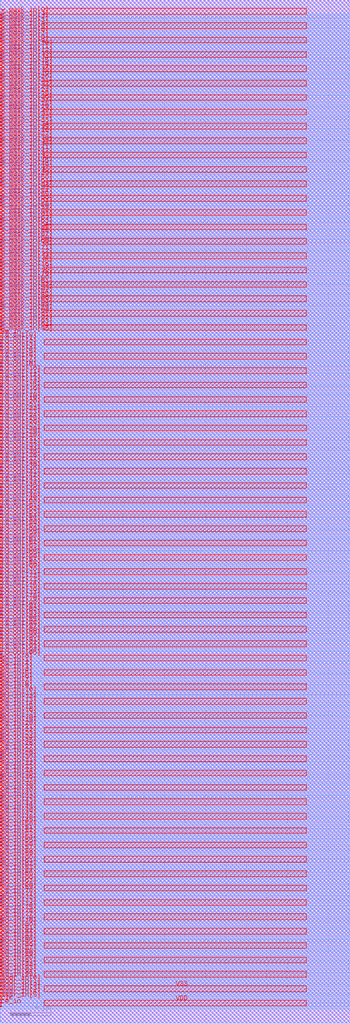
<source format=lef>
VERSION 5.7 ;
BUSBITCHARS "[]" ;
MACRO fakeram45_64x96
  FOREIGN fakeram45_64x96 0 0 ;
  SYMMETRY X Y R90 ;
  SIZE 34.138 BY 99.684 ;
  CLASS BLOCK ;
  PIN w_mask_in[0]
    DIRECTION INPUT ;
    USE SIGNAL ;
    SHAPE ABUTMENT ;
    PORT
      LAYER metal1 ;
      RECT 0.000 98.144 0.140 98.284 ;
      LAYER metal2 ;
      RECT 0.000 98.144 0.140 98.284 ;
      LAYER metal3 ;
      RECT 0.000 98.144 0.140 98.284 ;
      LAYER metal4 ;
      RECT 0.000 98.144 0.140 98.284 ;
      END
    END w_mask_in[0]
  PIN w_mask_in[1]
    DIRECTION INPUT ;
    USE SIGNAL ;
    SHAPE ABUTMENT ;
    PORT
      LAYER metal1 ;
      RECT 0.000 97.818 0.140 97.958 ;
      LAYER metal2 ;
      RECT 0.000 97.818 0.140 97.958 ;
      LAYER metal3 ;
      RECT 0.000 97.818 0.140 97.958 ;
      LAYER metal4 ;
      RECT 0.000 97.818 0.140 97.958 ;
      END
    END w_mask_in[1]
  PIN w_mask_in[2]
    DIRECTION INPUT ;
    USE SIGNAL ;
    SHAPE ABUTMENT ;
    PORT
      LAYER metal1 ;
      RECT 0.000 97.492 0.140 97.632 ;
      LAYER metal2 ;
      RECT 0.000 97.492 0.140 97.632 ;
      LAYER metal3 ;
      RECT 0.000 97.492 0.140 97.632 ;
      LAYER metal4 ;
      RECT 0.000 97.492 0.140 97.632 ;
      END
    END w_mask_in[2]
  PIN w_mask_in[3]
    DIRECTION INPUT ;
    USE SIGNAL ;
    SHAPE ABUTMENT ;
    PORT
      LAYER metal1 ;
      RECT 0.000 97.165 0.140 97.305 ;
      LAYER metal2 ;
      RECT 0.000 97.165 0.140 97.305 ;
      LAYER metal3 ;
      RECT 0.000 97.165 0.140 97.305 ;
      LAYER metal4 ;
      RECT 0.000 97.165 0.140 97.305 ;
      END
    END w_mask_in[3]
  PIN w_mask_in[4]
    DIRECTION INPUT ;
    USE SIGNAL ;
    SHAPE ABUTMENT ;
    PORT
      LAYER metal1 ;
      RECT 0.000 96.839 0.140 96.979 ;
      LAYER metal2 ;
      RECT 0.000 96.839 0.140 96.979 ;
      LAYER metal3 ;
      RECT 0.000 96.839 0.140 96.979 ;
      LAYER metal4 ;
      RECT 0.000 96.839 0.140 96.979 ;
      END
    END w_mask_in[4]
  PIN w_mask_in[5]
    DIRECTION INPUT ;
    USE SIGNAL ;
    SHAPE ABUTMENT ;
    PORT
      LAYER metal1 ;
      RECT 0.000 96.513 0.140 96.653 ;
      LAYER metal2 ;
      RECT 0.000 96.513 0.140 96.653 ;
      LAYER metal3 ;
      RECT 0.000 96.513 0.140 96.653 ;
      LAYER metal4 ;
      RECT 0.000 96.513 0.140 96.653 ;
      END
    END w_mask_in[5]
  PIN w_mask_in[6]
    DIRECTION INPUT ;
    USE SIGNAL ;
    SHAPE ABUTMENT ;
    PORT
      LAYER metal1 ;
      RECT 0.000 96.187 0.140 96.327 ;
      LAYER metal2 ;
      RECT 0.000 96.187 0.140 96.327 ;
      LAYER metal3 ;
      RECT 0.000 96.187 0.140 96.327 ;
      LAYER metal4 ;
      RECT 0.000 96.187 0.140 96.327 ;
      END
    END w_mask_in[6]
  PIN w_mask_in[7]
    DIRECTION INPUT ;
    USE SIGNAL ;
    SHAPE ABUTMENT ;
    PORT
      LAYER metal1 ;
      RECT 0.000 95.861 0.140 96.001 ;
      LAYER metal2 ;
      RECT 0.000 95.861 0.140 96.001 ;
      LAYER metal3 ;
      RECT 0.000 95.861 0.140 96.001 ;
      LAYER metal4 ;
      RECT 0.000 95.861 0.140 96.001 ;
      END
    END w_mask_in[7]
  PIN w_mask_in[8]
    DIRECTION INPUT ;
    USE SIGNAL ;
    SHAPE ABUTMENT ;
    PORT
      LAYER metal1 ;
      RECT 0.000 95.534 0.140 95.674 ;
      LAYER metal2 ;
      RECT 0.000 95.534 0.140 95.674 ;
      LAYER metal3 ;
      RECT 0.000 95.534 0.140 95.674 ;
      LAYER metal4 ;
      RECT 0.000 95.534 0.140 95.674 ;
      END
    END w_mask_in[8]
  PIN w_mask_in[9]
    DIRECTION INPUT ;
    USE SIGNAL ;
    SHAPE ABUTMENT ;
    PORT
      LAYER metal1 ;
      RECT 0.000 95.208 0.140 95.348 ;
      LAYER metal2 ;
      RECT 0.000 95.208 0.140 95.348 ;
      LAYER metal3 ;
      RECT 0.000 95.208 0.140 95.348 ;
      LAYER metal4 ;
      RECT 0.000 95.208 0.140 95.348 ;
      END
    END w_mask_in[9]
  PIN w_mask_in[10]
    DIRECTION INPUT ;
    USE SIGNAL ;
    SHAPE ABUTMENT ;
    PORT
      LAYER metal1 ;
      RECT 0.000 94.882 0.140 95.022 ;
      LAYER metal2 ;
      RECT 0.000 94.882 0.140 95.022 ;
      LAYER metal3 ;
      RECT 0.000 94.882 0.140 95.022 ;
      LAYER metal4 ;
      RECT 0.000 94.882 0.140 95.022 ;
      END
    END w_mask_in[10]
  PIN w_mask_in[11]
    DIRECTION INPUT ;
    USE SIGNAL ;
    SHAPE ABUTMENT ;
    PORT
      LAYER metal1 ;
      RECT 0.000 94.556 0.140 94.696 ;
      LAYER metal2 ;
      RECT 0.000 94.556 0.140 94.696 ;
      LAYER metal3 ;
      RECT 0.000 94.556 0.140 94.696 ;
      LAYER metal4 ;
      RECT 0.000 94.556 0.140 94.696 ;
      END
    END w_mask_in[11]
  PIN w_mask_in[12]
    DIRECTION INPUT ;
    USE SIGNAL ;
    SHAPE ABUTMENT ;
    PORT
      LAYER metal1 ;
      RECT 0.000 94.229 0.140 94.369 ;
      LAYER metal2 ;
      RECT 0.000 94.229 0.140 94.369 ;
      LAYER metal3 ;
      RECT 0.000 94.229 0.140 94.369 ;
      LAYER metal4 ;
      RECT 0.000 94.229 0.140 94.369 ;
      END
    END w_mask_in[12]
  PIN w_mask_in[13]
    DIRECTION INPUT ;
    USE SIGNAL ;
    SHAPE ABUTMENT ;
    PORT
      LAYER metal1 ;
      RECT 0.000 93.903 0.140 94.043 ;
      LAYER metal2 ;
      RECT 0.000 93.903 0.140 94.043 ;
      LAYER metal3 ;
      RECT 0.000 93.903 0.140 94.043 ;
      LAYER metal4 ;
      RECT 0.000 93.903 0.140 94.043 ;
      END
    END w_mask_in[13]
  PIN w_mask_in[14]
    DIRECTION INPUT ;
    USE SIGNAL ;
    SHAPE ABUTMENT ;
    PORT
      LAYER metal1 ;
      RECT 0.000 93.577 0.140 93.717 ;
      LAYER metal2 ;
      RECT 0.000 93.577 0.140 93.717 ;
      LAYER metal3 ;
      RECT 0.000 93.577 0.140 93.717 ;
      LAYER metal4 ;
      RECT 0.000 93.577 0.140 93.717 ;
      END
    END w_mask_in[14]
  PIN w_mask_in[15]
    DIRECTION INPUT ;
    USE SIGNAL ;
    SHAPE ABUTMENT ;
    PORT
      LAYER metal1 ;
      RECT 0.000 93.251 0.140 93.391 ;
      LAYER metal2 ;
      RECT 0.000 93.251 0.140 93.391 ;
      LAYER metal3 ;
      RECT 0.000 93.251 0.140 93.391 ;
      LAYER metal4 ;
      RECT 0.000 93.251 0.140 93.391 ;
      END
    END w_mask_in[15]
  PIN w_mask_in[16]
    DIRECTION INPUT ;
    USE SIGNAL ;
    SHAPE ABUTMENT ;
    PORT
      LAYER metal1 ;
      RECT 0.000 92.925 0.140 93.065 ;
      LAYER metal2 ;
      RECT 0.000 92.925 0.140 93.065 ;
      LAYER metal3 ;
      RECT 0.000 92.925 0.140 93.065 ;
      LAYER metal4 ;
      RECT 0.000 92.925 0.140 93.065 ;
      END
    END w_mask_in[16]
  PIN w_mask_in[17]
    DIRECTION INPUT ;
    USE SIGNAL ;
    SHAPE ABUTMENT ;
    PORT
      LAYER metal1 ;
      RECT 0.000 92.598 0.140 92.738 ;
      LAYER metal2 ;
      RECT 0.000 92.598 0.140 92.738 ;
      LAYER metal3 ;
      RECT 0.000 92.598 0.140 92.738 ;
      LAYER metal4 ;
      RECT 0.000 92.598 0.140 92.738 ;
      END
    END w_mask_in[17]
  PIN w_mask_in[18]
    DIRECTION INPUT ;
    USE SIGNAL ;
    SHAPE ABUTMENT ;
    PORT
      LAYER metal1 ;
      RECT 0.000 92.272 0.140 92.412 ;
      LAYER metal2 ;
      RECT 0.000 92.272 0.140 92.412 ;
      LAYER metal3 ;
      RECT 0.000 92.272 0.140 92.412 ;
      LAYER metal4 ;
      RECT 0.000 92.272 0.140 92.412 ;
      END
    END w_mask_in[18]
  PIN w_mask_in[19]
    DIRECTION INPUT ;
    USE SIGNAL ;
    SHAPE ABUTMENT ;
    PORT
      LAYER metal1 ;
      RECT 0.000 91.946 0.140 92.086 ;
      LAYER metal2 ;
      RECT 0.000 91.946 0.140 92.086 ;
      LAYER metal3 ;
      RECT 0.000 91.946 0.140 92.086 ;
      LAYER metal4 ;
      RECT 0.000 91.946 0.140 92.086 ;
      END
    END w_mask_in[19]
  PIN w_mask_in[20]
    DIRECTION INPUT ;
    USE SIGNAL ;
    SHAPE ABUTMENT ;
    PORT
      LAYER metal1 ;
      RECT 0.000 91.620 0.140 91.760 ;
      LAYER metal2 ;
      RECT 0.000 91.620 0.140 91.760 ;
      LAYER metal3 ;
      RECT 0.000 91.620 0.140 91.760 ;
      LAYER metal4 ;
      RECT 0.000 91.620 0.140 91.760 ;
      END
    END w_mask_in[20]
  PIN w_mask_in[21]
    DIRECTION INPUT ;
    USE SIGNAL ;
    SHAPE ABUTMENT ;
    PORT
      LAYER metal1 ;
      RECT 0.000 91.294 0.140 91.434 ;
      LAYER metal2 ;
      RECT 0.000 91.294 0.140 91.434 ;
      LAYER metal3 ;
      RECT 0.000 91.294 0.140 91.434 ;
      LAYER metal4 ;
      RECT 0.000 91.294 0.140 91.434 ;
      END
    END w_mask_in[21]
  PIN w_mask_in[22]
    DIRECTION INPUT ;
    USE SIGNAL ;
    SHAPE ABUTMENT ;
    PORT
      LAYER metal1 ;
      RECT 0.000 90.967 0.140 91.107 ;
      LAYER metal2 ;
      RECT 0.000 90.967 0.140 91.107 ;
      LAYER metal3 ;
      RECT 0.000 90.967 0.140 91.107 ;
      LAYER metal4 ;
      RECT 0.000 90.967 0.140 91.107 ;
      END
    END w_mask_in[22]
  PIN w_mask_in[23]
    DIRECTION INPUT ;
    USE SIGNAL ;
    SHAPE ABUTMENT ;
    PORT
      LAYER metal1 ;
      RECT 0.000 90.641 0.140 90.781 ;
      LAYER metal2 ;
      RECT 0.000 90.641 0.140 90.781 ;
      LAYER metal3 ;
      RECT 0.000 90.641 0.140 90.781 ;
      LAYER metal4 ;
      RECT 0.000 90.641 0.140 90.781 ;
      END
    END w_mask_in[23]
  PIN w_mask_in[24]
    DIRECTION INPUT ;
    USE SIGNAL ;
    SHAPE ABUTMENT ;
    PORT
      LAYER metal1 ;
      RECT 0.000 90.315 0.140 90.455 ;
      LAYER metal2 ;
      RECT 0.000 90.315 0.140 90.455 ;
      LAYER metal3 ;
      RECT 0.000 90.315 0.140 90.455 ;
      LAYER metal4 ;
      RECT 0.000 90.315 0.140 90.455 ;
      END
    END w_mask_in[24]
  PIN w_mask_in[25]
    DIRECTION INPUT ;
    USE SIGNAL ;
    SHAPE ABUTMENT ;
    PORT
      LAYER metal1 ;
      RECT 0.000 89.989 0.140 90.129 ;
      LAYER metal2 ;
      RECT 0.000 89.989 0.140 90.129 ;
      LAYER metal3 ;
      RECT 0.000 89.989 0.140 90.129 ;
      LAYER metal4 ;
      RECT 0.000 89.989 0.140 90.129 ;
      END
    END w_mask_in[25]
  PIN w_mask_in[26]
    DIRECTION INPUT ;
    USE SIGNAL ;
    SHAPE ABUTMENT ;
    PORT
      LAYER metal1 ;
      RECT 0.000 89.663 0.140 89.803 ;
      LAYER metal2 ;
      RECT 0.000 89.663 0.140 89.803 ;
      LAYER metal3 ;
      RECT 0.000 89.663 0.140 89.803 ;
      LAYER metal4 ;
      RECT 0.000 89.663 0.140 89.803 ;
      END
    END w_mask_in[26]
  PIN w_mask_in[27]
    DIRECTION INPUT ;
    USE SIGNAL ;
    SHAPE ABUTMENT ;
    PORT
      LAYER metal1 ;
      RECT 0.000 89.336 0.140 89.476 ;
      LAYER metal2 ;
      RECT 0.000 89.336 0.140 89.476 ;
      LAYER metal3 ;
      RECT 0.000 89.336 0.140 89.476 ;
      LAYER metal4 ;
      RECT 0.000 89.336 0.140 89.476 ;
      END
    END w_mask_in[27]
  PIN w_mask_in[28]
    DIRECTION INPUT ;
    USE SIGNAL ;
    SHAPE ABUTMENT ;
    PORT
      LAYER metal1 ;
      RECT 0.000 89.010 0.140 89.150 ;
      LAYER metal2 ;
      RECT 0.000 89.010 0.140 89.150 ;
      LAYER metal3 ;
      RECT 0.000 89.010 0.140 89.150 ;
      LAYER metal4 ;
      RECT 0.000 89.010 0.140 89.150 ;
      END
    END w_mask_in[28]
  PIN w_mask_in[29]
    DIRECTION INPUT ;
    USE SIGNAL ;
    SHAPE ABUTMENT ;
    PORT
      LAYER metal1 ;
      RECT 0.000 88.684 0.140 88.824 ;
      LAYER metal2 ;
      RECT 0.000 88.684 0.140 88.824 ;
      LAYER metal3 ;
      RECT 0.000 88.684 0.140 88.824 ;
      LAYER metal4 ;
      RECT 0.000 88.684 0.140 88.824 ;
      END
    END w_mask_in[29]
  PIN w_mask_in[30]
    DIRECTION INPUT ;
    USE SIGNAL ;
    SHAPE ABUTMENT ;
    PORT
      LAYER metal1 ;
      RECT 0.000 88.358 0.140 88.498 ;
      LAYER metal2 ;
      RECT 0.000 88.358 0.140 88.498 ;
      LAYER metal3 ;
      RECT 0.000 88.358 0.140 88.498 ;
      LAYER metal4 ;
      RECT 0.000 88.358 0.140 88.498 ;
      END
    END w_mask_in[30]
  PIN w_mask_in[31]
    DIRECTION INPUT ;
    USE SIGNAL ;
    SHAPE ABUTMENT ;
    PORT
      LAYER metal1 ;
      RECT 0.000 88.032 0.140 88.172 ;
      LAYER metal2 ;
      RECT 0.000 88.032 0.140 88.172 ;
      LAYER metal3 ;
      RECT 0.000 88.032 0.140 88.172 ;
      LAYER metal4 ;
      RECT 0.000 88.032 0.140 88.172 ;
      END
    END w_mask_in[31]
  PIN w_mask_in[32]
    DIRECTION INPUT ;
    USE SIGNAL ;
    SHAPE ABUTMENT ;
    PORT
      LAYER metal1 ;
      RECT 0.000 87.705 0.140 87.845 ;
      LAYER metal2 ;
      RECT 0.000 87.705 0.140 87.845 ;
      LAYER metal3 ;
      RECT 0.000 87.705 0.140 87.845 ;
      LAYER metal4 ;
      RECT 0.000 87.705 0.140 87.845 ;
      END
    END w_mask_in[32]
  PIN w_mask_in[33]
    DIRECTION INPUT ;
    USE SIGNAL ;
    SHAPE ABUTMENT ;
    PORT
      LAYER metal1 ;
      RECT 0.000 87.379 0.140 87.519 ;
      LAYER metal2 ;
      RECT 0.000 87.379 0.140 87.519 ;
      LAYER metal3 ;
      RECT 0.000 87.379 0.140 87.519 ;
      LAYER metal4 ;
      RECT 0.000 87.379 0.140 87.519 ;
      END
    END w_mask_in[33]
  PIN w_mask_in[34]
    DIRECTION INPUT ;
    USE SIGNAL ;
    SHAPE ABUTMENT ;
    PORT
      LAYER metal1 ;
      RECT 0.000 87.053 0.140 87.193 ;
      LAYER metal2 ;
      RECT 0.000 87.053 0.140 87.193 ;
      LAYER metal3 ;
      RECT 0.000 87.053 0.140 87.193 ;
      LAYER metal4 ;
      RECT 0.000 87.053 0.140 87.193 ;
      END
    END w_mask_in[34]
  PIN w_mask_in[35]
    DIRECTION INPUT ;
    USE SIGNAL ;
    SHAPE ABUTMENT ;
    PORT
      LAYER metal1 ;
      RECT 0.000 86.727 0.140 86.867 ;
      LAYER metal2 ;
      RECT 0.000 86.727 0.140 86.867 ;
      LAYER metal3 ;
      RECT 0.000 86.727 0.140 86.867 ;
      LAYER metal4 ;
      RECT 0.000 86.727 0.140 86.867 ;
      END
    END w_mask_in[35]
  PIN w_mask_in[36]
    DIRECTION INPUT ;
    USE SIGNAL ;
    SHAPE ABUTMENT ;
    PORT
      LAYER metal1 ;
      RECT 0.000 86.400 0.140 86.540 ;
      LAYER metal2 ;
      RECT 0.000 86.400 0.140 86.540 ;
      LAYER metal3 ;
      RECT 0.000 86.400 0.140 86.540 ;
      LAYER metal4 ;
      RECT 0.000 86.400 0.140 86.540 ;
      END
    END w_mask_in[36]
  PIN w_mask_in[37]
    DIRECTION INPUT ;
    USE SIGNAL ;
    SHAPE ABUTMENT ;
    PORT
      LAYER metal1 ;
      RECT 0.000 86.074 0.140 86.214 ;
      LAYER metal2 ;
      RECT 0.000 86.074 0.140 86.214 ;
      LAYER metal3 ;
      RECT 0.000 86.074 0.140 86.214 ;
      LAYER metal4 ;
      RECT 0.000 86.074 0.140 86.214 ;
      END
    END w_mask_in[37]
  PIN w_mask_in[38]
    DIRECTION INPUT ;
    USE SIGNAL ;
    SHAPE ABUTMENT ;
    PORT
      LAYER metal1 ;
      RECT 0.000 85.748 0.140 85.888 ;
      LAYER metal2 ;
      RECT 0.000 85.748 0.140 85.888 ;
      LAYER metal3 ;
      RECT 0.000 85.748 0.140 85.888 ;
      LAYER metal4 ;
      RECT 0.000 85.748 0.140 85.888 ;
      END
    END w_mask_in[38]
  PIN w_mask_in[39]
    DIRECTION INPUT ;
    USE SIGNAL ;
    SHAPE ABUTMENT ;
    PORT
      LAYER metal1 ;
      RECT 0.000 85.422 0.140 85.562 ;
      LAYER metal2 ;
      RECT 0.000 85.422 0.140 85.562 ;
      LAYER metal3 ;
      RECT 0.000 85.422 0.140 85.562 ;
      LAYER metal4 ;
      RECT 0.000 85.422 0.140 85.562 ;
      END
    END w_mask_in[39]
  PIN w_mask_in[40]
    DIRECTION INPUT ;
    USE SIGNAL ;
    SHAPE ABUTMENT ;
    PORT
      LAYER metal1 ;
      RECT 0.000 85.096 0.140 85.236 ;
      LAYER metal2 ;
      RECT 0.000 85.096 0.140 85.236 ;
      LAYER metal3 ;
      RECT 0.000 85.096 0.140 85.236 ;
      LAYER metal4 ;
      RECT 0.000 85.096 0.140 85.236 ;
      END
    END w_mask_in[40]
  PIN w_mask_in[41]
    DIRECTION INPUT ;
    USE SIGNAL ;
    SHAPE ABUTMENT ;
    PORT
      LAYER metal1 ;
      RECT 0.000 84.769 0.140 84.909 ;
      LAYER metal2 ;
      RECT 0.000 84.769 0.140 84.909 ;
      LAYER metal3 ;
      RECT 0.000 84.769 0.140 84.909 ;
      LAYER metal4 ;
      RECT 0.000 84.769 0.140 84.909 ;
      END
    END w_mask_in[41]
  PIN w_mask_in[42]
    DIRECTION INPUT ;
    USE SIGNAL ;
    SHAPE ABUTMENT ;
    PORT
      LAYER metal1 ;
      RECT 0.000 84.443 0.140 84.583 ;
      LAYER metal2 ;
      RECT 0.000 84.443 0.140 84.583 ;
      LAYER metal3 ;
      RECT 0.000 84.443 0.140 84.583 ;
      LAYER metal4 ;
      RECT 0.000 84.443 0.140 84.583 ;
      END
    END w_mask_in[42]
  PIN w_mask_in[43]
    DIRECTION INPUT ;
    USE SIGNAL ;
    SHAPE ABUTMENT ;
    PORT
      LAYER metal1 ;
      RECT 0.000 84.117 0.140 84.257 ;
      LAYER metal2 ;
      RECT 0.000 84.117 0.140 84.257 ;
      LAYER metal3 ;
      RECT 0.000 84.117 0.140 84.257 ;
      LAYER metal4 ;
      RECT 0.000 84.117 0.140 84.257 ;
      END
    END w_mask_in[43]
  PIN w_mask_in[44]
    DIRECTION INPUT ;
    USE SIGNAL ;
    SHAPE ABUTMENT ;
    PORT
      LAYER metal1 ;
      RECT 0.000 83.791 0.140 83.931 ;
      LAYER metal2 ;
      RECT 0.000 83.791 0.140 83.931 ;
      LAYER metal3 ;
      RECT 0.000 83.791 0.140 83.931 ;
      LAYER metal4 ;
      RECT 0.000 83.791 0.140 83.931 ;
      END
    END w_mask_in[44]
  PIN w_mask_in[45]
    DIRECTION INPUT ;
    USE SIGNAL ;
    SHAPE ABUTMENT ;
    PORT
      LAYER metal1 ;
      RECT 0.000 83.465 0.140 83.605 ;
      LAYER metal2 ;
      RECT 0.000 83.465 0.140 83.605 ;
      LAYER metal3 ;
      RECT 0.000 83.465 0.140 83.605 ;
      LAYER metal4 ;
      RECT 0.000 83.465 0.140 83.605 ;
      END
    END w_mask_in[45]
  PIN w_mask_in[46]
    DIRECTION INPUT ;
    USE SIGNAL ;
    SHAPE ABUTMENT ;
    PORT
      LAYER metal1 ;
      RECT 0.000 83.138 0.140 83.278 ;
      LAYER metal2 ;
      RECT 0.000 83.138 0.140 83.278 ;
      LAYER metal3 ;
      RECT 0.000 83.138 0.140 83.278 ;
      LAYER metal4 ;
      RECT 0.000 83.138 0.140 83.278 ;
      END
    END w_mask_in[46]
  PIN w_mask_in[47]
    DIRECTION INPUT ;
    USE SIGNAL ;
    SHAPE ABUTMENT ;
    PORT
      LAYER metal1 ;
      RECT 0.000 82.812 0.140 82.952 ;
      LAYER metal2 ;
      RECT 0.000 82.812 0.140 82.952 ;
      LAYER metal3 ;
      RECT 0.000 82.812 0.140 82.952 ;
      LAYER metal4 ;
      RECT 0.000 82.812 0.140 82.952 ;
      END
    END w_mask_in[47]
  PIN w_mask_in[48]
    DIRECTION INPUT ;
    USE SIGNAL ;
    SHAPE ABUTMENT ;
    PORT
      LAYER metal1 ;
      RECT 0.000 82.486 0.140 82.626 ;
      LAYER metal2 ;
      RECT 0.000 82.486 0.140 82.626 ;
      LAYER metal3 ;
      RECT 0.000 82.486 0.140 82.626 ;
      LAYER metal4 ;
      RECT 0.000 82.486 0.140 82.626 ;
      END
    END w_mask_in[48]
  PIN w_mask_in[49]
    DIRECTION INPUT ;
    USE SIGNAL ;
    SHAPE ABUTMENT ;
    PORT
      LAYER metal1 ;
      RECT 0.000 82.160 0.140 82.300 ;
      LAYER metal2 ;
      RECT 0.000 82.160 0.140 82.300 ;
      LAYER metal3 ;
      RECT 0.000 82.160 0.140 82.300 ;
      LAYER metal4 ;
      RECT 0.000 82.160 0.140 82.300 ;
      END
    END w_mask_in[49]
  PIN w_mask_in[50]
    DIRECTION INPUT ;
    USE SIGNAL ;
    SHAPE ABUTMENT ;
    PORT
      LAYER metal1 ;
      RECT 0.000 81.834 0.140 81.974 ;
      LAYER metal2 ;
      RECT 0.000 81.834 0.140 81.974 ;
      LAYER metal3 ;
      RECT 0.000 81.834 0.140 81.974 ;
      LAYER metal4 ;
      RECT 0.000 81.834 0.140 81.974 ;
      END
    END w_mask_in[50]
  PIN w_mask_in[51]
    DIRECTION INPUT ;
    USE SIGNAL ;
    SHAPE ABUTMENT ;
    PORT
      LAYER metal1 ;
      RECT 0.000 81.507 0.140 81.647 ;
      LAYER metal2 ;
      RECT 0.000 81.507 0.140 81.647 ;
      LAYER metal3 ;
      RECT 0.000 81.507 0.140 81.647 ;
      LAYER metal4 ;
      RECT 0.000 81.507 0.140 81.647 ;
      END
    END w_mask_in[51]
  PIN w_mask_in[52]
    DIRECTION INPUT ;
    USE SIGNAL ;
    SHAPE ABUTMENT ;
    PORT
      LAYER metal1 ;
      RECT 0.000 81.181 0.140 81.321 ;
      LAYER metal2 ;
      RECT 0.000 81.181 0.140 81.321 ;
      LAYER metal3 ;
      RECT 0.000 81.181 0.140 81.321 ;
      LAYER metal4 ;
      RECT 0.000 81.181 0.140 81.321 ;
      END
    END w_mask_in[52]
  PIN w_mask_in[53]
    DIRECTION INPUT ;
    USE SIGNAL ;
    SHAPE ABUTMENT ;
    PORT
      LAYER metal1 ;
      RECT 0.000 80.855 0.140 80.995 ;
      LAYER metal2 ;
      RECT 0.000 80.855 0.140 80.995 ;
      LAYER metal3 ;
      RECT 0.000 80.855 0.140 80.995 ;
      LAYER metal4 ;
      RECT 0.000 80.855 0.140 80.995 ;
      END
    END w_mask_in[53]
  PIN w_mask_in[54]
    DIRECTION INPUT ;
    USE SIGNAL ;
    SHAPE ABUTMENT ;
    PORT
      LAYER metal1 ;
      RECT 0.000 80.529 0.140 80.669 ;
      LAYER metal2 ;
      RECT 0.000 80.529 0.140 80.669 ;
      LAYER metal3 ;
      RECT 0.000 80.529 0.140 80.669 ;
      LAYER metal4 ;
      RECT 0.000 80.529 0.140 80.669 ;
      END
    END w_mask_in[54]
  PIN w_mask_in[55]
    DIRECTION INPUT ;
    USE SIGNAL ;
    SHAPE ABUTMENT ;
    PORT
      LAYER metal1 ;
      RECT 0.000 80.203 0.140 80.343 ;
      LAYER metal2 ;
      RECT 0.000 80.203 0.140 80.343 ;
      LAYER metal3 ;
      RECT 0.000 80.203 0.140 80.343 ;
      LAYER metal4 ;
      RECT 0.000 80.203 0.140 80.343 ;
      END
    END w_mask_in[55]
  PIN w_mask_in[56]
    DIRECTION INPUT ;
    USE SIGNAL ;
    SHAPE ABUTMENT ;
    PORT
      LAYER metal1 ;
      RECT 0.000 79.876 0.140 80.016 ;
      LAYER metal2 ;
      RECT 0.000 79.876 0.140 80.016 ;
      LAYER metal3 ;
      RECT 0.000 79.876 0.140 80.016 ;
      LAYER metal4 ;
      RECT 0.000 79.876 0.140 80.016 ;
      END
    END w_mask_in[56]
  PIN w_mask_in[57]
    DIRECTION INPUT ;
    USE SIGNAL ;
    SHAPE ABUTMENT ;
    PORT
      LAYER metal1 ;
      RECT 0.000 79.550 0.140 79.690 ;
      LAYER metal2 ;
      RECT 0.000 79.550 0.140 79.690 ;
      LAYER metal3 ;
      RECT 0.000 79.550 0.140 79.690 ;
      LAYER metal4 ;
      RECT 0.000 79.550 0.140 79.690 ;
      END
    END w_mask_in[57]
  PIN w_mask_in[58]
    DIRECTION INPUT ;
    USE SIGNAL ;
    SHAPE ABUTMENT ;
    PORT
      LAYER metal1 ;
      RECT 0.000 79.224 0.140 79.364 ;
      LAYER metal2 ;
      RECT 0.000 79.224 0.140 79.364 ;
      LAYER metal3 ;
      RECT 0.000 79.224 0.140 79.364 ;
      LAYER metal4 ;
      RECT 0.000 79.224 0.140 79.364 ;
      END
    END w_mask_in[58]
  PIN w_mask_in[59]
    DIRECTION INPUT ;
    USE SIGNAL ;
    SHAPE ABUTMENT ;
    PORT
      LAYER metal1 ;
      RECT 0.000 78.898 0.140 79.038 ;
      LAYER metal2 ;
      RECT 0.000 78.898 0.140 79.038 ;
      LAYER metal3 ;
      RECT 0.000 78.898 0.140 79.038 ;
      LAYER metal4 ;
      RECT 0.000 78.898 0.140 79.038 ;
      END
    END w_mask_in[59]
  PIN w_mask_in[60]
    DIRECTION INPUT ;
    USE SIGNAL ;
    SHAPE ABUTMENT ;
    PORT
      LAYER metal1 ;
      RECT 0.000 78.571 0.140 78.711 ;
      LAYER metal2 ;
      RECT 0.000 78.571 0.140 78.711 ;
      LAYER metal3 ;
      RECT 0.000 78.571 0.140 78.711 ;
      LAYER metal4 ;
      RECT 0.000 78.571 0.140 78.711 ;
      END
    END w_mask_in[60]
  PIN w_mask_in[61]
    DIRECTION INPUT ;
    USE SIGNAL ;
    SHAPE ABUTMENT ;
    PORT
      LAYER metal1 ;
      RECT 0.000 78.245 0.140 78.385 ;
      LAYER metal2 ;
      RECT 0.000 78.245 0.140 78.385 ;
      LAYER metal3 ;
      RECT 0.000 78.245 0.140 78.385 ;
      LAYER metal4 ;
      RECT 0.000 78.245 0.140 78.385 ;
      END
    END w_mask_in[61]
  PIN w_mask_in[62]
    DIRECTION INPUT ;
    USE SIGNAL ;
    SHAPE ABUTMENT ;
    PORT
      LAYER metal1 ;
      RECT 0.000 77.919 0.140 78.059 ;
      LAYER metal2 ;
      RECT 0.000 77.919 0.140 78.059 ;
      LAYER metal3 ;
      RECT 0.000 77.919 0.140 78.059 ;
      LAYER metal4 ;
      RECT 0.000 77.919 0.140 78.059 ;
      END
    END w_mask_in[62]
  PIN w_mask_in[63]
    DIRECTION INPUT ;
    USE SIGNAL ;
    SHAPE ABUTMENT ;
    PORT
      LAYER metal1 ;
      RECT 0.000 77.593 0.140 77.733 ;
      LAYER metal2 ;
      RECT 0.000 77.593 0.140 77.733 ;
      LAYER metal3 ;
      RECT 0.000 77.593 0.140 77.733 ;
      LAYER metal4 ;
      RECT 0.000 77.593 0.140 77.733 ;
      END
    END w_mask_in[63]
  PIN w_mask_in[64]
    DIRECTION INPUT ;
    USE SIGNAL ;
    SHAPE ABUTMENT ;
    PORT
      LAYER metal1 ;
      RECT 0.000 77.267 0.140 77.407 ;
      LAYER metal2 ;
      RECT 0.000 77.267 0.140 77.407 ;
      LAYER metal3 ;
      RECT 0.000 77.267 0.140 77.407 ;
      LAYER metal4 ;
      RECT 0.000 77.267 0.140 77.407 ;
      END
    END w_mask_in[64]
  PIN w_mask_in[65]
    DIRECTION INPUT ;
    USE SIGNAL ;
    SHAPE ABUTMENT ;
    PORT
      LAYER metal1 ;
      RECT 0.000 76.940 0.140 77.080 ;
      LAYER metal2 ;
      RECT 0.000 76.940 0.140 77.080 ;
      LAYER metal3 ;
      RECT 0.000 76.940 0.140 77.080 ;
      LAYER metal4 ;
      RECT 0.000 76.940 0.140 77.080 ;
      END
    END w_mask_in[65]
  PIN w_mask_in[66]
    DIRECTION INPUT ;
    USE SIGNAL ;
    SHAPE ABUTMENT ;
    PORT
      LAYER metal1 ;
      RECT 0.000 76.614 0.140 76.754 ;
      LAYER metal2 ;
      RECT 0.000 76.614 0.140 76.754 ;
      LAYER metal3 ;
      RECT 0.000 76.614 0.140 76.754 ;
      LAYER metal4 ;
      RECT 0.000 76.614 0.140 76.754 ;
      END
    END w_mask_in[66]
  PIN w_mask_in[67]
    DIRECTION INPUT ;
    USE SIGNAL ;
    SHAPE ABUTMENT ;
    PORT
      LAYER metal1 ;
      RECT 0.000 76.288 0.140 76.428 ;
      LAYER metal2 ;
      RECT 0.000 76.288 0.140 76.428 ;
      LAYER metal3 ;
      RECT 0.000 76.288 0.140 76.428 ;
      LAYER metal4 ;
      RECT 0.000 76.288 0.140 76.428 ;
      END
    END w_mask_in[67]
  PIN w_mask_in[68]
    DIRECTION INPUT ;
    USE SIGNAL ;
    SHAPE ABUTMENT ;
    PORT
      LAYER metal1 ;
      RECT 0.000 75.962 0.140 76.102 ;
      LAYER metal2 ;
      RECT 0.000 75.962 0.140 76.102 ;
      LAYER metal3 ;
      RECT 0.000 75.962 0.140 76.102 ;
      LAYER metal4 ;
      RECT 0.000 75.962 0.140 76.102 ;
      END
    END w_mask_in[68]
  PIN w_mask_in[69]
    DIRECTION INPUT ;
    USE SIGNAL ;
    SHAPE ABUTMENT ;
    PORT
      LAYER metal1 ;
      RECT 0.000 75.636 0.140 75.776 ;
      LAYER metal2 ;
      RECT 0.000 75.636 0.140 75.776 ;
      LAYER metal3 ;
      RECT 0.000 75.636 0.140 75.776 ;
      LAYER metal4 ;
      RECT 0.000 75.636 0.140 75.776 ;
      END
    END w_mask_in[69]
  PIN w_mask_in[70]
    DIRECTION INPUT ;
    USE SIGNAL ;
    SHAPE ABUTMENT ;
    PORT
      LAYER metal1 ;
      RECT 0.000 75.309 0.140 75.449 ;
      LAYER metal2 ;
      RECT 0.000 75.309 0.140 75.449 ;
      LAYER metal3 ;
      RECT 0.000 75.309 0.140 75.449 ;
      LAYER metal4 ;
      RECT 0.000 75.309 0.140 75.449 ;
      END
    END w_mask_in[70]
  PIN w_mask_in[71]
    DIRECTION INPUT ;
    USE SIGNAL ;
    SHAPE ABUTMENT ;
    PORT
      LAYER metal1 ;
      RECT 0.000 74.983 0.140 75.123 ;
      LAYER metal2 ;
      RECT 0.000 74.983 0.140 75.123 ;
      LAYER metal3 ;
      RECT 0.000 74.983 0.140 75.123 ;
      LAYER metal4 ;
      RECT 0.000 74.983 0.140 75.123 ;
      END
    END w_mask_in[71]
  PIN w_mask_in[72]
    DIRECTION INPUT ;
    USE SIGNAL ;
    SHAPE ABUTMENT ;
    PORT
      LAYER metal1 ;
      RECT 0.000 74.657 0.140 74.797 ;
      LAYER metal2 ;
      RECT 0.000 74.657 0.140 74.797 ;
      LAYER metal3 ;
      RECT 0.000 74.657 0.140 74.797 ;
      LAYER metal4 ;
      RECT 0.000 74.657 0.140 74.797 ;
      END
    END w_mask_in[72]
  PIN w_mask_in[73]
    DIRECTION INPUT ;
    USE SIGNAL ;
    SHAPE ABUTMENT ;
    PORT
      LAYER metal1 ;
      RECT 0.000 74.331 0.140 74.471 ;
      LAYER metal2 ;
      RECT 0.000 74.331 0.140 74.471 ;
      LAYER metal3 ;
      RECT 0.000 74.331 0.140 74.471 ;
      LAYER metal4 ;
      RECT 0.000 74.331 0.140 74.471 ;
      END
    END w_mask_in[73]
  PIN w_mask_in[74]
    DIRECTION INPUT ;
    USE SIGNAL ;
    SHAPE ABUTMENT ;
    PORT
      LAYER metal1 ;
      RECT 0.000 74.005 0.140 74.145 ;
      LAYER metal2 ;
      RECT 0.000 74.005 0.140 74.145 ;
      LAYER metal3 ;
      RECT 0.000 74.005 0.140 74.145 ;
      LAYER metal4 ;
      RECT 0.000 74.005 0.140 74.145 ;
      END
    END w_mask_in[74]
  PIN w_mask_in[75]
    DIRECTION INPUT ;
    USE SIGNAL ;
    SHAPE ABUTMENT ;
    PORT
      LAYER metal1 ;
      RECT 0.000 73.678 0.140 73.818 ;
      LAYER metal2 ;
      RECT 0.000 73.678 0.140 73.818 ;
      LAYER metal3 ;
      RECT 0.000 73.678 0.140 73.818 ;
      LAYER metal4 ;
      RECT 0.000 73.678 0.140 73.818 ;
      END
    END w_mask_in[75]
  PIN w_mask_in[76]
    DIRECTION INPUT ;
    USE SIGNAL ;
    SHAPE ABUTMENT ;
    PORT
      LAYER metal1 ;
      RECT 0.000 73.352 0.140 73.492 ;
      LAYER metal2 ;
      RECT 0.000 73.352 0.140 73.492 ;
      LAYER metal3 ;
      RECT 0.000 73.352 0.140 73.492 ;
      LAYER metal4 ;
      RECT 0.000 73.352 0.140 73.492 ;
      END
    END w_mask_in[76]
  PIN w_mask_in[77]
    DIRECTION INPUT ;
    USE SIGNAL ;
    SHAPE ABUTMENT ;
    PORT
      LAYER metal1 ;
      RECT 0.000 73.026 0.140 73.166 ;
      LAYER metal2 ;
      RECT 0.000 73.026 0.140 73.166 ;
      LAYER metal3 ;
      RECT 0.000 73.026 0.140 73.166 ;
      LAYER metal4 ;
      RECT 0.000 73.026 0.140 73.166 ;
      END
    END w_mask_in[77]
  PIN w_mask_in[78]
    DIRECTION INPUT ;
    USE SIGNAL ;
    SHAPE ABUTMENT ;
    PORT
      LAYER metal1 ;
      RECT 0.000 72.700 0.140 72.840 ;
      LAYER metal2 ;
      RECT 0.000 72.700 0.140 72.840 ;
      LAYER metal3 ;
      RECT 0.000 72.700 0.140 72.840 ;
      LAYER metal4 ;
      RECT 0.000 72.700 0.140 72.840 ;
      END
    END w_mask_in[78]
  PIN w_mask_in[79]
    DIRECTION INPUT ;
    USE SIGNAL ;
    SHAPE ABUTMENT ;
    PORT
      LAYER metal1 ;
      RECT 0.000 72.374 0.140 72.514 ;
      LAYER metal2 ;
      RECT 0.000 72.374 0.140 72.514 ;
      LAYER metal3 ;
      RECT 0.000 72.374 0.140 72.514 ;
      LAYER metal4 ;
      RECT 0.000 72.374 0.140 72.514 ;
      END
    END w_mask_in[79]
  PIN w_mask_in[80]
    DIRECTION INPUT ;
    USE SIGNAL ;
    SHAPE ABUTMENT ;
    PORT
      LAYER metal1 ;
      RECT 0.000 72.047 0.140 72.187 ;
      LAYER metal2 ;
      RECT 0.000 72.047 0.140 72.187 ;
      LAYER metal3 ;
      RECT 0.000 72.047 0.140 72.187 ;
      LAYER metal4 ;
      RECT 0.000 72.047 0.140 72.187 ;
      END
    END w_mask_in[80]
  PIN w_mask_in[81]
    DIRECTION INPUT ;
    USE SIGNAL ;
    SHAPE ABUTMENT ;
    PORT
      LAYER metal1 ;
      RECT 0.000 71.721 0.140 71.861 ;
      LAYER metal2 ;
      RECT 0.000 71.721 0.140 71.861 ;
      LAYER metal3 ;
      RECT 0.000 71.721 0.140 71.861 ;
      LAYER metal4 ;
      RECT 0.000 71.721 0.140 71.861 ;
      END
    END w_mask_in[81]
  PIN w_mask_in[82]
    DIRECTION INPUT ;
    USE SIGNAL ;
    SHAPE ABUTMENT ;
    PORT
      LAYER metal1 ;
      RECT 0.000 71.395 0.140 71.535 ;
      LAYER metal2 ;
      RECT 0.000 71.395 0.140 71.535 ;
      LAYER metal3 ;
      RECT 0.000 71.395 0.140 71.535 ;
      LAYER metal4 ;
      RECT 0.000 71.395 0.140 71.535 ;
      END
    END w_mask_in[82]
  PIN w_mask_in[83]
    DIRECTION INPUT ;
    USE SIGNAL ;
    SHAPE ABUTMENT ;
    PORT
      LAYER metal1 ;
      RECT 0.000 71.069 0.140 71.209 ;
      LAYER metal2 ;
      RECT 0.000 71.069 0.140 71.209 ;
      LAYER metal3 ;
      RECT 0.000 71.069 0.140 71.209 ;
      LAYER metal4 ;
      RECT 0.000 71.069 0.140 71.209 ;
      END
    END w_mask_in[83]
  PIN w_mask_in[84]
    DIRECTION INPUT ;
    USE SIGNAL ;
    SHAPE ABUTMENT ;
    PORT
      LAYER metal1 ;
      RECT 0.000 70.742 0.140 70.882 ;
      LAYER metal2 ;
      RECT 0.000 70.742 0.140 70.882 ;
      LAYER metal3 ;
      RECT 0.000 70.742 0.140 70.882 ;
      LAYER metal4 ;
      RECT 0.000 70.742 0.140 70.882 ;
      END
    END w_mask_in[84]
  PIN w_mask_in[85]
    DIRECTION INPUT ;
    USE SIGNAL ;
    SHAPE ABUTMENT ;
    PORT
      LAYER metal1 ;
      RECT 0.000 70.416 0.140 70.556 ;
      LAYER metal2 ;
      RECT 0.000 70.416 0.140 70.556 ;
      LAYER metal3 ;
      RECT 0.000 70.416 0.140 70.556 ;
      LAYER metal4 ;
      RECT 0.000 70.416 0.140 70.556 ;
      END
    END w_mask_in[85]
  PIN w_mask_in[86]
    DIRECTION INPUT ;
    USE SIGNAL ;
    SHAPE ABUTMENT ;
    PORT
      LAYER metal1 ;
      RECT 0.000 70.090 0.140 70.230 ;
      LAYER metal2 ;
      RECT 0.000 70.090 0.140 70.230 ;
      LAYER metal3 ;
      RECT 0.000 70.090 0.140 70.230 ;
      LAYER metal4 ;
      RECT 0.000 70.090 0.140 70.230 ;
      END
    END w_mask_in[86]
  PIN w_mask_in[87]
    DIRECTION INPUT ;
    USE SIGNAL ;
    SHAPE ABUTMENT ;
    PORT
      LAYER metal1 ;
      RECT 0.000 69.764 0.140 69.904 ;
      LAYER metal2 ;
      RECT 0.000 69.764 0.140 69.904 ;
      LAYER metal3 ;
      RECT 0.000 69.764 0.140 69.904 ;
      LAYER metal4 ;
      RECT 0.000 69.764 0.140 69.904 ;
      END
    END w_mask_in[87]
  PIN w_mask_in[88]
    DIRECTION INPUT ;
    USE SIGNAL ;
    SHAPE ABUTMENT ;
    PORT
      LAYER metal1 ;
      RECT 0.000 69.438 0.140 69.578 ;
      LAYER metal2 ;
      RECT 0.000 69.438 0.140 69.578 ;
      LAYER metal3 ;
      RECT 0.000 69.438 0.140 69.578 ;
      LAYER metal4 ;
      RECT 0.000 69.438 0.140 69.578 ;
      END
    END w_mask_in[88]
  PIN w_mask_in[89]
    DIRECTION INPUT ;
    USE SIGNAL ;
    SHAPE ABUTMENT ;
    PORT
      LAYER metal1 ;
      RECT 0.000 69.111 0.140 69.251 ;
      LAYER metal2 ;
      RECT 0.000 69.111 0.140 69.251 ;
      LAYER metal3 ;
      RECT 0.000 69.111 0.140 69.251 ;
      LAYER metal4 ;
      RECT 0.000 69.111 0.140 69.251 ;
      END
    END w_mask_in[89]
  PIN w_mask_in[90]
    DIRECTION INPUT ;
    USE SIGNAL ;
    SHAPE ABUTMENT ;
    PORT
      LAYER metal1 ;
      RECT 0.000 68.785 0.140 68.925 ;
      LAYER metal2 ;
      RECT 0.000 68.785 0.140 68.925 ;
      LAYER metal3 ;
      RECT 0.000 68.785 0.140 68.925 ;
      LAYER metal4 ;
      RECT 0.000 68.785 0.140 68.925 ;
      END
    END w_mask_in[90]
  PIN w_mask_in[91]
    DIRECTION INPUT ;
    USE SIGNAL ;
    SHAPE ABUTMENT ;
    PORT
      LAYER metal1 ;
      RECT 0.000 68.459 0.140 68.599 ;
      LAYER metal2 ;
      RECT 0.000 68.459 0.140 68.599 ;
      LAYER metal3 ;
      RECT 0.000 68.459 0.140 68.599 ;
      LAYER metal4 ;
      RECT 0.000 68.459 0.140 68.599 ;
      END
    END w_mask_in[91]
  PIN w_mask_in[92]
    DIRECTION INPUT ;
    USE SIGNAL ;
    SHAPE ABUTMENT ;
    PORT
      LAYER metal1 ;
      RECT 0.000 68.133 0.140 68.273 ;
      LAYER metal2 ;
      RECT 0.000 68.133 0.140 68.273 ;
      LAYER metal3 ;
      RECT 0.000 68.133 0.140 68.273 ;
      LAYER metal4 ;
      RECT 0.000 68.133 0.140 68.273 ;
      END
    END w_mask_in[92]
  PIN w_mask_in[93]
    DIRECTION INPUT ;
    USE SIGNAL ;
    SHAPE ABUTMENT ;
    PORT
      LAYER metal1 ;
      RECT 0.000 67.807 0.140 67.947 ;
      LAYER metal2 ;
      RECT 0.000 67.807 0.140 67.947 ;
      LAYER metal3 ;
      RECT 0.000 67.807 0.140 67.947 ;
      LAYER metal4 ;
      RECT 0.000 67.807 0.140 67.947 ;
      END
    END w_mask_in[93]
  PIN w_mask_in[94]
    DIRECTION INPUT ;
    USE SIGNAL ;
    SHAPE ABUTMENT ;
    PORT
      LAYER metal1 ;
      RECT 0.000 67.480 0.140 67.620 ;
      LAYER metal2 ;
      RECT 0.000 67.480 0.140 67.620 ;
      LAYER metal3 ;
      RECT 0.000 67.480 0.140 67.620 ;
      LAYER metal4 ;
      RECT 0.000 67.480 0.140 67.620 ;
      END
    END w_mask_in[94]
  PIN w_mask_in[95]
    DIRECTION INPUT ;
    USE SIGNAL ;
    SHAPE ABUTMENT ;
    PORT
      LAYER metal1 ;
      RECT 0.000 67.154 0.140 67.294 ;
      LAYER metal2 ;
      RECT 0.000 67.154 0.140 67.294 ;
      LAYER metal3 ;
      RECT 0.000 67.154 0.140 67.294 ;
      LAYER metal4 ;
      RECT 0.000 67.154 0.140 67.294 ;
      END
    END w_mask_in[95]
  PIN we_in
    DIRECTION INPUT ;
    USE SIGNAL ;
    SHAPE ABUTMENT ;
    PORT
      LAYER metal1 ;
      RECT 0.000 66.828 0.140 66.968 ;
      LAYER metal2 ;
      RECT 0.000 66.828 0.140 66.968 ;
      LAYER metal3 ;
      RECT 0.000 66.828 0.140 66.968 ;
      LAYER metal4 ;
      RECT 0.000 66.828 0.140 66.968 ;
      END
    END we_in
  PIN rd_out[0]
    DIRECTION OUTPUT ;
    USE SIGNAL ;
    SHAPE ABUTMENT ;
    PORT
      LAYER metal1 ;
      RECT 0.000 66.502 0.140 66.642 ;
      LAYER metal2 ;
      RECT 0.000 66.502 0.140 66.642 ;
      LAYER metal3 ;
      RECT 0.000 66.502 0.140 66.642 ;
      LAYER metal4 ;
      RECT 0.000 66.502 0.140 66.642 ;
      END
    END rd_out[0]
  PIN rd_out[1]
    DIRECTION OUTPUT ;
    USE SIGNAL ;
    SHAPE ABUTMENT ;
    PORT
      LAYER metal1 ;
      RECT 0.000 66.176 0.140 66.316 ;
      LAYER metal2 ;
      RECT 0.000 66.176 0.140 66.316 ;
      LAYER metal3 ;
      RECT 0.000 66.176 0.140 66.316 ;
      LAYER metal4 ;
      RECT 0.000 66.176 0.140 66.316 ;
      END
    END rd_out[1]
  PIN rd_out[2]
    DIRECTION OUTPUT ;
    USE SIGNAL ;
    SHAPE ABUTMENT ;
    PORT
      LAYER metal1 ;
      RECT 0.000 65.849 0.140 65.989 ;
      LAYER metal2 ;
      RECT 0.000 65.849 0.140 65.989 ;
      LAYER metal3 ;
      RECT 0.000 65.849 0.140 65.989 ;
      LAYER metal4 ;
      RECT 0.000 65.849 0.140 65.989 ;
      END
    END rd_out[2]
  PIN rd_out[3]
    DIRECTION OUTPUT ;
    USE SIGNAL ;
    SHAPE ABUTMENT ;
    PORT
      LAYER metal1 ;
      RECT 0.000 65.523 0.140 65.663 ;
      LAYER metal2 ;
      RECT 0.000 65.523 0.140 65.663 ;
      LAYER metal3 ;
      RECT 0.000 65.523 0.140 65.663 ;
      LAYER metal4 ;
      RECT 0.000 65.523 0.140 65.663 ;
      END
    END rd_out[3]
  PIN rd_out[4]
    DIRECTION OUTPUT ;
    USE SIGNAL ;
    SHAPE ABUTMENT ;
    PORT
      LAYER metal1 ;
      RECT 0.000 65.197 0.140 65.337 ;
      LAYER metal2 ;
      RECT 0.000 65.197 0.140 65.337 ;
      LAYER metal3 ;
      RECT 0.000 65.197 0.140 65.337 ;
      LAYER metal4 ;
      RECT 0.000 65.197 0.140 65.337 ;
      END
    END rd_out[4]
  PIN rd_out[5]
    DIRECTION OUTPUT ;
    USE SIGNAL ;
    SHAPE ABUTMENT ;
    PORT
      LAYER metal1 ;
      RECT 0.000 64.871 0.140 65.011 ;
      LAYER metal2 ;
      RECT 0.000 64.871 0.140 65.011 ;
      LAYER metal3 ;
      RECT 0.000 64.871 0.140 65.011 ;
      LAYER metal4 ;
      RECT 0.000 64.871 0.140 65.011 ;
      END
    END rd_out[5]
  PIN rd_out[6]
    DIRECTION OUTPUT ;
    USE SIGNAL ;
    SHAPE ABUTMENT ;
    PORT
      LAYER metal1 ;
      RECT 0.000 64.544 0.140 64.684 ;
      LAYER metal2 ;
      RECT 0.000 64.544 0.140 64.684 ;
      LAYER metal3 ;
      RECT 0.000 64.544 0.140 64.684 ;
      LAYER metal4 ;
      RECT 0.000 64.544 0.140 64.684 ;
      END
    END rd_out[6]
  PIN rd_out[7]
    DIRECTION OUTPUT ;
    USE SIGNAL ;
    SHAPE ABUTMENT ;
    PORT
      LAYER metal1 ;
      RECT 0.000 64.218 0.140 64.358 ;
      LAYER metal2 ;
      RECT 0.000 64.218 0.140 64.358 ;
      LAYER metal3 ;
      RECT 0.000 64.218 0.140 64.358 ;
      LAYER metal4 ;
      RECT 0.000 64.218 0.140 64.358 ;
      END
    END rd_out[7]
  PIN rd_out[8]
    DIRECTION OUTPUT ;
    USE SIGNAL ;
    SHAPE ABUTMENT ;
    PORT
      LAYER metal1 ;
      RECT 0.000 63.892 0.140 64.032 ;
      LAYER metal2 ;
      RECT 0.000 63.892 0.140 64.032 ;
      LAYER metal3 ;
      RECT 0.000 63.892 0.140 64.032 ;
      LAYER metal4 ;
      RECT 0.000 63.892 0.140 64.032 ;
      END
    END rd_out[8]
  PIN rd_out[9]
    DIRECTION OUTPUT ;
    USE SIGNAL ;
    SHAPE ABUTMENT ;
    PORT
      LAYER metal1 ;
      RECT 0.000 63.566 0.140 63.706 ;
      LAYER metal2 ;
      RECT 0.000 63.566 0.140 63.706 ;
      LAYER metal3 ;
      RECT 0.000 63.566 0.140 63.706 ;
      LAYER metal4 ;
      RECT 0.000 63.566 0.140 63.706 ;
      END
    END rd_out[9]
  PIN rd_out[10]
    DIRECTION OUTPUT ;
    USE SIGNAL ;
    SHAPE ABUTMENT ;
    PORT
      LAYER metal1 ;
      RECT 0.000 63.240 0.140 63.380 ;
      LAYER metal2 ;
      RECT 0.000 63.240 0.140 63.380 ;
      LAYER metal3 ;
      RECT 0.000 63.240 0.140 63.380 ;
      LAYER metal4 ;
      RECT 0.000 63.240 0.140 63.380 ;
      END
    END rd_out[10]
  PIN rd_out[11]
    DIRECTION OUTPUT ;
    USE SIGNAL ;
    SHAPE ABUTMENT ;
    PORT
      LAYER metal1 ;
      RECT 0.000 62.913 0.140 63.053 ;
      LAYER metal2 ;
      RECT 0.000 62.913 0.140 63.053 ;
      LAYER metal3 ;
      RECT 0.000 62.913 0.140 63.053 ;
      LAYER metal4 ;
      RECT 0.000 62.913 0.140 63.053 ;
      END
    END rd_out[11]
  PIN rd_out[12]
    DIRECTION OUTPUT ;
    USE SIGNAL ;
    SHAPE ABUTMENT ;
    PORT
      LAYER metal1 ;
      RECT 0.000 62.587 0.140 62.727 ;
      LAYER metal2 ;
      RECT 0.000 62.587 0.140 62.727 ;
      LAYER metal3 ;
      RECT 0.000 62.587 0.140 62.727 ;
      LAYER metal4 ;
      RECT 0.000 62.587 0.140 62.727 ;
      END
    END rd_out[12]
  PIN rd_out[13]
    DIRECTION OUTPUT ;
    USE SIGNAL ;
    SHAPE ABUTMENT ;
    PORT
      LAYER metal1 ;
      RECT 0.000 62.261 0.140 62.401 ;
      LAYER metal2 ;
      RECT 0.000 62.261 0.140 62.401 ;
      LAYER metal3 ;
      RECT 0.000 62.261 0.140 62.401 ;
      LAYER metal4 ;
      RECT 0.000 62.261 0.140 62.401 ;
      END
    END rd_out[13]
  PIN rd_out[14]
    DIRECTION OUTPUT ;
    USE SIGNAL ;
    SHAPE ABUTMENT ;
    PORT
      LAYER metal1 ;
      RECT 0.000 61.935 0.140 62.075 ;
      LAYER metal2 ;
      RECT 0.000 61.935 0.140 62.075 ;
      LAYER metal3 ;
      RECT 0.000 61.935 0.140 62.075 ;
      LAYER metal4 ;
      RECT 0.000 61.935 0.140 62.075 ;
      END
    END rd_out[14]
  PIN rd_out[15]
    DIRECTION OUTPUT ;
    USE SIGNAL ;
    SHAPE ABUTMENT ;
    PORT
      LAYER metal1 ;
      RECT 0.000 61.609 0.140 61.749 ;
      LAYER metal2 ;
      RECT 0.000 61.609 0.140 61.749 ;
      LAYER metal3 ;
      RECT 0.000 61.609 0.140 61.749 ;
      LAYER metal4 ;
      RECT 0.000 61.609 0.140 61.749 ;
      END
    END rd_out[15]
  PIN rd_out[16]
    DIRECTION OUTPUT ;
    USE SIGNAL ;
    SHAPE ABUTMENT ;
    PORT
      LAYER metal1 ;
      RECT 0.000 61.282 0.140 61.422 ;
      LAYER metal2 ;
      RECT 0.000 61.282 0.140 61.422 ;
      LAYER metal3 ;
      RECT 0.000 61.282 0.140 61.422 ;
      LAYER metal4 ;
      RECT 0.000 61.282 0.140 61.422 ;
      END
    END rd_out[16]
  PIN rd_out[17]
    DIRECTION OUTPUT ;
    USE SIGNAL ;
    SHAPE ABUTMENT ;
    PORT
      LAYER metal1 ;
      RECT 0.000 60.956 0.140 61.096 ;
      LAYER metal2 ;
      RECT 0.000 60.956 0.140 61.096 ;
      LAYER metal3 ;
      RECT 0.000 60.956 0.140 61.096 ;
      LAYER metal4 ;
      RECT 0.000 60.956 0.140 61.096 ;
      END
    END rd_out[17]
  PIN rd_out[18]
    DIRECTION OUTPUT ;
    USE SIGNAL ;
    SHAPE ABUTMENT ;
    PORT
      LAYER metal1 ;
      RECT 0.000 60.630 0.140 60.770 ;
      LAYER metal2 ;
      RECT 0.000 60.630 0.140 60.770 ;
      LAYER metal3 ;
      RECT 0.000 60.630 0.140 60.770 ;
      LAYER metal4 ;
      RECT 0.000 60.630 0.140 60.770 ;
      END
    END rd_out[18]
  PIN rd_out[19]
    DIRECTION OUTPUT ;
    USE SIGNAL ;
    SHAPE ABUTMENT ;
    PORT
      LAYER metal1 ;
      RECT 0.000 60.304 0.140 60.444 ;
      LAYER metal2 ;
      RECT 0.000 60.304 0.140 60.444 ;
      LAYER metal3 ;
      RECT 0.000 60.304 0.140 60.444 ;
      LAYER metal4 ;
      RECT 0.000 60.304 0.140 60.444 ;
      END
    END rd_out[19]
  PIN rd_out[20]
    DIRECTION OUTPUT ;
    USE SIGNAL ;
    SHAPE ABUTMENT ;
    PORT
      LAYER metal1 ;
      RECT 0.000 59.978 0.140 60.118 ;
      LAYER metal2 ;
      RECT 0.000 59.978 0.140 60.118 ;
      LAYER metal3 ;
      RECT 0.000 59.978 0.140 60.118 ;
      LAYER metal4 ;
      RECT 0.000 59.978 0.140 60.118 ;
      END
    END rd_out[20]
  PIN rd_out[21]
    DIRECTION OUTPUT ;
    USE SIGNAL ;
    SHAPE ABUTMENT ;
    PORT
      LAYER metal1 ;
      RECT 0.000 59.651 0.140 59.791 ;
      LAYER metal2 ;
      RECT 0.000 59.651 0.140 59.791 ;
      LAYER metal3 ;
      RECT 0.000 59.651 0.140 59.791 ;
      LAYER metal4 ;
      RECT 0.000 59.651 0.140 59.791 ;
      END
    END rd_out[21]
  PIN rd_out[22]
    DIRECTION OUTPUT ;
    USE SIGNAL ;
    SHAPE ABUTMENT ;
    PORT
      LAYER metal1 ;
      RECT 0.000 59.325 0.140 59.465 ;
      LAYER metal2 ;
      RECT 0.000 59.325 0.140 59.465 ;
      LAYER metal3 ;
      RECT 0.000 59.325 0.140 59.465 ;
      LAYER metal4 ;
      RECT 0.000 59.325 0.140 59.465 ;
      END
    END rd_out[22]
  PIN rd_out[23]
    DIRECTION OUTPUT ;
    USE SIGNAL ;
    SHAPE ABUTMENT ;
    PORT
      LAYER metal1 ;
      RECT 0.000 58.999 0.140 59.139 ;
      LAYER metal2 ;
      RECT 0.000 58.999 0.140 59.139 ;
      LAYER metal3 ;
      RECT 0.000 58.999 0.140 59.139 ;
      LAYER metal4 ;
      RECT 0.000 58.999 0.140 59.139 ;
      END
    END rd_out[23]
  PIN rd_out[24]
    DIRECTION OUTPUT ;
    USE SIGNAL ;
    SHAPE ABUTMENT ;
    PORT
      LAYER metal1 ;
      RECT 0.000 58.673 0.140 58.813 ;
      LAYER metal2 ;
      RECT 0.000 58.673 0.140 58.813 ;
      LAYER metal3 ;
      RECT 0.000 58.673 0.140 58.813 ;
      LAYER metal4 ;
      RECT 0.000 58.673 0.140 58.813 ;
      END
    END rd_out[24]
  PIN rd_out[25]
    DIRECTION OUTPUT ;
    USE SIGNAL ;
    SHAPE ABUTMENT ;
    PORT
      LAYER metal1 ;
      RECT 0.000 58.347 0.140 58.487 ;
      LAYER metal2 ;
      RECT 0.000 58.347 0.140 58.487 ;
      LAYER metal3 ;
      RECT 0.000 58.347 0.140 58.487 ;
      LAYER metal4 ;
      RECT 0.000 58.347 0.140 58.487 ;
      END
    END rd_out[25]
  PIN rd_out[26]
    DIRECTION OUTPUT ;
    USE SIGNAL ;
    SHAPE ABUTMENT ;
    PORT
      LAYER metal1 ;
      RECT 0.000 58.020 0.140 58.160 ;
      LAYER metal2 ;
      RECT 0.000 58.020 0.140 58.160 ;
      LAYER metal3 ;
      RECT 0.000 58.020 0.140 58.160 ;
      LAYER metal4 ;
      RECT 0.000 58.020 0.140 58.160 ;
      END
    END rd_out[26]
  PIN rd_out[27]
    DIRECTION OUTPUT ;
    USE SIGNAL ;
    SHAPE ABUTMENT ;
    PORT
      LAYER metal1 ;
      RECT 0.000 57.694 0.140 57.834 ;
      LAYER metal2 ;
      RECT 0.000 57.694 0.140 57.834 ;
      LAYER metal3 ;
      RECT 0.000 57.694 0.140 57.834 ;
      LAYER metal4 ;
      RECT 0.000 57.694 0.140 57.834 ;
      END
    END rd_out[27]
  PIN rd_out[28]
    DIRECTION OUTPUT ;
    USE SIGNAL ;
    SHAPE ABUTMENT ;
    PORT
      LAYER metal1 ;
      RECT 0.000 57.368 0.140 57.508 ;
      LAYER metal2 ;
      RECT 0.000 57.368 0.140 57.508 ;
      LAYER metal3 ;
      RECT 0.000 57.368 0.140 57.508 ;
      LAYER metal4 ;
      RECT 0.000 57.368 0.140 57.508 ;
      END
    END rd_out[28]
  PIN rd_out[29]
    DIRECTION OUTPUT ;
    USE SIGNAL ;
    SHAPE ABUTMENT ;
    PORT
      LAYER metal1 ;
      RECT 0.000 57.042 0.140 57.182 ;
      LAYER metal2 ;
      RECT 0.000 57.042 0.140 57.182 ;
      LAYER metal3 ;
      RECT 0.000 57.042 0.140 57.182 ;
      LAYER metal4 ;
      RECT 0.000 57.042 0.140 57.182 ;
      END
    END rd_out[29]
  PIN rd_out[30]
    DIRECTION OUTPUT ;
    USE SIGNAL ;
    SHAPE ABUTMENT ;
    PORT
      LAYER metal1 ;
      RECT 0.000 56.715 0.140 56.855 ;
      LAYER metal2 ;
      RECT 0.000 56.715 0.140 56.855 ;
      LAYER metal3 ;
      RECT 0.000 56.715 0.140 56.855 ;
      LAYER metal4 ;
      RECT 0.000 56.715 0.140 56.855 ;
      END
    END rd_out[30]
  PIN rd_out[31]
    DIRECTION OUTPUT ;
    USE SIGNAL ;
    SHAPE ABUTMENT ;
    PORT
      LAYER metal1 ;
      RECT 0.000 56.389 0.140 56.529 ;
      LAYER metal2 ;
      RECT 0.000 56.389 0.140 56.529 ;
      LAYER metal3 ;
      RECT 0.000 56.389 0.140 56.529 ;
      LAYER metal4 ;
      RECT 0.000 56.389 0.140 56.529 ;
      END
    END rd_out[31]
  PIN rd_out[32]
    DIRECTION OUTPUT ;
    USE SIGNAL ;
    SHAPE ABUTMENT ;
    PORT
      LAYER metal1 ;
      RECT 0.000 56.063 0.140 56.203 ;
      LAYER metal2 ;
      RECT 0.000 56.063 0.140 56.203 ;
      LAYER metal3 ;
      RECT 0.000 56.063 0.140 56.203 ;
      LAYER metal4 ;
      RECT 0.000 56.063 0.140 56.203 ;
      END
    END rd_out[32]
  PIN rd_out[33]
    DIRECTION OUTPUT ;
    USE SIGNAL ;
    SHAPE ABUTMENT ;
    PORT
      LAYER metal1 ;
      RECT 0.000 55.737 0.140 55.877 ;
      LAYER metal2 ;
      RECT 0.000 55.737 0.140 55.877 ;
      LAYER metal3 ;
      RECT 0.000 55.737 0.140 55.877 ;
      LAYER metal4 ;
      RECT 0.000 55.737 0.140 55.877 ;
      END
    END rd_out[33]
  PIN rd_out[34]
    DIRECTION OUTPUT ;
    USE SIGNAL ;
    SHAPE ABUTMENT ;
    PORT
      LAYER metal1 ;
      RECT 0.000 55.411 0.140 55.551 ;
      LAYER metal2 ;
      RECT 0.000 55.411 0.140 55.551 ;
      LAYER metal3 ;
      RECT 0.000 55.411 0.140 55.551 ;
      LAYER metal4 ;
      RECT 0.000 55.411 0.140 55.551 ;
      END
    END rd_out[34]
  PIN rd_out[35]
    DIRECTION OUTPUT ;
    USE SIGNAL ;
    SHAPE ABUTMENT ;
    PORT
      LAYER metal1 ;
      RECT 0.000 55.084 0.140 55.224 ;
      LAYER metal2 ;
      RECT 0.000 55.084 0.140 55.224 ;
      LAYER metal3 ;
      RECT 0.000 55.084 0.140 55.224 ;
      LAYER metal4 ;
      RECT 0.000 55.084 0.140 55.224 ;
      END
    END rd_out[35]
  PIN rd_out[36]
    DIRECTION OUTPUT ;
    USE SIGNAL ;
    SHAPE ABUTMENT ;
    PORT
      LAYER metal1 ;
      RECT 0.000 54.758 0.140 54.898 ;
      LAYER metal2 ;
      RECT 0.000 54.758 0.140 54.898 ;
      LAYER metal3 ;
      RECT 0.000 54.758 0.140 54.898 ;
      LAYER metal4 ;
      RECT 0.000 54.758 0.140 54.898 ;
      END
    END rd_out[36]
  PIN rd_out[37]
    DIRECTION OUTPUT ;
    USE SIGNAL ;
    SHAPE ABUTMENT ;
    PORT
      LAYER metal1 ;
      RECT 0.000 54.432 0.140 54.572 ;
      LAYER metal2 ;
      RECT 0.000 54.432 0.140 54.572 ;
      LAYER metal3 ;
      RECT 0.000 54.432 0.140 54.572 ;
      LAYER metal4 ;
      RECT 0.000 54.432 0.140 54.572 ;
      END
    END rd_out[37]
  PIN rd_out[38]
    DIRECTION OUTPUT ;
    USE SIGNAL ;
    SHAPE ABUTMENT ;
    PORT
      LAYER metal1 ;
      RECT 0.000 54.106 0.140 54.246 ;
      LAYER metal2 ;
      RECT 0.000 54.106 0.140 54.246 ;
      LAYER metal3 ;
      RECT 0.000 54.106 0.140 54.246 ;
      LAYER metal4 ;
      RECT 0.000 54.106 0.140 54.246 ;
      END
    END rd_out[38]
  PIN rd_out[39]
    DIRECTION OUTPUT ;
    USE SIGNAL ;
    SHAPE ABUTMENT ;
    PORT
      LAYER metal1 ;
      RECT 0.000 53.780 0.140 53.920 ;
      LAYER metal2 ;
      RECT 0.000 53.780 0.140 53.920 ;
      LAYER metal3 ;
      RECT 0.000 53.780 0.140 53.920 ;
      LAYER metal4 ;
      RECT 0.000 53.780 0.140 53.920 ;
      END
    END rd_out[39]
  PIN rd_out[40]
    DIRECTION OUTPUT ;
    USE SIGNAL ;
    SHAPE ABUTMENT ;
    PORT
      LAYER metal1 ;
      RECT 0.000 53.453 0.140 53.593 ;
      LAYER metal2 ;
      RECT 0.000 53.453 0.140 53.593 ;
      LAYER metal3 ;
      RECT 0.000 53.453 0.140 53.593 ;
      LAYER metal4 ;
      RECT 0.000 53.453 0.140 53.593 ;
      END
    END rd_out[40]
  PIN rd_out[41]
    DIRECTION OUTPUT ;
    USE SIGNAL ;
    SHAPE ABUTMENT ;
    PORT
      LAYER metal1 ;
      RECT 0.000 53.127 0.140 53.267 ;
      LAYER metal2 ;
      RECT 0.000 53.127 0.140 53.267 ;
      LAYER metal3 ;
      RECT 0.000 53.127 0.140 53.267 ;
      LAYER metal4 ;
      RECT 0.000 53.127 0.140 53.267 ;
      END
    END rd_out[41]
  PIN rd_out[42]
    DIRECTION OUTPUT ;
    USE SIGNAL ;
    SHAPE ABUTMENT ;
    PORT
      LAYER metal1 ;
      RECT 0.000 52.801 0.140 52.941 ;
      LAYER metal2 ;
      RECT 0.000 52.801 0.140 52.941 ;
      LAYER metal3 ;
      RECT 0.000 52.801 0.140 52.941 ;
      LAYER metal4 ;
      RECT 0.000 52.801 0.140 52.941 ;
      END
    END rd_out[42]
  PIN rd_out[43]
    DIRECTION OUTPUT ;
    USE SIGNAL ;
    SHAPE ABUTMENT ;
    PORT
      LAYER metal1 ;
      RECT 0.000 52.475 0.140 52.615 ;
      LAYER metal2 ;
      RECT 0.000 52.475 0.140 52.615 ;
      LAYER metal3 ;
      RECT 0.000 52.475 0.140 52.615 ;
      LAYER metal4 ;
      RECT 0.000 52.475 0.140 52.615 ;
      END
    END rd_out[43]
  PIN rd_out[44]
    DIRECTION OUTPUT ;
    USE SIGNAL ;
    SHAPE ABUTMENT ;
    PORT
      LAYER metal1 ;
      RECT 0.000 52.149 0.140 52.289 ;
      LAYER metal2 ;
      RECT 0.000 52.149 0.140 52.289 ;
      LAYER metal3 ;
      RECT 0.000 52.149 0.140 52.289 ;
      LAYER metal4 ;
      RECT 0.000 52.149 0.140 52.289 ;
      END
    END rd_out[44]
  PIN rd_out[45]
    DIRECTION OUTPUT ;
    USE SIGNAL ;
    SHAPE ABUTMENT ;
    PORT
      LAYER metal1 ;
      RECT 0.000 51.822 0.140 51.962 ;
      LAYER metal2 ;
      RECT 0.000 51.822 0.140 51.962 ;
      LAYER metal3 ;
      RECT 0.000 51.822 0.140 51.962 ;
      LAYER metal4 ;
      RECT 0.000 51.822 0.140 51.962 ;
      END
    END rd_out[45]
  PIN rd_out[46]
    DIRECTION OUTPUT ;
    USE SIGNAL ;
    SHAPE ABUTMENT ;
    PORT
      LAYER metal1 ;
      RECT 0.000 51.496 0.140 51.636 ;
      LAYER metal2 ;
      RECT 0.000 51.496 0.140 51.636 ;
      LAYER metal3 ;
      RECT 0.000 51.496 0.140 51.636 ;
      LAYER metal4 ;
      RECT 0.000 51.496 0.140 51.636 ;
      END
    END rd_out[46]
  PIN rd_out[47]
    DIRECTION OUTPUT ;
    USE SIGNAL ;
    SHAPE ABUTMENT ;
    PORT
      LAYER metal1 ;
      RECT 0.000 51.170 0.140 51.310 ;
      LAYER metal2 ;
      RECT 0.000 51.170 0.140 51.310 ;
      LAYER metal3 ;
      RECT 0.000 51.170 0.140 51.310 ;
      LAYER metal4 ;
      RECT 0.000 51.170 0.140 51.310 ;
      END
    END rd_out[47]
  PIN rd_out[48]
    DIRECTION OUTPUT ;
    USE SIGNAL ;
    SHAPE ABUTMENT ;
    PORT
      LAYER metal1 ;
      RECT 0.000 50.844 0.140 50.984 ;
      LAYER metal2 ;
      RECT 0.000 50.844 0.140 50.984 ;
      LAYER metal3 ;
      RECT 0.000 50.844 0.140 50.984 ;
      LAYER metal4 ;
      RECT 0.000 50.844 0.140 50.984 ;
      END
    END rd_out[48]
  PIN rd_out[49]
    DIRECTION OUTPUT ;
    USE SIGNAL ;
    SHAPE ABUTMENT ;
    PORT
      LAYER metal1 ;
      RECT 0.000 50.518 0.140 50.658 ;
      LAYER metal2 ;
      RECT 0.000 50.518 0.140 50.658 ;
      LAYER metal3 ;
      RECT 0.000 50.518 0.140 50.658 ;
      LAYER metal4 ;
      RECT 0.000 50.518 0.140 50.658 ;
      END
    END rd_out[49]
  PIN rd_out[50]
    DIRECTION OUTPUT ;
    USE SIGNAL ;
    SHAPE ABUTMENT ;
    PORT
      LAYER metal1 ;
      RECT 0.000 50.191 0.140 50.331 ;
      LAYER metal2 ;
      RECT 0.000 50.191 0.140 50.331 ;
      LAYER metal3 ;
      RECT 0.000 50.191 0.140 50.331 ;
      LAYER metal4 ;
      RECT 0.000 50.191 0.140 50.331 ;
      END
    END rd_out[50]
  PIN rd_out[51]
    DIRECTION OUTPUT ;
    USE SIGNAL ;
    SHAPE ABUTMENT ;
    PORT
      LAYER metal1 ;
      RECT 0.000 49.865 0.140 50.005 ;
      LAYER metal2 ;
      RECT 0.000 49.865 0.140 50.005 ;
      LAYER metal3 ;
      RECT 0.000 49.865 0.140 50.005 ;
      LAYER metal4 ;
      RECT 0.000 49.865 0.140 50.005 ;
      END
    END rd_out[51]
  PIN rd_out[52]
    DIRECTION OUTPUT ;
    USE SIGNAL ;
    SHAPE ABUTMENT ;
    PORT
      LAYER metal1 ;
      RECT 0.000 49.539 0.140 49.679 ;
      LAYER metal2 ;
      RECT 0.000 49.539 0.140 49.679 ;
      LAYER metal3 ;
      RECT 0.000 49.539 0.140 49.679 ;
      LAYER metal4 ;
      RECT 0.000 49.539 0.140 49.679 ;
      END
    END rd_out[52]
  PIN rd_out[53]
    DIRECTION OUTPUT ;
    USE SIGNAL ;
    SHAPE ABUTMENT ;
    PORT
      LAYER metal1 ;
      RECT 0.000 49.213 0.140 49.353 ;
      LAYER metal2 ;
      RECT 0.000 49.213 0.140 49.353 ;
      LAYER metal3 ;
      RECT 0.000 49.213 0.140 49.353 ;
      LAYER metal4 ;
      RECT 0.000 49.213 0.140 49.353 ;
      END
    END rd_out[53]
  PIN rd_out[54]
    DIRECTION OUTPUT ;
    USE SIGNAL ;
    SHAPE ABUTMENT ;
    PORT
      LAYER metal1 ;
      RECT 0.000 48.886 0.140 49.026 ;
      LAYER metal2 ;
      RECT 0.000 48.886 0.140 49.026 ;
      LAYER metal3 ;
      RECT 0.000 48.886 0.140 49.026 ;
      LAYER metal4 ;
      RECT 0.000 48.886 0.140 49.026 ;
      END
    END rd_out[54]
  PIN rd_out[55]
    DIRECTION OUTPUT ;
    USE SIGNAL ;
    SHAPE ABUTMENT ;
    PORT
      LAYER metal1 ;
      RECT 0.000 48.560 0.140 48.700 ;
      LAYER metal2 ;
      RECT 0.000 48.560 0.140 48.700 ;
      LAYER metal3 ;
      RECT 0.000 48.560 0.140 48.700 ;
      LAYER metal4 ;
      RECT 0.000 48.560 0.140 48.700 ;
      END
    END rd_out[55]
  PIN rd_out[56]
    DIRECTION OUTPUT ;
    USE SIGNAL ;
    SHAPE ABUTMENT ;
    PORT
      LAYER metal1 ;
      RECT 0.000 48.234 0.140 48.374 ;
      LAYER metal2 ;
      RECT 0.000 48.234 0.140 48.374 ;
      LAYER metal3 ;
      RECT 0.000 48.234 0.140 48.374 ;
      LAYER metal4 ;
      RECT 0.000 48.234 0.140 48.374 ;
      END
    END rd_out[56]
  PIN rd_out[57]
    DIRECTION OUTPUT ;
    USE SIGNAL ;
    SHAPE ABUTMENT ;
    PORT
      LAYER metal1 ;
      RECT 0.000 47.908 0.140 48.048 ;
      LAYER metal2 ;
      RECT 0.000 47.908 0.140 48.048 ;
      LAYER metal3 ;
      RECT 0.000 47.908 0.140 48.048 ;
      LAYER metal4 ;
      RECT 0.000 47.908 0.140 48.048 ;
      END
    END rd_out[57]
  PIN rd_out[58]
    DIRECTION OUTPUT ;
    USE SIGNAL ;
    SHAPE ABUTMENT ;
    PORT
      LAYER metal1 ;
      RECT 0.000 47.582 0.140 47.722 ;
      LAYER metal2 ;
      RECT 0.000 47.582 0.140 47.722 ;
      LAYER metal3 ;
      RECT 0.000 47.582 0.140 47.722 ;
      LAYER metal4 ;
      RECT 0.000 47.582 0.140 47.722 ;
      END
    END rd_out[58]
  PIN rd_out[59]
    DIRECTION OUTPUT ;
    USE SIGNAL ;
    SHAPE ABUTMENT ;
    PORT
      LAYER metal1 ;
      RECT 0.000 47.255 0.140 47.395 ;
      LAYER metal2 ;
      RECT 0.000 47.255 0.140 47.395 ;
      LAYER metal3 ;
      RECT 0.000 47.255 0.140 47.395 ;
      LAYER metal4 ;
      RECT 0.000 47.255 0.140 47.395 ;
      END
    END rd_out[59]
  PIN rd_out[60]
    DIRECTION OUTPUT ;
    USE SIGNAL ;
    SHAPE ABUTMENT ;
    PORT
      LAYER metal1 ;
      RECT 0.000 46.929 0.140 47.069 ;
      LAYER metal2 ;
      RECT 0.000 46.929 0.140 47.069 ;
      LAYER metal3 ;
      RECT 0.000 46.929 0.140 47.069 ;
      LAYER metal4 ;
      RECT 0.000 46.929 0.140 47.069 ;
      END
    END rd_out[60]
  PIN rd_out[61]
    DIRECTION OUTPUT ;
    USE SIGNAL ;
    SHAPE ABUTMENT ;
    PORT
      LAYER metal1 ;
      RECT 0.000 46.603 0.140 46.743 ;
      LAYER metal2 ;
      RECT 0.000 46.603 0.140 46.743 ;
      LAYER metal3 ;
      RECT 0.000 46.603 0.140 46.743 ;
      LAYER metal4 ;
      RECT 0.000 46.603 0.140 46.743 ;
      END
    END rd_out[61]
  PIN rd_out[62]
    DIRECTION OUTPUT ;
    USE SIGNAL ;
    SHAPE ABUTMENT ;
    PORT
      LAYER metal1 ;
      RECT 0.000 46.277 0.140 46.417 ;
      LAYER metal2 ;
      RECT 0.000 46.277 0.140 46.417 ;
      LAYER metal3 ;
      RECT 0.000 46.277 0.140 46.417 ;
      LAYER metal4 ;
      RECT 0.000 46.277 0.140 46.417 ;
      END
    END rd_out[62]
  PIN rd_out[63]
    DIRECTION OUTPUT ;
    USE SIGNAL ;
    SHAPE ABUTMENT ;
    PORT
      LAYER metal1 ;
      RECT 0.000 45.951 0.140 46.091 ;
      LAYER metal2 ;
      RECT 0.000 45.951 0.140 46.091 ;
      LAYER metal3 ;
      RECT 0.000 45.951 0.140 46.091 ;
      LAYER metal4 ;
      RECT 0.000 45.951 0.140 46.091 ;
      END
    END rd_out[63]
  PIN rd_out[64]
    DIRECTION OUTPUT ;
    USE SIGNAL ;
    SHAPE ABUTMENT ;
    PORT
      LAYER metal1 ;
      RECT 0.000 45.624 0.140 45.764 ;
      LAYER metal2 ;
      RECT 0.000 45.624 0.140 45.764 ;
      LAYER metal3 ;
      RECT 0.000 45.624 0.140 45.764 ;
      LAYER metal4 ;
      RECT 0.000 45.624 0.140 45.764 ;
      END
    END rd_out[64]
  PIN rd_out[65]
    DIRECTION OUTPUT ;
    USE SIGNAL ;
    SHAPE ABUTMENT ;
    PORT
      LAYER metal1 ;
      RECT 0.000 45.298 0.140 45.438 ;
      LAYER metal2 ;
      RECT 0.000 45.298 0.140 45.438 ;
      LAYER metal3 ;
      RECT 0.000 45.298 0.140 45.438 ;
      LAYER metal4 ;
      RECT 0.000 45.298 0.140 45.438 ;
      END
    END rd_out[65]
  PIN rd_out[66]
    DIRECTION OUTPUT ;
    USE SIGNAL ;
    SHAPE ABUTMENT ;
    PORT
      LAYER metal1 ;
      RECT 0.000 44.972 0.140 45.112 ;
      LAYER metal2 ;
      RECT 0.000 44.972 0.140 45.112 ;
      LAYER metal3 ;
      RECT 0.000 44.972 0.140 45.112 ;
      LAYER metal4 ;
      RECT 0.000 44.972 0.140 45.112 ;
      END
    END rd_out[66]
  PIN rd_out[67]
    DIRECTION OUTPUT ;
    USE SIGNAL ;
    SHAPE ABUTMENT ;
    PORT
      LAYER metal1 ;
      RECT 0.000 44.646 0.140 44.786 ;
      LAYER metal2 ;
      RECT 0.000 44.646 0.140 44.786 ;
      LAYER metal3 ;
      RECT 0.000 44.646 0.140 44.786 ;
      LAYER metal4 ;
      RECT 0.000 44.646 0.140 44.786 ;
      END
    END rd_out[67]
  PIN rd_out[68]
    DIRECTION OUTPUT ;
    USE SIGNAL ;
    SHAPE ABUTMENT ;
    PORT
      LAYER metal1 ;
      RECT 0.000 44.320 0.140 44.460 ;
      LAYER metal2 ;
      RECT 0.000 44.320 0.140 44.460 ;
      LAYER metal3 ;
      RECT 0.000 44.320 0.140 44.460 ;
      LAYER metal4 ;
      RECT 0.000 44.320 0.140 44.460 ;
      END
    END rd_out[68]
  PIN rd_out[69]
    DIRECTION OUTPUT ;
    USE SIGNAL ;
    SHAPE ABUTMENT ;
    PORT
      LAYER metal1 ;
      RECT 0.000 43.993 0.140 44.133 ;
      LAYER metal2 ;
      RECT 0.000 43.993 0.140 44.133 ;
      LAYER metal3 ;
      RECT 0.000 43.993 0.140 44.133 ;
      LAYER metal4 ;
      RECT 0.000 43.993 0.140 44.133 ;
      END
    END rd_out[69]
  PIN rd_out[70]
    DIRECTION OUTPUT ;
    USE SIGNAL ;
    SHAPE ABUTMENT ;
    PORT
      LAYER metal1 ;
      RECT 0.000 43.667 0.140 43.807 ;
      LAYER metal2 ;
      RECT 0.000 43.667 0.140 43.807 ;
      LAYER metal3 ;
      RECT 0.000 43.667 0.140 43.807 ;
      LAYER metal4 ;
      RECT 0.000 43.667 0.140 43.807 ;
      END
    END rd_out[70]
  PIN rd_out[71]
    DIRECTION OUTPUT ;
    USE SIGNAL ;
    SHAPE ABUTMENT ;
    PORT
      LAYER metal1 ;
      RECT 0.000 43.341 0.140 43.481 ;
      LAYER metal2 ;
      RECT 0.000 43.341 0.140 43.481 ;
      LAYER metal3 ;
      RECT 0.000 43.341 0.140 43.481 ;
      LAYER metal4 ;
      RECT 0.000 43.341 0.140 43.481 ;
      END
    END rd_out[71]
  PIN rd_out[72]
    DIRECTION OUTPUT ;
    USE SIGNAL ;
    SHAPE ABUTMENT ;
    PORT
      LAYER metal1 ;
      RECT 0.000 43.015 0.140 43.155 ;
      LAYER metal2 ;
      RECT 0.000 43.015 0.140 43.155 ;
      LAYER metal3 ;
      RECT 0.000 43.015 0.140 43.155 ;
      LAYER metal4 ;
      RECT 0.000 43.015 0.140 43.155 ;
      END
    END rd_out[72]
  PIN rd_out[73]
    DIRECTION OUTPUT ;
    USE SIGNAL ;
    SHAPE ABUTMENT ;
    PORT
      LAYER metal1 ;
      RECT 0.000 42.689 0.140 42.829 ;
      LAYER metal2 ;
      RECT 0.000 42.689 0.140 42.829 ;
      LAYER metal3 ;
      RECT 0.000 42.689 0.140 42.829 ;
      LAYER metal4 ;
      RECT 0.000 42.689 0.140 42.829 ;
      END
    END rd_out[73]
  PIN rd_out[74]
    DIRECTION OUTPUT ;
    USE SIGNAL ;
    SHAPE ABUTMENT ;
    PORT
      LAYER metal1 ;
      RECT 0.000 42.362 0.140 42.502 ;
      LAYER metal2 ;
      RECT 0.000 42.362 0.140 42.502 ;
      LAYER metal3 ;
      RECT 0.000 42.362 0.140 42.502 ;
      LAYER metal4 ;
      RECT 0.000 42.362 0.140 42.502 ;
      END
    END rd_out[74]
  PIN rd_out[75]
    DIRECTION OUTPUT ;
    USE SIGNAL ;
    SHAPE ABUTMENT ;
    PORT
      LAYER metal1 ;
      RECT 0.000 42.036 0.140 42.176 ;
      LAYER metal2 ;
      RECT 0.000 42.036 0.140 42.176 ;
      LAYER metal3 ;
      RECT 0.000 42.036 0.140 42.176 ;
      LAYER metal4 ;
      RECT 0.000 42.036 0.140 42.176 ;
      END
    END rd_out[75]
  PIN rd_out[76]
    DIRECTION OUTPUT ;
    USE SIGNAL ;
    SHAPE ABUTMENT ;
    PORT
      LAYER metal1 ;
      RECT 0.000 41.710 0.140 41.850 ;
      LAYER metal2 ;
      RECT 0.000 41.710 0.140 41.850 ;
      LAYER metal3 ;
      RECT 0.000 41.710 0.140 41.850 ;
      LAYER metal4 ;
      RECT 0.000 41.710 0.140 41.850 ;
      END
    END rd_out[76]
  PIN rd_out[77]
    DIRECTION OUTPUT ;
    USE SIGNAL ;
    SHAPE ABUTMENT ;
    PORT
      LAYER metal1 ;
      RECT 0.000 41.384 0.140 41.524 ;
      LAYER metal2 ;
      RECT 0.000 41.384 0.140 41.524 ;
      LAYER metal3 ;
      RECT 0.000 41.384 0.140 41.524 ;
      LAYER metal4 ;
      RECT 0.000 41.384 0.140 41.524 ;
      END
    END rd_out[77]
  PIN rd_out[78]
    DIRECTION OUTPUT ;
    USE SIGNAL ;
    SHAPE ABUTMENT ;
    PORT
      LAYER metal1 ;
      RECT 0.000 41.057 0.140 41.197 ;
      LAYER metal2 ;
      RECT 0.000 41.057 0.140 41.197 ;
      LAYER metal3 ;
      RECT 0.000 41.057 0.140 41.197 ;
      LAYER metal4 ;
      RECT 0.000 41.057 0.140 41.197 ;
      END
    END rd_out[78]
  PIN rd_out[79]
    DIRECTION OUTPUT ;
    USE SIGNAL ;
    SHAPE ABUTMENT ;
    PORT
      LAYER metal1 ;
      RECT 0.000 40.731 0.140 40.871 ;
      LAYER metal2 ;
      RECT 0.000 40.731 0.140 40.871 ;
      LAYER metal3 ;
      RECT 0.000 40.731 0.140 40.871 ;
      LAYER metal4 ;
      RECT 0.000 40.731 0.140 40.871 ;
      END
    END rd_out[79]
  PIN rd_out[80]
    DIRECTION OUTPUT ;
    USE SIGNAL ;
    SHAPE ABUTMENT ;
    PORT
      LAYER metal1 ;
      RECT 0.000 40.405 0.140 40.545 ;
      LAYER metal2 ;
      RECT 0.000 40.405 0.140 40.545 ;
      LAYER metal3 ;
      RECT 0.000 40.405 0.140 40.545 ;
      LAYER metal4 ;
      RECT 0.000 40.405 0.140 40.545 ;
      END
    END rd_out[80]
  PIN rd_out[81]
    DIRECTION OUTPUT ;
    USE SIGNAL ;
    SHAPE ABUTMENT ;
    PORT
      LAYER metal1 ;
      RECT 0.000 40.079 0.140 40.219 ;
      LAYER metal2 ;
      RECT 0.000 40.079 0.140 40.219 ;
      LAYER metal3 ;
      RECT 0.000 40.079 0.140 40.219 ;
      LAYER metal4 ;
      RECT 0.000 40.079 0.140 40.219 ;
      END
    END rd_out[81]
  PIN rd_out[82]
    DIRECTION OUTPUT ;
    USE SIGNAL ;
    SHAPE ABUTMENT ;
    PORT
      LAYER metal1 ;
      RECT 0.000 39.753 0.140 39.893 ;
      LAYER metal2 ;
      RECT 0.000 39.753 0.140 39.893 ;
      LAYER metal3 ;
      RECT 0.000 39.753 0.140 39.893 ;
      LAYER metal4 ;
      RECT 0.000 39.753 0.140 39.893 ;
      END
    END rd_out[82]
  PIN rd_out[83]
    DIRECTION OUTPUT ;
    USE SIGNAL ;
    SHAPE ABUTMENT ;
    PORT
      LAYER metal1 ;
      RECT 0.000 39.426 0.140 39.566 ;
      LAYER metal2 ;
      RECT 0.000 39.426 0.140 39.566 ;
      LAYER metal3 ;
      RECT 0.000 39.426 0.140 39.566 ;
      LAYER metal4 ;
      RECT 0.000 39.426 0.140 39.566 ;
      END
    END rd_out[83]
  PIN rd_out[84]
    DIRECTION OUTPUT ;
    USE SIGNAL ;
    SHAPE ABUTMENT ;
    PORT
      LAYER metal1 ;
      RECT 0.000 39.100 0.140 39.240 ;
      LAYER metal2 ;
      RECT 0.000 39.100 0.140 39.240 ;
      LAYER metal3 ;
      RECT 0.000 39.100 0.140 39.240 ;
      LAYER metal4 ;
      RECT 0.000 39.100 0.140 39.240 ;
      END
    END rd_out[84]
  PIN rd_out[85]
    DIRECTION OUTPUT ;
    USE SIGNAL ;
    SHAPE ABUTMENT ;
    PORT
      LAYER metal1 ;
      RECT 0.000 38.774 0.140 38.914 ;
      LAYER metal2 ;
      RECT 0.000 38.774 0.140 38.914 ;
      LAYER metal3 ;
      RECT 0.000 38.774 0.140 38.914 ;
      LAYER metal4 ;
      RECT 0.000 38.774 0.140 38.914 ;
      END
    END rd_out[85]
  PIN rd_out[86]
    DIRECTION OUTPUT ;
    USE SIGNAL ;
    SHAPE ABUTMENT ;
    PORT
      LAYER metal1 ;
      RECT 0.000 38.448 0.140 38.588 ;
      LAYER metal2 ;
      RECT 0.000 38.448 0.140 38.588 ;
      LAYER metal3 ;
      RECT 0.000 38.448 0.140 38.588 ;
      LAYER metal4 ;
      RECT 0.000 38.448 0.140 38.588 ;
      END
    END rd_out[86]
  PIN rd_out[87]
    DIRECTION OUTPUT ;
    USE SIGNAL ;
    SHAPE ABUTMENT ;
    PORT
      LAYER metal1 ;
      RECT 0.000 38.122 0.140 38.262 ;
      LAYER metal2 ;
      RECT 0.000 38.122 0.140 38.262 ;
      LAYER metal3 ;
      RECT 0.000 38.122 0.140 38.262 ;
      LAYER metal4 ;
      RECT 0.000 38.122 0.140 38.262 ;
      END
    END rd_out[87]
  PIN rd_out[88]
    DIRECTION OUTPUT ;
    USE SIGNAL ;
    SHAPE ABUTMENT ;
    PORT
      LAYER metal1 ;
      RECT 0.000 37.795 0.140 37.935 ;
      LAYER metal2 ;
      RECT 0.000 37.795 0.140 37.935 ;
      LAYER metal3 ;
      RECT 0.000 37.795 0.140 37.935 ;
      LAYER metal4 ;
      RECT 0.000 37.795 0.140 37.935 ;
      END
    END rd_out[88]
  PIN rd_out[89]
    DIRECTION OUTPUT ;
    USE SIGNAL ;
    SHAPE ABUTMENT ;
    PORT
      LAYER metal1 ;
      RECT 0.000 37.469 0.140 37.609 ;
      LAYER metal2 ;
      RECT 0.000 37.469 0.140 37.609 ;
      LAYER metal3 ;
      RECT 0.000 37.469 0.140 37.609 ;
      LAYER metal4 ;
      RECT 0.000 37.469 0.140 37.609 ;
      END
    END rd_out[89]
  PIN rd_out[90]
    DIRECTION OUTPUT ;
    USE SIGNAL ;
    SHAPE ABUTMENT ;
    PORT
      LAYER metal1 ;
      RECT 0.000 37.143 0.140 37.283 ;
      LAYER metal2 ;
      RECT 0.000 37.143 0.140 37.283 ;
      LAYER metal3 ;
      RECT 0.000 37.143 0.140 37.283 ;
      LAYER metal4 ;
      RECT 0.000 37.143 0.140 37.283 ;
      END
    END rd_out[90]
  PIN rd_out[91]
    DIRECTION OUTPUT ;
    USE SIGNAL ;
    SHAPE ABUTMENT ;
    PORT
      LAYER metal1 ;
      RECT 0.000 36.817 0.140 36.957 ;
      LAYER metal2 ;
      RECT 0.000 36.817 0.140 36.957 ;
      LAYER metal3 ;
      RECT 0.000 36.817 0.140 36.957 ;
      LAYER metal4 ;
      RECT 0.000 36.817 0.140 36.957 ;
      END
    END rd_out[91]
  PIN rd_out[92]
    DIRECTION OUTPUT ;
    USE SIGNAL ;
    SHAPE ABUTMENT ;
    PORT
      LAYER metal1 ;
      RECT 0.000 36.491 0.140 36.631 ;
      LAYER metal2 ;
      RECT 0.000 36.491 0.140 36.631 ;
      LAYER metal3 ;
      RECT 0.000 36.491 0.140 36.631 ;
      LAYER metal4 ;
      RECT 0.000 36.491 0.140 36.631 ;
      END
    END rd_out[92]
  PIN rd_out[93]
    DIRECTION OUTPUT ;
    USE SIGNAL ;
    SHAPE ABUTMENT ;
    PORT
      LAYER metal1 ;
      RECT 0.000 36.164 0.140 36.304 ;
      LAYER metal2 ;
      RECT 0.000 36.164 0.140 36.304 ;
      LAYER metal3 ;
      RECT 0.000 36.164 0.140 36.304 ;
      LAYER metal4 ;
      RECT 0.000 36.164 0.140 36.304 ;
      END
    END rd_out[93]
  PIN rd_out[94]
    DIRECTION OUTPUT ;
    USE SIGNAL ;
    SHAPE ABUTMENT ;
    PORT
      LAYER metal1 ;
      RECT 0.000 35.838 0.140 35.978 ;
      LAYER metal2 ;
      RECT 0.000 35.838 0.140 35.978 ;
      LAYER metal3 ;
      RECT 0.000 35.838 0.140 35.978 ;
      LAYER metal4 ;
      RECT 0.000 35.838 0.140 35.978 ;
      END
    END rd_out[94]
  PIN rd_out[95]
    DIRECTION OUTPUT ;
    USE SIGNAL ;
    SHAPE ABUTMENT ;
    PORT
      LAYER metal1 ;
      RECT 0.000 35.512 0.140 35.652 ;
      LAYER metal2 ;
      RECT 0.000 35.512 0.140 35.652 ;
      LAYER metal3 ;
      RECT 0.000 35.512 0.140 35.652 ;
      LAYER metal4 ;
      RECT 0.000 35.512 0.140 35.652 ;
      END
    END rd_out[95]
  PIN wd_in[0]
    DIRECTION INPUT ;
    USE SIGNAL ;
    SHAPE ABUTMENT ;
    PORT
      LAYER metal1 ;
      RECT 0.000 35.186 0.140 35.326 ;
      LAYER metal2 ;
      RECT 0.000 35.186 0.140 35.326 ;
      LAYER metal3 ;
      RECT 0.000 35.186 0.140 35.326 ;
      LAYER metal4 ;
      RECT 0.000 35.186 0.140 35.326 ;
      END
    END wd_in[0]
  PIN wd_in[1]
    DIRECTION INPUT ;
    USE SIGNAL ;
    SHAPE ABUTMENT ;
    PORT
      LAYER metal1 ;
      RECT 0.000 34.859 0.140 34.999 ;
      LAYER metal2 ;
      RECT 0.000 34.859 0.140 34.999 ;
      LAYER metal3 ;
      RECT 0.000 34.859 0.140 34.999 ;
      LAYER metal4 ;
      RECT 0.000 34.859 0.140 34.999 ;
      END
    END wd_in[1]
  PIN wd_in[2]
    DIRECTION INPUT ;
    USE SIGNAL ;
    SHAPE ABUTMENT ;
    PORT
      LAYER metal1 ;
      RECT 0.000 34.533 0.140 34.673 ;
      LAYER metal2 ;
      RECT 0.000 34.533 0.140 34.673 ;
      LAYER metal3 ;
      RECT 0.000 34.533 0.140 34.673 ;
      LAYER metal4 ;
      RECT 0.000 34.533 0.140 34.673 ;
      END
    END wd_in[2]
  PIN wd_in[3]
    DIRECTION INPUT ;
    USE SIGNAL ;
    SHAPE ABUTMENT ;
    PORT
      LAYER metal1 ;
      RECT 0.000 34.207 0.140 34.347 ;
      LAYER metal2 ;
      RECT 0.000 34.207 0.140 34.347 ;
      LAYER metal3 ;
      RECT 0.000 34.207 0.140 34.347 ;
      LAYER metal4 ;
      RECT 0.000 34.207 0.140 34.347 ;
      END
    END wd_in[3]
  PIN wd_in[4]
    DIRECTION INPUT ;
    USE SIGNAL ;
    SHAPE ABUTMENT ;
    PORT
      LAYER metal1 ;
      RECT 0.000 33.881 0.140 34.021 ;
      LAYER metal2 ;
      RECT 0.000 33.881 0.140 34.021 ;
      LAYER metal3 ;
      RECT 0.000 33.881 0.140 34.021 ;
      LAYER metal4 ;
      RECT 0.000 33.881 0.140 34.021 ;
      END
    END wd_in[4]
  PIN wd_in[5]
    DIRECTION INPUT ;
    USE SIGNAL ;
    SHAPE ABUTMENT ;
    PORT
      LAYER metal1 ;
      RECT 0.000 33.555 0.140 33.695 ;
      LAYER metal2 ;
      RECT 0.000 33.555 0.140 33.695 ;
      LAYER metal3 ;
      RECT 0.000 33.555 0.140 33.695 ;
      LAYER metal4 ;
      RECT 0.000 33.555 0.140 33.695 ;
      END
    END wd_in[5]
  PIN wd_in[6]
    DIRECTION INPUT ;
    USE SIGNAL ;
    SHAPE ABUTMENT ;
    PORT
      LAYER metal1 ;
      RECT 0.000 33.228 0.140 33.368 ;
      LAYER metal2 ;
      RECT 0.000 33.228 0.140 33.368 ;
      LAYER metal3 ;
      RECT 0.000 33.228 0.140 33.368 ;
      LAYER metal4 ;
      RECT 0.000 33.228 0.140 33.368 ;
      END
    END wd_in[6]
  PIN wd_in[7]
    DIRECTION INPUT ;
    USE SIGNAL ;
    SHAPE ABUTMENT ;
    PORT
      LAYER metal1 ;
      RECT 0.000 32.902 0.140 33.042 ;
      LAYER metal2 ;
      RECT 0.000 32.902 0.140 33.042 ;
      LAYER metal3 ;
      RECT 0.000 32.902 0.140 33.042 ;
      LAYER metal4 ;
      RECT 0.000 32.902 0.140 33.042 ;
      END
    END wd_in[7]
  PIN wd_in[8]
    DIRECTION INPUT ;
    USE SIGNAL ;
    SHAPE ABUTMENT ;
    PORT
      LAYER metal1 ;
      RECT 0.000 32.576 0.140 32.716 ;
      LAYER metal2 ;
      RECT 0.000 32.576 0.140 32.716 ;
      LAYER metal3 ;
      RECT 0.000 32.576 0.140 32.716 ;
      LAYER metal4 ;
      RECT 0.000 32.576 0.140 32.716 ;
      END
    END wd_in[8]
  PIN wd_in[9]
    DIRECTION INPUT ;
    USE SIGNAL ;
    SHAPE ABUTMENT ;
    PORT
      LAYER metal1 ;
      RECT 0.000 32.250 0.140 32.390 ;
      LAYER metal2 ;
      RECT 0.000 32.250 0.140 32.390 ;
      LAYER metal3 ;
      RECT 0.000 32.250 0.140 32.390 ;
      LAYER metal4 ;
      RECT 0.000 32.250 0.140 32.390 ;
      END
    END wd_in[9]
  PIN wd_in[10]
    DIRECTION INPUT ;
    USE SIGNAL ;
    SHAPE ABUTMENT ;
    PORT
      LAYER metal1 ;
      RECT 0.000 31.924 0.140 32.064 ;
      LAYER metal2 ;
      RECT 0.000 31.924 0.140 32.064 ;
      LAYER metal3 ;
      RECT 0.000 31.924 0.140 32.064 ;
      LAYER metal4 ;
      RECT 0.000 31.924 0.140 32.064 ;
      END
    END wd_in[10]
  PIN wd_in[11]
    DIRECTION INPUT ;
    USE SIGNAL ;
    SHAPE ABUTMENT ;
    PORT
      LAYER metal1 ;
      RECT 0.000 31.597 0.140 31.737 ;
      LAYER metal2 ;
      RECT 0.000 31.597 0.140 31.737 ;
      LAYER metal3 ;
      RECT 0.000 31.597 0.140 31.737 ;
      LAYER metal4 ;
      RECT 0.000 31.597 0.140 31.737 ;
      END
    END wd_in[11]
  PIN wd_in[12]
    DIRECTION INPUT ;
    USE SIGNAL ;
    SHAPE ABUTMENT ;
    PORT
      LAYER metal1 ;
      RECT 0.000 31.271 0.140 31.411 ;
      LAYER metal2 ;
      RECT 0.000 31.271 0.140 31.411 ;
      LAYER metal3 ;
      RECT 0.000 31.271 0.140 31.411 ;
      LAYER metal4 ;
      RECT 0.000 31.271 0.140 31.411 ;
      END
    END wd_in[12]
  PIN wd_in[13]
    DIRECTION INPUT ;
    USE SIGNAL ;
    SHAPE ABUTMENT ;
    PORT
      LAYER metal1 ;
      RECT 0.000 30.945 0.140 31.085 ;
      LAYER metal2 ;
      RECT 0.000 30.945 0.140 31.085 ;
      LAYER metal3 ;
      RECT 0.000 30.945 0.140 31.085 ;
      LAYER metal4 ;
      RECT 0.000 30.945 0.140 31.085 ;
      END
    END wd_in[13]
  PIN wd_in[14]
    DIRECTION INPUT ;
    USE SIGNAL ;
    SHAPE ABUTMENT ;
    PORT
      LAYER metal1 ;
      RECT 0.000 30.619 0.140 30.759 ;
      LAYER metal2 ;
      RECT 0.000 30.619 0.140 30.759 ;
      LAYER metal3 ;
      RECT 0.000 30.619 0.140 30.759 ;
      LAYER metal4 ;
      RECT 0.000 30.619 0.140 30.759 ;
      END
    END wd_in[14]
  PIN wd_in[15]
    DIRECTION INPUT ;
    USE SIGNAL ;
    SHAPE ABUTMENT ;
    PORT
      LAYER metal1 ;
      RECT 0.000 30.293 0.140 30.433 ;
      LAYER metal2 ;
      RECT 0.000 30.293 0.140 30.433 ;
      LAYER metal3 ;
      RECT 0.000 30.293 0.140 30.433 ;
      LAYER metal4 ;
      RECT 0.000 30.293 0.140 30.433 ;
      END
    END wd_in[15]
  PIN wd_in[16]
    DIRECTION INPUT ;
    USE SIGNAL ;
    SHAPE ABUTMENT ;
    PORT
      LAYER metal1 ;
      RECT 0.000 29.966 0.140 30.106 ;
      LAYER metal2 ;
      RECT 0.000 29.966 0.140 30.106 ;
      LAYER metal3 ;
      RECT 0.000 29.966 0.140 30.106 ;
      LAYER metal4 ;
      RECT 0.000 29.966 0.140 30.106 ;
      END
    END wd_in[16]
  PIN wd_in[17]
    DIRECTION INPUT ;
    USE SIGNAL ;
    SHAPE ABUTMENT ;
    PORT
      LAYER metal1 ;
      RECT 0.000 29.640 0.140 29.780 ;
      LAYER metal2 ;
      RECT 0.000 29.640 0.140 29.780 ;
      LAYER metal3 ;
      RECT 0.000 29.640 0.140 29.780 ;
      LAYER metal4 ;
      RECT 0.000 29.640 0.140 29.780 ;
      END
    END wd_in[17]
  PIN wd_in[18]
    DIRECTION INPUT ;
    USE SIGNAL ;
    SHAPE ABUTMENT ;
    PORT
      LAYER metal1 ;
      RECT 0.000 29.314 0.140 29.454 ;
      LAYER metal2 ;
      RECT 0.000 29.314 0.140 29.454 ;
      LAYER metal3 ;
      RECT 0.000 29.314 0.140 29.454 ;
      LAYER metal4 ;
      RECT 0.000 29.314 0.140 29.454 ;
      END
    END wd_in[18]
  PIN wd_in[19]
    DIRECTION INPUT ;
    USE SIGNAL ;
    SHAPE ABUTMENT ;
    PORT
      LAYER metal1 ;
      RECT 0.000 28.988 0.140 29.128 ;
      LAYER metal2 ;
      RECT 0.000 28.988 0.140 29.128 ;
      LAYER metal3 ;
      RECT 0.000 28.988 0.140 29.128 ;
      LAYER metal4 ;
      RECT 0.000 28.988 0.140 29.128 ;
      END
    END wd_in[19]
  PIN wd_in[20]
    DIRECTION INPUT ;
    USE SIGNAL ;
    SHAPE ABUTMENT ;
    PORT
      LAYER metal1 ;
      RECT 0.000 28.662 0.140 28.802 ;
      LAYER metal2 ;
      RECT 0.000 28.662 0.140 28.802 ;
      LAYER metal3 ;
      RECT 0.000 28.662 0.140 28.802 ;
      LAYER metal4 ;
      RECT 0.000 28.662 0.140 28.802 ;
      END
    END wd_in[20]
  PIN wd_in[21]
    DIRECTION INPUT ;
    USE SIGNAL ;
    SHAPE ABUTMENT ;
    PORT
      LAYER metal1 ;
      RECT 0.000 28.335 0.140 28.475 ;
      LAYER metal2 ;
      RECT 0.000 28.335 0.140 28.475 ;
      LAYER metal3 ;
      RECT 0.000 28.335 0.140 28.475 ;
      LAYER metal4 ;
      RECT 0.000 28.335 0.140 28.475 ;
      END
    END wd_in[21]
  PIN wd_in[22]
    DIRECTION INPUT ;
    USE SIGNAL ;
    SHAPE ABUTMENT ;
    PORT
      LAYER metal1 ;
      RECT 0.000 28.009 0.140 28.149 ;
      LAYER metal2 ;
      RECT 0.000 28.009 0.140 28.149 ;
      LAYER metal3 ;
      RECT 0.000 28.009 0.140 28.149 ;
      LAYER metal4 ;
      RECT 0.000 28.009 0.140 28.149 ;
      END
    END wd_in[22]
  PIN wd_in[23]
    DIRECTION INPUT ;
    USE SIGNAL ;
    SHAPE ABUTMENT ;
    PORT
      LAYER metal1 ;
      RECT 0.000 27.683 0.140 27.823 ;
      LAYER metal2 ;
      RECT 0.000 27.683 0.140 27.823 ;
      LAYER metal3 ;
      RECT 0.000 27.683 0.140 27.823 ;
      LAYER metal4 ;
      RECT 0.000 27.683 0.140 27.823 ;
      END
    END wd_in[23]
  PIN wd_in[24]
    DIRECTION INPUT ;
    USE SIGNAL ;
    SHAPE ABUTMENT ;
    PORT
      LAYER metal1 ;
      RECT 0.000 27.357 0.140 27.497 ;
      LAYER metal2 ;
      RECT 0.000 27.357 0.140 27.497 ;
      LAYER metal3 ;
      RECT 0.000 27.357 0.140 27.497 ;
      LAYER metal4 ;
      RECT 0.000 27.357 0.140 27.497 ;
      END
    END wd_in[24]
  PIN wd_in[25]
    DIRECTION INPUT ;
    USE SIGNAL ;
    SHAPE ABUTMENT ;
    PORT
      LAYER metal1 ;
      RECT 0.000 27.030 0.140 27.170 ;
      LAYER metal2 ;
      RECT 0.000 27.030 0.140 27.170 ;
      LAYER metal3 ;
      RECT 0.000 27.030 0.140 27.170 ;
      LAYER metal4 ;
      RECT 0.000 27.030 0.140 27.170 ;
      END
    END wd_in[25]
  PIN wd_in[26]
    DIRECTION INPUT ;
    USE SIGNAL ;
    SHAPE ABUTMENT ;
    PORT
      LAYER metal1 ;
      RECT 0.000 26.704 0.140 26.844 ;
      LAYER metal2 ;
      RECT 0.000 26.704 0.140 26.844 ;
      LAYER metal3 ;
      RECT 0.000 26.704 0.140 26.844 ;
      LAYER metal4 ;
      RECT 0.000 26.704 0.140 26.844 ;
      END
    END wd_in[26]
  PIN wd_in[27]
    DIRECTION INPUT ;
    USE SIGNAL ;
    SHAPE ABUTMENT ;
    PORT
      LAYER metal1 ;
      RECT 0.000 26.378 0.140 26.518 ;
      LAYER metal2 ;
      RECT 0.000 26.378 0.140 26.518 ;
      LAYER metal3 ;
      RECT 0.000 26.378 0.140 26.518 ;
      LAYER metal4 ;
      RECT 0.000 26.378 0.140 26.518 ;
      END
    END wd_in[27]
  PIN wd_in[28]
    DIRECTION INPUT ;
    USE SIGNAL ;
    SHAPE ABUTMENT ;
    PORT
      LAYER metal1 ;
      RECT 0.000 26.052 0.140 26.192 ;
      LAYER metal2 ;
      RECT 0.000 26.052 0.140 26.192 ;
      LAYER metal3 ;
      RECT 0.000 26.052 0.140 26.192 ;
      LAYER metal4 ;
      RECT 0.000 26.052 0.140 26.192 ;
      END
    END wd_in[28]
  PIN wd_in[29]
    DIRECTION INPUT ;
    USE SIGNAL ;
    SHAPE ABUTMENT ;
    PORT
      LAYER metal1 ;
      RECT 0.000 25.726 0.140 25.866 ;
      LAYER metal2 ;
      RECT 0.000 25.726 0.140 25.866 ;
      LAYER metal3 ;
      RECT 0.000 25.726 0.140 25.866 ;
      LAYER metal4 ;
      RECT 0.000 25.726 0.140 25.866 ;
      END
    END wd_in[29]
  PIN wd_in[30]
    DIRECTION INPUT ;
    USE SIGNAL ;
    SHAPE ABUTMENT ;
    PORT
      LAYER metal1 ;
      RECT 0.000 25.399 0.140 25.539 ;
      LAYER metal2 ;
      RECT 0.000 25.399 0.140 25.539 ;
      LAYER metal3 ;
      RECT 0.000 25.399 0.140 25.539 ;
      LAYER metal4 ;
      RECT 0.000 25.399 0.140 25.539 ;
      END
    END wd_in[30]
  PIN wd_in[31]
    DIRECTION INPUT ;
    USE SIGNAL ;
    SHAPE ABUTMENT ;
    PORT
      LAYER metal1 ;
      RECT 0.000 25.073 0.140 25.213 ;
      LAYER metal2 ;
      RECT 0.000 25.073 0.140 25.213 ;
      LAYER metal3 ;
      RECT 0.000 25.073 0.140 25.213 ;
      LAYER metal4 ;
      RECT 0.000 25.073 0.140 25.213 ;
      END
    END wd_in[31]
  PIN wd_in[32]
    DIRECTION INPUT ;
    USE SIGNAL ;
    SHAPE ABUTMENT ;
    PORT
      LAYER metal1 ;
      RECT 0.000 24.747 0.140 24.887 ;
      LAYER metal2 ;
      RECT 0.000 24.747 0.140 24.887 ;
      LAYER metal3 ;
      RECT 0.000 24.747 0.140 24.887 ;
      LAYER metal4 ;
      RECT 0.000 24.747 0.140 24.887 ;
      END
    END wd_in[32]
  PIN wd_in[33]
    DIRECTION INPUT ;
    USE SIGNAL ;
    SHAPE ABUTMENT ;
    PORT
      LAYER metal1 ;
      RECT 0.000 24.421 0.140 24.561 ;
      LAYER metal2 ;
      RECT 0.000 24.421 0.140 24.561 ;
      LAYER metal3 ;
      RECT 0.000 24.421 0.140 24.561 ;
      LAYER metal4 ;
      RECT 0.000 24.421 0.140 24.561 ;
      END
    END wd_in[33]
  PIN wd_in[34]
    DIRECTION INPUT ;
    USE SIGNAL ;
    SHAPE ABUTMENT ;
    PORT
      LAYER metal1 ;
      RECT 0.000 24.095 0.140 24.235 ;
      LAYER metal2 ;
      RECT 0.000 24.095 0.140 24.235 ;
      LAYER metal3 ;
      RECT 0.000 24.095 0.140 24.235 ;
      LAYER metal4 ;
      RECT 0.000 24.095 0.140 24.235 ;
      END
    END wd_in[34]
  PIN wd_in[35]
    DIRECTION INPUT ;
    USE SIGNAL ;
    SHAPE ABUTMENT ;
    PORT
      LAYER metal1 ;
      RECT 0.000 23.768 0.140 23.908 ;
      LAYER metal2 ;
      RECT 0.000 23.768 0.140 23.908 ;
      LAYER metal3 ;
      RECT 0.000 23.768 0.140 23.908 ;
      LAYER metal4 ;
      RECT 0.000 23.768 0.140 23.908 ;
      END
    END wd_in[35]
  PIN wd_in[36]
    DIRECTION INPUT ;
    USE SIGNAL ;
    SHAPE ABUTMENT ;
    PORT
      LAYER metal1 ;
      RECT 0.000 23.442 0.140 23.582 ;
      LAYER metal2 ;
      RECT 0.000 23.442 0.140 23.582 ;
      LAYER metal3 ;
      RECT 0.000 23.442 0.140 23.582 ;
      LAYER metal4 ;
      RECT 0.000 23.442 0.140 23.582 ;
      END
    END wd_in[36]
  PIN wd_in[37]
    DIRECTION INPUT ;
    USE SIGNAL ;
    SHAPE ABUTMENT ;
    PORT
      LAYER metal1 ;
      RECT 0.000 23.116 0.140 23.256 ;
      LAYER metal2 ;
      RECT 0.000 23.116 0.140 23.256 ;
      LAYER metal3 ;
      RECT 0.000 23.116 0.140 23.256 ;
      LAYER metal4 ;
      RECT 0.000 23.116 0.140 23.256 ;
      END
    END wd_in[37]
  PIN wd_in[38]
    DIRECTION INPUT ;
    USE SIGNAL ;
    SHAPE ABUTMENT ;
    PORT
      LAYER metal1 ;
      RECT 0.000 22.790 0.140 22.930 ;
      LAYER metal2 ;
      RECT 0.000 22.790 0.140 22.930 ;
      LAYER metal3 ;
      RECT 0.000 22.790 0.140 22.930 ;
      LAYER metal4 ;
      RECT 0.000 22.790 0.140 22.930 ;
      END
    END wd_in[38]
  PIN wd_in[39]
    DIRECTION INPUT ;
    USE SIGNAL ;
    SHAPE ABUTMENT ;
    PORT
      LAYER metal1 ;
      RECT 0.000 22.464 0.140 22.604 ;
      LAYER metal2 ;
      RECT 0.000 22.464 0.140 22.604 ;
      LAYER metal3 ;
      RECT 0.000 22.464 0.140 22.604 ;
      LAYER metal4 ;
      RECT 0.000 22.464 0.140 22.604 ;
      END
    END wd_in[39]
  PIN wd_in[40]
    DIRECTION INPUT ;
    USE SIGNAL ;
    SHAPE ABUTMENT ;
    PORT
      LAYER metal1 ;
      RECT 0.000 22.137 0.140 22.277 ;
      LAYER metal2 ;
      RECT 0.000 22.137 0.140 22.277 ;
      LAYER metal3 ;
      RECT 0.000 22.137 0.140 22.277 ;
      LAYER metal4 ;
      RECT 0.000 22.137 0.140 22.277 ;
      END
    END wd_in[40]
  PIN wd_in[41]
    DIRECTION INPUT ;
    USE SIGNAL ;
    SHAPE ABUTMENT ;
    PORT
      LAYER metal1 ;
      RECT 0.000 21.811 0.140 21.951 ;
      LAYER metal2 ;
      RECT 0.000 21.811 0.140 21.951 ;
      LAYER metal3 ;
      RECT 0.000 21.811 0.140 21.951 ;
      LAYER metal4 ;
      RECT 0.000 21.811 0.140 21.951 ;
      END
    END wd_in[41]
  PIN wd_in[42]
    DIRECTION INPUT ;
    USE SIGNAL ;
    SHAPE ABUTMENT ;
    PORT
      LAYER metal1 ;
      RECT 0.000 21.485 0.140 21.625 ;
      LAYER metal2 ;
      RECT 0.000 21.485 0.140 21.625 ;
      LAYER metal3 ;
      RECT 0.000 21.485 0.140 21.625 ;
      LAYER metal4 ;
      RECT 0.000 21.485 0.140 21.625 ;
      END
    END wd_in[42]
  PIN wd_in[43]
    DIRECTION INPUT ;
    USE SIGNAL ;
    SHAPE ABUTMENT ;
    PORT
      LAYER metal1 ;
      RECT 0.000 21.159 0.140 21.299 ;
      LAYER metal2 ;
      RECT 0.000 21.159 0.140 21.299 ;
      LAYER metal3 ;
      RECT 0.000 21.159 0.140 21.299 ;
      LAYER metal4 ;
      RECT 0.000 21.159 0.140 21.299 ;
      END
    END wd_in[43]
  PIN wd_in[44]
    DIRECTION INPUT ;
    USE SIGNAL ;
    SHAPE ABUTMENT ;
    PORT
      LAYER metal1 ;
      RECT 0.000 20.833 0.140 20.973 ;
      LAYER metal2 ;
      RECT 0.000 20.833 0.140 20.973 ;
      LAYER metal3 ;
      RECT 0.000 20.833 0.140 20.973 ;
      LAYER metal4 ;
      RECT 0.000 20.833 0.140 20.973 ;
      END
    END wd_in[44]
  PIN wd_in[45]
    DIRECTION INPUT ;
    USE SIGNAL ;
    SHAPE ABUTMENT ;
    PORT
      LAYER metal1 ;
      RECT 0.000 20.506 0.140 20.646 ;
      LAYER metal2 ;
      RECT 0.000 20.506 0.140 20.646 ;
      LAYER metal3 ;
      RECT 0.000 20.506 0.140 20.646 ;
      LAYER metal4 ;
      RECT 0.000 20.506 0.140 20.646 ;
      END
    END wd_in[45]
  PIN wd_in[46]
    DIRECTION INPUT ;
    USE SIGNAL ;
    SHAPE ABUTMENT ;
    PORT
      LAYER metal1 ;
      RECT 0.000 20.180 0.140 20.320 ;
      LAYER metal2 ;
      RECT 0.000 20.180 0.140 20.320 ;
      LAYER metal3 ;
      RECT 0.000 20.180 0.140 20.320 ;
      LAYER metal4 ;
      RECT 0.000 20.180 0.140 20.320 ;
      END
    END wd_in[46]
  PIN wd_in[47]
    DIRECTION INPUT ;
    USE SIGNAL ;
    SHAPE ABUTMENT ;
    PORT
      LAYER metal1 ;
      RECT 0.000 19.854 0.140 19.994 ;
      LAYER metal2 ;
      RECT 0.000 19.854 0.140 19.994 ;
      LAYER metal3 ;
      RECT 0.000 19.854 0.140 19.994 ;
      LAYER metal4 ;
      RECT 0.000 19.854 0.140 19.994 ;
      END
    END wd_in[47]
  PIN wd_in[48]
    DIRECTION INPUT ;
    USE SIGNAL ;
    SHAPE ABUTMENT ;
    PORT
      LAYER metal1 ;
      RECT 0.000 19.528 0.140 19.668 ;
      LAYER metal2 ;
      RECT 0.000 19.528 0.140 19.668 ;
      LAYER metal3 ;
      RECT 0.000 19.528 0.140 19.668 ;
      LAYER metal4 ;
      RECT 0.000 19.528 0.140 19.668 ;
      END
    END wd_in[48]
  PIN wd_in[49]
    DIRECTION INPUT ;
    USE SIGNAL ;
    SHAPE ABUTMENT ;
    PORT
      LAYER metal1 ;
      RECT 0.000 19.201 0.140 19.341 ;
      LAYER metal2 ;
      RECT 0.000 19.201 0.140 19.341 ;
      LAYER metal3 ;
      RECT 0.000 19.201 0.140 19.341 ;
      LAYER metal4 ;
      RECT 0.000 19.201 0.140 19.341 ;
      END
    END wd_in[49]
  PIN wd_in[50]
    DIRECTION INPUT ;
    USE SIGNAL ;
    SHAPE ABUTMENT ;
    PORT
      LAYER metal1 ;
      RECT 0.000 18.875 0.140 19.015 ;
      LAYER metal2 ;
      RECT 0.000 18.875 0.140 19.015 ;
      LAYER metal3 ;
      RECT 0.000 18.875 0.140 19.015 ;
      LAYER metal4 ;
      RECT 0.000 18.875 0.140 19.015 ;
      END
    END wd_in[50]
  PIN wd_in[51]
    DIRECTION INPUT ;
    USE SIGNAL ;
    SHAPE ABUTMENT ;
    PORT
      LAYER metal1 ;
      RECT 0.000 18.549 0.140 18.689 ;
      LAYER metal2 ;
      RECT 0.000 18.549 0.140 18.689 ;
      LAYER metal3 ;
      RECT 0.000 18.549 0.140 18.689 ;
      LAYER metal4 ;
      RECT 0.000 18.549 0.140 18.689 ;
      END
    END wd_in[51]
  PIN wd_in[52]
    DIRECTION INPUT ;
    USE SIGNAL ;
    SHAPE ABUTMENT ;
    PORT
      LAYER metal1 ;
      RECT 0.000 18.223 0.140 18.363 ;
      LAYER metal2 ;
      RECT 0.000 18.223 0.140 18.363 ;
      LAYER metal3 ;
      RECT 0.000 18.223 0.140 18.363 ;
      LAYER metal4 ;
      RECT 0.000 18.223 0.140 18.363 ;
      END
    END wd_in[52]
  PIN wd_in[53]
    DIRECTION INPUT ;
    USE SIGNAL ;
    SHAPE ABUTMENT ;
    PORT
      LAYER metal1 ;
      RECT 0.000 17.897 0.140 18.037 ;
      LAYER metal2 ;
      RECT 0.000 17.897 0.140 18.037 ;
      LAYER metal3 ;
      RECT 0.000 17.897 0.140 18.037 ;
      LAYER metal4 ;
      RECT 0.000 17.897 0.140 18.037 ;
      END
    END wd_in[53]
  PIN wd_in[54]
    DIRECTION INPUT ;
    USE SIGNAL ;
    SHAPE ABUTMENT ;
    PORT
      LAYER metal1 ;
      RECT 0.000 17.570 0.140 17.710 ;
      LAYER metal2 ;
      RECT 0.000 17.570 0.140 17.710 ;
      LAYER metal3 ;
      RECT 0.000 17.570 0.140 17.710 ;
      LAYER metal4 ;
      RECT 0.000 17.570 0.140 17.710 ;
      END
    END wd_in[54]
  PIN wd_in[55]
    DIRECTION INPUT ;
    USE SIGNAL ;
    SHAPE ABUTMENT ;
    PORT
      LAYER metal1 ;
      RECT 0.000 17.244 0.140 17.384 ;
      LAYER metal2 ;
      RECT 0.000 17.244 0.140 17.384 ;
      LAYER metal3 ;
      RECT 0.000 17.244 0.140 17.384 ;
      LAYER metal4 ;
      RECT 0.000 17.244 0.140 17.384 ;
      END
    END wd_in[55]
  PIN wd_in[56]
    DIRECTION INPUT ;
    USE SIGNAL ;
    SHAPE ABUTMENT ;
    PORT
      LAYER metal1 ;
      RECT 0.000 16.918 0.140 17.058 ;
      LAYER metal2 ;
      RECT 0.000 16.918 0.140 17.058 ;
      LAYER metal3 ;
      RECT 0.000 16.918 0.140 17.058 ;
      LAYER metal4 ;
      RECT 0.000 16.918 0.140 17.058 ;
      END
    END wd_in[56]
  PIN wd_in[57]
    DIRECTION INPUT ;
    USE SIGNAL ;
    SHAPE ABUTMENT ;
    PORT
      LAYER metal1 ;
      RECT 0.000 16.592 0.140 16.732 ;
      LAYER metal2 ;
      RECT 0.000 16.592 0.140 16.732 ;
      LAYER metal3 ;
      RECT 0.000 16.592 0.140 16.732 ;
      LAYER metal4 ;
      RECT 0.000 16.592 0.140 16.732 ;
      END
    END wd_in[57]
  PIN wd_in[58]
    DIRECTION INPUT ;
    USE SIGNAL ;
    SHAPE ABUTMENT ;
    PORT
      LAYER metal1 ;
      RECT 0.000 16.266 0.140 16.406 ;
      LAYER metal2 ;
      RECT 0.000 16.266 0.140 16.406 ;
      LAYER metal3 ;
      RECT 0.000 16.266 0.140 16.406 ;
      LAYER metal4 ;
      RECT 0.000 16.266 0.140 16.406 ;
      END
    END wd_in[58]
  PIN wd_in[59]
    DIRECTION INPUT ;
    USE SIGNAL ;
    SHAPE ABUTMENT ;
    PORT
      LAYER metal1 ;
      RECT 0.000 15.939 0.140 16.079 ;
      LAYER metal2 ;
      RECT 0.000 15.939 0.140 16.079 ;
      LAYER metal3 ;
      RECT 0.000 15.939 0.140 16.079 ;
      LAYER metal4 ;
      RECT 0.000 15.939 0.140 16.079 ;
      END
    END wd_in[59]
  PIN wd_in[60]
    DIRECTION INPUT ;
    USE SIGNAL ;
    SHAPE ABUTMENT ;
    PORT
      LAYER metal1 ;
      RECT 0.000 15.613 0.140 15.753 ;
      LAYER metal2 ;
      RECT 0.000 15.613 0.140 15.753 ;
      LAYER metal3 ;
      RECT 0.000 15.613 0.140 15.753 ;
      LAYER metal4 ;
      RECT 0.000 15.613 0.140 15.753 ;
      END
    END wd_in[60]
  PIN wd_in[61]
    DIRECTION INPUT ;
    USE SIGNAL ;
    SHAPE ABUTMENT ;
    PORT
      LAYER metal1 ;
      RECT 0.000 15.287 0.140 15.427 ;
      LAYER metal2 ;
      RECT 0.000 15.287 0.140 15.427 ;
      LAYER metal3 ;
      RECT 0.000 15.287 0.140 15.427 ;
      LAYER metal4 ;
      RECT 0.000 15.287 0.140 15.427 ;
      END
    END wd_in[61]
  PIN wd_in[62]
    DIRECTION INPUT ;
    USE SIGNAL ;
    SHAPE ABUTMENT ;
    PORT
      LAYER metal1 ;
      RECT 0.000 14.961 0.140 15.101 ;
      LAYER metal2 ;
      RECT 0.000 14.961 0.140 15.101 ;
      LAYER metal3 ;
      RECT 0.000 14.961 0.140 15.101 ;
      LAYER metal4 ;
      RECT 0.000 14.961 0.140 15.101 ;
      END
    END wd_in[62]
  PIN wd_in[63]
    DIRECTION INPUT ;
    USE SIGNAL ;
    SHAPE ABUTMENT ;
    PORT
      LAYER metal1 ;
      RECT 0.000 14.635 0.140 14.775 ;
      LAYER metal2 ;
      RECT 0.000 14.635 0.140 14.775 ;
      LAYER metal3 ;
      RECT 0.000 14.635 0.140 14.775 ;
      LAYER metal4 ;
      RECT 0.000 14.635 0.140 14.775 ;
      END
    END wd_in[63]
  PIN wd_in[64]
    DIRECTION INPUT ;
    USE SIGNAL ;
    SHAPE ABUTMENT ;
    PORT
      LAYER metal1 ;
      RECT 0.000 14.308 0.140 14.448 ;
      LAYER metal2 ;
      RECT 0.000 14.308 0.140 14.448 ;
      LAYER metal3 ;
      RECT 0.000 14.308 0.140 14.448 ;
      LAYER metal4 ;
      RECT 0.000 14.308 0.140 14.448 ;
      END
    END wd_in[64]
  PIN wd_in[65]
    DIRECTION INPUT ;
    USE SIGNAL ;
    SHAPE ABUTMENT ;
    PORT
      LAYER metal1 ;
      RECT 0.000 13.982 0.140 14.122 ;
      LAYER metal2 ;
      RECT 0.000 13.982 0.140 14.122 ;
      LAYER metal3 ;
      RECT 0.000 13.982 0.140 14.122 ;
      LAYER metal4 ;
      RECT 0.000 13.982 0.140 14.122 ;
      END
    END wd_in[65]
  PIN wd_in[66]
    DIRECTION INPUT ;
    USE SIGNAL ;
    SHAPE ABUTMENT ;
    PORT
      LAYER metal1 ;
      RECT 0.000 13.656 0.140 13.796 ;
      LAYER metal2 ;
      RECT 0.000 13.656 0.140 13.796 ;
      LAYER metal3 ;
      RECT 0.000 13.656 0.140 13.796 ;
      LAYER metal4 ;
      RECT 0.000 13.656 0.140 13.796 ;
      END
    END wd_in[66]
  PIN wd_in[67]
    DIRECTION INPUT ;
    USE SIGNAL ;
    SHAPE ABUTMENT ;
    PORT
      LAYER metal1 ;
      RECT 0.000 13.330 0.140 13.470 ;
      LAYER metal2 ;
      RECT 0.000 13.330 0.140 13.470 ;
      LAYER metal3 ;
      RECT 0.000 13.330 0.140 13.470 ;
      LAYER metal4 ;
      RECT 0.000 13.330 0.140 13.470 ;
      END
    END wd_in[67]
  PIN wd_in[68]
    DIRECTION INPUT ;
    USE SIGNAL ;
    SHAPE ABUTMENT ;
    PORT
      LAYER metal1 ;
      RECT 0.000 13.004 0.140 13.144 ;
      LAYER metal2 ;
      RECT 0.000 13.004 0.140 13.144 ;
      LAYER metal3 ;
      RECT 0.000 13.004 0.140 13.144 ;
      LAYER metal4 ;
      RECT 0.000 13.004 0.140 13.144 ;
      END
    END wd_in[68]
  PIN wd_in[69]
    DIRECTION INPUT ;
    USE SIGNAL ;
    SHAPE ABUTMENT ;
    PORT
      LAYER metal1 ;
      RECT 0.000 12.677 0.140 12.817 ;
      LAYER metal2 ;
      RECT 0.000 12.677 0.140 12.817 ;
      LAYER metal3 ;
      RECT 0.000 12.677 0.140 12.817 ;
      LAYER metal4 ;
      RECT 0.000 12.677 0.140 12.817 ;
      END
    END wd_in[69]
  PIN wd_in[70]
    DIRECTION INPUT ;
    USE SIGNAL ;
    SHAPE ABUTMENT ;
    PORT
      LAYER metal1 ;
      RECT 0.000 12.351 0.140 12.491 ;
      LAYER metal2 ;
      RECT 0.000 12.351 0.140 12.491 ;
      LAYER metal3 ;
      RECT 0.000 12.351 0.140 12.491 ;
      LAYER metal4 ;
      RECT 0.000 12.351 0.140 12.491 ;
      END
    END wd_in[70]
  PIN wd_in[71]
    DIRECTION INPUT ;
    USE SIGNAL ;
    SHAPE ABUTMENT ;
    PORT
      LAYER metal1 ;
      RECT 0.000 12.025 0.140 12.165 ;
      LAYER metal2 ;
      RECT 0.000 12.025 0.140 12.165 ;
      LAYER metal3 ;
      RECT 0.000 12.025 0.140 12.165 ;
      LAYER metal4 ;
      RECT 0.000 12.025 0.140 12.165 ;
      END
    END wd_in[71]
  PIN wd_in[72]
    DIRECTION INPUT ;
    USE SIGNAL ;
    SHAPE ABUTMENT ;
    PORT
      LAYER metal1 ;
      RECT 0.000 11.699 0.140 11.839 ;
      LAYER metal2 ;
      RECT 0.000 11.699 0.140 11.839 ;
      LAYER metal3 ;
      RECT 0.000 11.699 0.140 11.839 ;
      LAYER metal4 ;
      RECT 0.000 11.699 0.140 11.839 ;
      END
    END wd_in[72]
  PIN wd_in[73]
    DIRECTION INPUT ;
    USE SIGNAL ;
    SHAPE ABUTMENT ;
    PORT
      LAYER metal1 ;
      RECT 0.000 11.372 0.140 11.512 ;
      LAYER metal2 ;
      RECT 0.000 11.372 0.140 11.512 ;
      LAYER metal3 ;
      RECT 0.000 11.372 0.140 11.512 ;
      LAYER metal4 ;
      RECT 0.000 11.372 0.140 11.512 ;
      END
    END wd_in[73]
  PIN wd_in[74]
    DIRECTION INPUT ;
    USE SIGNAL ;
    SHAPE ABUTMENT ;
    PORT
      LAYER metal1 ;
      RECT 0.000 11.046 0.140 11.186 ;
      LAYER metal2 ;
      RECT 0.000 11.046 0.140 11.186 ;
      LAYER metal3 ;
      RECT 0.000 11.046 0.140 11.186 ;
      LAYER metal4 ;
      RECT 0.000 11.046 0.140 11.186 ;
      END
    END wd_in[74]
  PIN wd_in[75]
    DIRECTION INPUT ;
    USE SIGNAL ;
    SHAPE ABUTMENT ;
    PORT
      LAYER metal1 ;
      RECT 0.000 10.720 0.140 10.860 ;
      LAYER metal2 ;
      RECT 0.000 10.720 0.140 10.860 ;
      LAYER metal3 ;
      RECT 0.000 10.720 0.140 10.860 ;
      LAYER metal4 ;
      RECT 0.000 10.720 0.140 10.860 ;
      END
    END wd_in[75]
  PIN wd_in[76]
    DIRECTION INPUT ;
    USE SIGNAL ;
    SHAPE ABUTMENT ;
    PORT
      LAYER metal1 ;
      RECT 0.000 10.394 0.140 10.534 ;
      LAYER metal2 ;
      RECT 0.000 10.394 0.140 10.534 ;
      LAYER metal3 ;
      RECT 0.000 10.394 0.140 10.534 ;
      LAYER metal4 ;
      RECT 0.000 10.394 0.140 10.534 ;
      END
    END wd_in[76]
  PIN wd_in[77]
    DIRECTION INPUT ;
    USE SIGNAL ;
    SHAPE ABUTMENT ;
    PORT
      LAYER metal1 ;
      RECT 0.000 10.068 0.140 10.208 ;
      LAYER metal2 ;
      RECT 0.000 10.068 0.140 10.208 ;
      LAYER metal3 ;
      RECT 0.000 10.068 0.140 10.208 ;
      LAYER metal4 ;
      RECT 0.000 10.068 0.140 10.208 ;
      END
    END wd_in[77]
  PIN wd_in[78]
    DIRECTION INPUT ;
    USE SIGNAL ;
    SHAPE ABUTMENT ;
    PORT
      LAYER metal1 ;
      RECT 0.000 9.741 0.140 9.881 ;
      LAYER metal2 ;
      RECT 0.000 9.741 0.140 9.881 ;
      LAYER metal3 ;
      RECT 0.000 9.741 0.140 9.881 ;
      LAYER metal4 ;
      RECT 0.000 9.741 0.140 9.881 ;
      END
    END wd_in[78]
  PIN wd_in[79]
    DIRECTION INPUT ;
    USE SIGNAL ;
    SHAPE ABUTMENT ;
    PORT
      LAYER metal1 ;
      RECT 0.000 9.415 0.140 9.555 ;
      LAYER metal2 ;
      RECT 0.000 9.415 0.140 9.555 ;
      LAYER metal3 ;
      RECT 0.000 9.415 0.140 9.555 ;
      LAYER metal4 ;
      RECT 0.000 9.415 0.140 9.555 ;
      END
    END wd_in[79]
  PIN wd_in[80]
    DIRECTION INPUT ;
    USE SIGNAL ;
    SHAPE ABUTMENT ;
    PORT
      LAYER metal1 ;
      RECT 0.000 9.089 0.140 9.229 ;
      LAYER metal2 ;
      RECT 0.000 9.089 0.140 9.229 ;
      LAYER metal3 ;
      RECT 0.000 9.089 0.140 9.229 ;
      LAYER metal4 ;
      RECT 0.000 9.089 0.140 9.229 ;
      END
    END wd_in[80]
  PIN wd_in[81]
    DIRECTION INPUT ;
    USE SIGNAL ;
    SHAPE ABUTMENT ;
    PORT
      LAYER metal1 ;
      RECT 0.000 8.763 0.140 8.903 ;
      LAYER metal2 ;
      RECT 0.000 8.763 0.140 8.903 ;
      LAYER metal3 ;
      RECT 0.000 8.763 0.140 8.903 ;
      LAYER metal4 ;
      RECT 0.000 8.763 0.140 8.903 ;
      END
    END wd_in[81]
  PIN wd_in[82]
    DIRECTION INPUT ;
    USE SIGNAL ;
    SHAPE ABUTMENT ;
    PORT
      LAYER metal1 ;
      RECT 0.000 8.437 0.140 8.577 ;
      LAYER metal2 ;
      RECT 0.000 8.437 0.140 8.577 ;
      LAYER metal3 ;
      RECT 0.000 8.437 0.140 8.577 ;
      LAYER metal4 ;
      RECT 0.000 8.437 0.140 8.577 ;
      END
    END wd_in[82]
  PIN wd_in[83]
    DIRECTION INPUT ;
    USE SIGNAL ;
    SHAPE ABUTMENT ;
    PORT
      LAYER metal1 ;
      RECT 0.000 8.110 0.140 8.250 ;
      LAYER metal2 ;
      RECT 0.000 8.110 0.140 8.250 ;
      LAYER metal3 ;
      RECT 0.000 8.110 0.140 8.250 ;
      LAYER metal4 ;
      RECT 0.000 8.110 0.140 8.250 ;
      END
    END wd_in[83]
  PIN wd_in[84]
    DIRECTION INPUT ;
    USE SIGNAL ;
    SHAPE ABUTMENT ;
    PORT
      LAYER metal1 ;
      RECT 0.000 7.784 0.140 7.924 ;
      LAYER metal2 ;
      RECT 0.000 7.784 0.140 7.924 ;
      LAYER metal3 ;
      RECT 0.000 7.784 0.140 7.924 ;
      LAYER metal4 ;
      RECT 0.000 7.784 0.140 7.924 ;
      END
    END wd_in[84]
  PIN wd_in[85]
    DIRECTION INPUT ;
    USE SIGNAL ;
    SHAPE ABUTMENT ;
    PORT
      LAYER metal1 ;
      RECT 0.000 7.458 0.140 7.598 ;
      LAYER metal2 ;
      RECT 0.000 7.458 0.140 7.598 ;
      LAYER metal3 ;
      RECT 0.000 7.458 0.140 7.598 ;
      LAYER metal4 ;
      RECT 0.000 7.458 0.140 7.598 ;
      END
    END wd_in[85]
  PIN wd_in[86]
    DIRECTION INPUT ;
    USE SIGNAL ;
    SHAPE ABUTMENT ;
    PORT
      LAYER metal1 ;
      RECT 0.000 7.132 0.140 7.272 ;
      LAYER metal2 ;
      RECT 0.000 7.132 0.140 7.272 ;
      LAYER metal3 ;
      RECT 0.000 7.132 0.140 7.272 ;
      LAYER metal4 ;
      RECT 0.000 7.132 0.140 7.272 ;
      END
    END wd_in[86]
  PIN wd_in[87]
    DIRECTION INPUT ;
    USE SIGNAL ;
    SHAPE ABUTMENT ;
    PORT
      LAYER metal1 ;
      RECT 0.000 6.806 0.140 6.946 ;
      LAYER metal2 ;
      RECT 0.000 6.806 0.140 6.946 ;
      LAYER metal3 ;
      RECT 0.000 6.806 0.140 6.946 ;
      LAYER metal4 ;
      RECT 0.000 6.806 0.140 6.946 ;
      END
    END wd_in[87]
  PIN wd_in[88]
    DIRECTION INPUT ;
    USE SIGNAL ;
    SHAPE ABUTMENT ;
    PORT
      LAYER metal1 ;
      RECT 0.000 6.479 0.140 6.619 ;
      LAYER metal2 ;
      RECT 0.000 6.479 0.140 6.619 ;
      LAYER metal3 ;
      RECT 0.000 6.479 0.140 6.619 ;
      LAYER metal4 ;
      RECT 0.000 6.479 0.140 6.619 ;
      END
    END wd_in[88]
  PIN wd_in[89]
    DIRECTION INPUT ;
    USE SIGNAL ;
    SHAPE ABUTMENT ;
    PORT
      LAYER metal1 ;
      RECT 0.000 6.153 0.140 6.293 ;
      LAYER metal2 ;
      RECT 0.000 6.153 0.140 6.293 ;
      LAYER metal3 ;
      RECT 0.000 6.153 0.140 6.293 ;
      LAYER metal4 ;
      RECT 0.000 6.153 0.140 6.293 ;
      END
    END wd_in[89]
  PIN wd_in[90]
    DIRECTION INPUT ;
    USE SIGNAL ;
    SHAPE ABUTMENT ;
    PORT
      LAYER metal1 ;
      RECT 0.000 5.827 0.140 5.967 ;
      LAYER metal2 ;
      RECT 0.000 5.827 0.140 5.967 ;
      LAYER metal3 ;
      RECT 0.000 5.827 0.140 5.967 ;
      LAYER metal4 ;
      RECT 0.000 5.827 0.140 5.967 ;
      END
    END wd_in[90]
  PIN wd_in[91]
    DIRECTION INPUT ;
    USE SIGNAL ;
    SHAPE ABUTMENT ;
    PORT
      LAYER metal1 ;
      RECT 0.000 5.501 0.140 5.641 ;
      LAYER metal2 ;
      RECT 0.000 5.501 0.140 5.641 ;
      LAYER metal3 ;
      RECT 0.000 5.501 0.140 5.641 ;
      LAYER metal4 ;
      RECT 0.000 5.501 0.140 5.641 ;
      END
    END wd_in[91]
  PIN wd_in[92]
    DIRECTION INPUT ;
    USE SIGNAL ;
    SHAPE ABUTMENT ;
    PORT
      LAYER metal1 ;
      RECT 0.000 5.175 0.140 5.315 ;
      LAYER metal2 ;
      RECT 0.000 5.175 0.140 5.315 ;
      LAYER metal3 ;
      RECT 0.000 5.175 0.140 5.315 ;
      LAYER metal4 ;
      RECT 0.000 5.175 0.140 5.315 ;
      END
    END wd_in[92]
  PIN wd_in[93]
    DIRECTION INPUT ;
    USE SIGNAL ;
    SHAPE ABUTMENT ;
    PORT
      LAYER metal1 ;
      RECT 0.000 4.848 0.140 4.988 ;
      LAYER metal2 ;
      RECT 0.000 4.848 0.140 4.988 ;
      LAYER metal3 ;
      RECT 0.000 4.848 0.140 4.988 ;
      LAYER metal4 ;
      RECT 0.000 4.848 0.140 4.988 ;
      END
    END wd_in[93]
  PIN wd_in[94]
    DIRECTION INPUT ;
    USE SIGNAL ;
    SHAPE ABUTMENT ;
    PORT
      LAYER metal1 ;
      RECT 0.000 4.522 0.140 4.662 ;
      LAYER metal2 ;
      RECT 0.000 4.522 0.140 4.662 ;
      LAYER metal3 ;
      RECT 0.000 4.522 0.140 4.662 ;
      LAYER metal4 ;
      RECT 0.000 4.522 0.140 4.662 ;
      END
    END wd_in[94]
  PIN wd_in[95]
    DIRECTION INPUT ;
    USE SIGNAL ;
    SHAPE ABUTMENT ;
    PORT
      LAYER metal1 ;
      RECT 0.000 4.196 0.140 4.336 ;
      LAYER metal2 ;
      RECT 0.000 4.196 0.140 4.336 ;
      LAYER metal3 ;
      RECT 0.000 4.196 0.140 4.336 ;
      LAYER metal4 ;
      RECT 0.000 4.196 0.140 4.336 ;
      END
    END wd_in[95]
  PIN addr_in[0]
    DIRECTION INPUT ;
    USE SIGNAL ;
    SHAPE ABUTMENT ;
    PORT
      LAYER metal1 ;
      RECT 0.000 3.870 0.140 4.010 ;
      LAYER metal2 ;
      RECT 0.000 3.870 0.140 4.010 ;
      LAYER metal3 ;
      RECT 0.000 3.870 0.140 4.010 ;
      LAYER metal4 ;
      RECT 0.000 3.870 0.140 4.010 ;
      END
    END addr_in[0]
  PIN addr_in[1]
    DIRECTION INPUT ;
    USE SIGNAL ;
    SHAPE ABUTMENT ;
    PORT
      LAYER metal1 ;
      RECT 0.000 3.543 0.140 3.683 ;
      LAYER metal2 ;
      RECT 0.000 3.543 0.140 3.683 ;
      LAYER metal3 ;
      RECT 0.000 3.543 0.140 3.683 ;
      LAYER metal4 ;
      RECT 0.000 3.543 0.140 3.683 ;
      END
    END addr_in[1]
  PIN addr_in[2]
    DIRECTION INPUT ;
    USE SIGNAL ;
    SHAPE ABUTMENT ;
    PORT
      LAYER metal1 ;
      RECT 0.000 3.217 0.140 3.357 ;
      LAYER metal2 ;
      RECT 0.000 3.217 0.140 3.357 ;
      LAYER metal3 ;
      RECT 0.000 3.217 0.140 3.357 ;
      LAYER metal4 ;
      RECT 0.000 3.217 0.140 3.357 ;
      END
    END addr_in[2]
  PIN addr_in[3]
    DIRECTION INPUT ;
    USE SIGNAL ;
    SHAPE ABUTMENT ;
    PORT
      LAYER metal1 ;
      RECT 0.000 2.891 0.140 3.031 ;
      LAYER metal2 ;
      RECT 0.000 2.891 0.140 3.031 ;
      LAYER metal3 ;
      RECT 0.000 2.891 0.140 3.031 ;
      LAYER metal4 ;
      RECT 0.000 2.891 0.140 3.031 ;
      END
    END addr_in[3]
  PIN addr_in[4]
    DIRECTION INPUT ;
    USE SIGNAL ;
    SHAPE ABUTMENT ;
    PORT
      LAYER metal1 ;
      RECT 0.000 2.565 0.140 2.705 ;
      LAYER metal2 ;
      RECT 0.000 2.565 0.140 2.705 ;
      LAYER metal3 ;
      RECT 0.000 2.565 0.140 2.705 ;
      LAYER metal4 ;
      RECT 0.000 2.565 0.140 2.705 ;
      END
    END addr_in[4]
  PIN addr_in[5]
    DIRECTION INPUT ;
    USE SIGNAL ;
    SHAPE ABUTMENT ;
    PORT
      LAYER metal1 ;
      RECT 0.000 2.239 0.140 2.379 ;
      LAYER metal2 ;
      RECT 0.000 2.239 0.140 2.379 ;
      LAYER metal3 ;
      RECT 0.000 2.239 0.140 2.379 ;
      LAYER metal4 ;
      RECT 0.000 2.239 0.140 2.379 ;
      END
    END addr_in[5]
  PIN clk
    DIRECTION INPUT ;
    USE SIGNAL ;
    SHAPE ABUTMENT ;
    PORT
      LAYER metal1 ;
      RECT 0.000 1.912 0.140 2.052 ;
      LAYER metal2 ;
      RECT 0.000 1.912 0.140 2.052 ;
      LAYER metal3 ;
      RECT 0.000 1.912 0.140 2.052 ;
      LAYER metal4 ;
      RECT 0.000 1.912 0.140 2.052 ;
      END
    END clk
  PIN ce_in
    DIRECTION INPUT ;
    USE SIGNAL ;
    SHAPE ABUTMENT ;
    PORT
      LAYER metal1 ;
      RECT 0.000 1.586 0.140 1.726 ;
      LAYER metal2 ;
      RECT 0.000 1.586 0.140 1.726 ;
      LAYER metal3 ;
      RECT 0.000 1.586 0.140 1.726 ;
      LAYER metal4 ;
      RECT 0.000 1.586 0.140 1.726 ;
      END
    END ce_in
  PIN VSS
    DIRECTION INOUT ;
    USE GROUND ;
    PORT
      LAYER metal4 ;
      RECT 4.267 98.284 29.871 98.844 ;
      RECT 4.267 95.484 29.871 96.044 ;
      RECT 4.267 92.684 29.871 93.244 ;
      RECT 4.267 89.884 29.871 90.444 ;
      RECT 4.267 87.084 29.871 87.644 ;
      RECT 4.267 84.284 29.871 84.844 ;
      RECT 4.267 81.484 29.871 82.044 ;
      RECT 4.267 78.684 29.871 79.244 ;
      RECT 4.267 75.884 29.871 76.444 ;
      RECT 4.267 73.084 29.871 73.644 ;
      RECT 4.267 70.284 29.871 70.844 ;
      RECT 4.267 67.484 29.871 68.044 ;
      RECT 4.267 64.684 29.871 65.244 ;
      RECT 4.267 61.884 29.871 62.444 ;
      RECT 4.267 59.084 29.871 59.644 ;
      RECT 4.267 56.284 29.871 56.844 ;
      RECT 4.267 53.484 29.871 54.044 ;
      RECT 4.267 50.684 29.871 51.244 ;
      RECT 4.267 47.884 29.871 48.444 ;
      RECT 4.267 45.084 29.871 45.644 ;
      RECT 4.267 42.284 29.871 42.844 ;
      RECT 4.267 39.484 29.871 40.044 ;
      RECT 4.267 36.684 29.871 37.244 ;
      RECT 4.267 33.884 29.871 34.444 ;
      RECT 4.267 31.084 29.871 31.644 ;
      RECT 4.267 28.284 29.871 28.844 ;
      RECT 4.267 25.484 29.871 26.044 ;
      RECT 4.267 22.684 29.871 23.244 ;
      RECT 4.267 19.884 29.871 20.444 ;
      RECT 4.267 17.084 29.871 17.644 ;
      RECT 4.267 14.284 29.871 14.844 ;
      RECT 4.267 11.484 29.871 12.044 ;
      RECT 4.267 8.684 29.871 9.244 ;
      RECT 4.267 5.884 29.871 6.444 ;
      RECT 4.267 3.084 29.871 3.644 ;
      END
    END VSS
  PIN VDD
    DIRECTION INOUT ;
    USE POWER ;
    PORT
      LAYER metal4 ;
      RECT 4.267 96.884 29.871 97.444 ;
      RECT 4.267 94.084 29.871 94.644 ;
      RECT 4.267 91.284 29.871 91.844 ;
      RECT 4.267 88.484 29.871 89.044 ;
      RECT 4.267 85.684 29.871 86.244 ;
      RECT 4.267 82.884 29.871 83.444 ;
      RECT 4.267 80.084 29.871 80.644 ;
      RECT 4.267 77.284 29.871 77.844 ;
      RECT 4.267 74.484 29.871 75.044 ;
      RECT 4.267 71.684 29.871 72.244 ;
      RECT 4.267 68.884 29.871 69.444 ;
      RECT 4.267 66.084 29.871 66.644 ;
      RECT 4.267 63.284 29.871 63.844 ;
      RECT 4.267 60.484 29.871 61.044 ;
      RECT 4.267 57.684 29.871 58.244 ;
      RECT 4.267 54.884 29.871 55.444 ;
      RECT 4.267 52.084 29.871 52.644 ;
      RECT 4.267 49.284 29.871 49.844 ;
      RECT 4.267 46.484 29.871 47.044 ;
      RECT 4.267 43.684 29.871 44.244 ;
      RECT 4.267 40.884 29.871 41.444 ;
      RECT 4.267 38.084 29.871 38.644 ;
      RECT 4.267 35.284 29.871 35.844 ;
      RECT 4.267 32.484 29.871 33.044 ;
      RECT 4.267 29.684 29.871 30.244 ;
      RECT 4.267 26.884 29.871 27.444 ;
      RECT 4.267 24.084 29.871 24.644 ;
      RECT 4.267 21.284 29.871 21.844 ;
      RECT 4.267 18.484 29.871 19.044 ;
      RECT 4.267 15.684 29.871 16.244 ;
      RECT 4.267 12.884 29.871 13.444 ;
      RECT 4.267 10.084 29.871 10.644 ;
      RECT 4.267 7.284 29.871 7.844 ;
      RECT 4.267 4.484 29.871 5.044 ;
      RECT 4.267 1.684 29.871 2.244 ;
      END
    END VDD
  OBS
    LAYER metal1 ;
    RECT 0.000 99.684 34.138 98.284 ;
    RECT 0.140 98.284 34.138 98.144 ;
    RECT 0.000 98.144 34.138 97.958 ;
    RECT 0.140 97.958 34.138 97.818 ;
    RECT 0.000 97.818 34.138 97.632 ;
    RECT 0.140 97.632 34.138 97.492 ;
    RECT 0.000 97.492 34.138 97.305 ;
    RECT 0.140 97.305 34.138 97.165 ;
    RECT 0.000 97.165 34.138 96.979 ;
    RECT 0.140 96.979 34.138 96.839 ;
    RECT 0.000 96.839 34.138 96.653 ;
    RECT 0.140 96.653 34.138 96.513 ;
    RECT 0.000 96.513 34.138 96.327 ;
    RECT 0.140 96.327 34.138 96.187 ;
    RECT 0.000 96.187 34.138 96.001 ;
    RECT 0.140 96.001 34.138 95.861 ;
    RECT 0.000 95.861 34.138 95.674 ;
    RECT 0.140 95.674 34.138 95.534 ;
    RECT 0.000 95.534 34.138 95.348 ;
    RECT 0.140 95.348 34.138 95.208 ;
    RECT 0.000 95.208 34.138 95.022 ;
    RECT 0.140 95.022 34.138 94.882 ;
    RECT 0.000 94.882 34.138 94.696 ;
    RECT 0.140 94.696 34.138 94.556 ;
    RECT 0.000 94.556 34.138 94.369 ;
    RECT 0.140 94.369 34.138 94.229 ;
    RECT 0.000 94.229 34.138 94.043 ;
    RECT 0.140 94.043 34.138 93.903 ;
    RECT 0.000 93.903 34.138 93.717 ;
    RECT 0.140 93.717 34.138 93.577 ;
    RECT 0.000 93.577 34.138 93.391 ;
    RECT 0.140 93.391 34.138 93.251 ;
    RECT 0.000 93.251 34.138 93.065 ;
    RECT 0.140 93.065 34.138 92.925 ;
    RECT 0.000 92.925 34.138 92.738 ;
    RECT 0.140 92.738 34.138 92.598 ;
    RECT 0.000 92.598 34.138 92.412 ;
    RECT 0.140 92.412 34.138 92.272 ;
    RECT 0.000 92.272 34.138 92.086 ;
    RECT 0.140 92.086 34.138 91.946 ;
    RECT 0.000 91.946 34.138 91.760 ;
    RECT 0.140 91.760 34.138 91.620 ;
    RECT 0.000 91.620 34.138 91.434 ;
    RECT 0.140 91.434 34.138 91.294 ;
    RECT 0.000 91.294 34.138 91.107 ;
    RECT 0.140 91.107 34.138 90.967 ;
    RECT 0.000 90.967 34.138 90.781 ;
    RECT 0.140 90.781 34.138 90.641 ;
    RECT 0.000 90.641 34.138 90.455 ;
    RECT 0.140 90.455 34.138 90.315 ;
    RECT 0.000 90.315 34.138 90.129 ;
    RECT 0.140 90.129 34.138 89.989 ;
    RECT 0.000 89.989 34.138 89.803 ;
    RECT 0.140 89.803 34.138 89.663 ;
    RECT 0.000 89.663 34.138 89.476 ;
    RECT 0.140 89.476 34.138 89.336 ;
    RECT 0.000 89.336 34.138 89.150 ;
    RECT 0.140 89.150 34.138 89.010 ;
    RECT 0.000 89.010 34.138 88.824 ;
    RECT 0.140 88.824 34.138 88.684 ;
    RECT 0.000 88.684 34.138 88.498 ;
    RECT 0.140 88.498 34.138 88.358 ;
    RECT 0.000 88.358 34.138 88.172 ;
    RECT 0.140 88.172 34.138 88.032 ;
    RECT 0.000 88.032 34.138 87.845 ;
    RECT 0.140 87.845 34.138 87.705 ;
    RECT 0.000 87.705 34.138 87.519 ;
    RECT 0.140 87.519 34.138 87.379 ;
    RECT 0.000 87.379 34.138 87.193 ;
    RECT 0.140 87.193 34.138 87.053 ;
    RECT 0.000 87.053 34.138 86.867 ;
    RECT 0.140 86.867 34.138 86.727 ;
    RECT 0.000 86.727 34.138 86.540 ;
    RECT 0.140 86.540 34.138 86.400 ;
    RECT 0.000 86.400 34.138 86.214 ;
    RECT 0.140 86.214 34.138 86.074 ;
    RECT 0.000 86.074 34.138 85.888 ;
    RECT 0.140 85.888 34.138 85.748 ;
    RECT 0.000 85.748 34.138 85.562 ;
    RECT 0.140 85.562 34.138 85.422 ;
    RECT 0.000 85.422 34.138 85.236 ;
    RECT 0.140 85.236 34.138 85.096 ;
    RECT 0.000 85.096 34.138 84.909 ;
    RECT 0.140 84.909 34.138 84.769 ;
    RECT 0.000 84.769 34.138 84.583 ;
    RECT 0.140 84.583 34.138 84.443 ;
    RECT 0.000 84.443 34.138 84.257 ;
    RECT 0.140 84.257 34.138 84.117 ;
    RECT 0.000 84.117 34.138 83.931 ;
    RECT 0.140 83.931 34.138 83.791 ;
    RECT 0.000 83.791 34.138 83.605 ;
    RECT 0.140 83.605 34.138 83.465 ;
    RECT 0.000 83.465 34.138 83.278 ;
    RECT 0.140 83.278 34.138 83.138 ;
    RECT 0.000 83.138 34.138 82.952 ;
    RECT 0.140 82.952 34.138 82.812 ;
    RECT 0.000 82.812 34.138 82.626 ;
    RECT 0.140 82.626 34.138 82.486 ;
    RECT 0.000 82.486 34.138 82.300 ;
    RECT 0.140 82.300 34.138 82.160 ;
    RECT 0.000 82.160 34.138 81.974 ;
    RECT 0.140 81.974 34.138 81.834 ;
    RECT 0.000 81.834 34.138 81.647 ;
    RECT 0.140 81.647 34.138 81.507 ;
    RECT 0.000 81.507 34.138 81.321 ;
    RECT 0.140 81.321 34.138 81.181 ;
    RECT 0.000 81.181 34.138 80.995 ;
    RECT 0.140 80.995 34.138 80.855 ;
    RECT 0.000 80.855 34.138 80.669 ;
    RECT 0.140 80.669 34.138 80.529 ;
    RECT 0.000 80.529 34.138 80.343 ;
    RECT 0.140 80.343 34.138 80.203 ;
    RECT 0.000 80.203 34.138 80.016 ;
    RECT 0.140 80.016 34.138 79.876 ;
    RECT 0.000 79.876 34.138 79.690 ;
    RECT 0.140 79.690 34.138 79.550 ;
    RECT 0.000 79.550 34.138 79.364 ;
    RECT 0.140 79.364 34.138 79.224 ;
    RECT 0.000 79.224 34.138 79.038 ;
    RECT 0.140 79.038 34.138 78.898 ;
    RECT 0.000 78.898 34.138 78.711 ;
    RECT 0.140 78.711 34.138 78.571 ;
    RECT 0.000 78.571 34.138 78.385 ;
    RECT 0.140 78.385 34.138 78.245 ;
    RECT 0.000 78.245 34.138 78.059 ;
    RECT 0.140 78.059 34.138 77.919 ;
    RECT 0.000 77.919 34.138 77.733 ;
    RECT 0.140 77.733 34.138 77.593 ;
    RECT 0.000 77.593 34.138 77.407 ;
    RECT 0.140 77.407 34.138 77.267 ;
    RECT 0.000 77.267 34.138 77.080 ;
    RECT 0.140 77.080 34.138 76.940 ;
    RECT 0.000 76.940 34.138 76.754 ;
    RECT 0.140 76.754 34.138 76.614 ;
    RECT 0.000 76.614 34.138 76.428 ;
    RECT 0.140 76.428 34.138 76.288 ;
    RECT 0.000 76.288 34.138 76.102 ;
    RECT 0.140 76.102 34.138 75.962 ;
    RECT 0.000 75.962 34.138 75.776 ;
    RECT 0.140 75.776 34.138 75.636 ;
    RECT 0.000 75.636 34.138 75.449 ;
    RECT 0.140 75.449 34.138 75.309 ;
    RECT 0.000 75.309 34.138 75.123 ;
    RECT 0.140 75.123 34.138 74.983 ;
    RECT 0.000 74.983 34.138 74.797 ;
    RECT 0.140 74.797 34.138 74.657 ;
    RECT 0.000 74.657 34.138 74.471 ;
    RECT 0.140 74.471 34.138 74.331 ;
    RECT 0.000 74.331 34.138 74.145 ;
    RECT 0.140 74.145 34.138 74.005 ;
    RECT 0.000 74.005 34.138 73.818 ;
    RECT 0.140 73.818 34.138 73.678 ;
    RECT 0.000 73.678 34.138 73.492 ;
    RECT 0.140 73.492 34.138 73.352 ;
    RECT 0.000 73.352 34.138 73.166 ;
    RECT 0.140 73.166 34.138 73.026 ;
    RECT 0.000 73.026 34.138 72.840 ;
    RECT 0.140 72.840 34.138 72.700 ;
    RECT 0.000 72.700 34.138 72.514 ;
    RECT 0.140 72.514 34.138 72.374 ;
    RECT 0.000 72.374 34.138 72.187 ;
    RECT 0.140 72.187 34.138 72.047 ;
    RECT 0.000 72.047 34.138 71.861 ;
    RECT 0.140 71.861 34.138 71.721 ;
    RECT 0.000 71.721 34.138 71.535 ;
    RECT 0.140 71.535 34.138 71.395 ;
    RECT 0.000 71.395 34.138 71.209 ;
    RECT 0.140 71.209 34.138 71.069 ;
    RECT 0.000 71.069 34.138 70.882 ;
    RECT 0.140 70.882 34.138 70.742 ;
    RECT 0.000 70.742 34.138 70.556 ;
    RECT 0.140 70.556 34.138 70.416 ;
    RECT 0.000 70.416 34.138 70.230 ;
    RECT 0.140 70.230 34.138 70.090 ;
    RECT 0.000 70.090 34.138 69.904 ;
    RECT 0.140 69.904 34.138 69.764 ;
    RECT 0.000 69.764 34.138 69.578 ;
    RECT 0.140 69.578 34.138 69.438 ;
    RECT 0.000 69.438 34.138 69.251 ;
    RECT 0.140 69.251 34.138 69.111 ;
    RECT 0.000 69.111 34.138 68.925 ;
    RECT 0.140 68.925 34.138 68.785 ;
    RECT 0.000 68.785 34.138 68.599 ;
    RECT 0.140 68.599 34.138 68.459 ;
    RECT 0.000 68.459 34.138 68.273 ;
    RECT 0.140 68.273 34.138 68.133 ;
    RECT 0.000 68.133 34.138 67.947 ;
    RECT 0.140 67.947 34.138 67.807 ;
    RECT 0.000 67.807 34.138 67.620 ;
    RECT 0.140 67.620 34.138 67.480 ;
    RECT 0.000 67.480 34.138 67.294 ;
    RECT 0.140 67.294 34.138 67.154 ;
    RECT 0.000 67.154 34.138 66.968 ;
    RECT 0.140 66.968 34.138 66.828 ;
    RECT 0.000 66.828 34.138 66.642 ;
    RECT 0.140 66.642 34.138 66.502 ;
    RECT 0.000 66.502 34.138 66.316 ;
    RECT 0.140 66.316 34.138 66.176 ;
    RECT 0.000 66.176 34.138 65.989 ;
    RECT 0.140 65.989 34.138 65.849 ;
    RECT 0.000 65.849 34.138 65.663 ;
    RECT 0.140 65.663 34.138 65.523 ;
    RECT 0.000 65.523 34.138 65.337 ;
    RECT 0.140 65.337 34.138 65.197 ;
    RECT 0.000 65.197 34.138 65.011 ;
    RECT 0.140 65.011 34.138 64.871 ;
    RECT 0.000 64.871 34.138 64.684 ;
    RECT 0.140 64.684 34.138 64.544 ;
    RECT 0.000 64.544 34.138 64.358 ;
    RECT 0.140 64.358 34.138 64.218 ;
    RECT 0.000 64.218 34.138 64.032 ;
    RECT 0.140 64.032 34.138 63.892 ;
    RECT 0.000 63.892 34.138 63.706 ;
    RECT 0.140 63.706 34.138 63.566 ;
    RECT 0.000 63.566 34.138 63.380 ;
    RECT 0.140 63.380 34.138 63.240 ;
    RECT 0.000 63.240 34.138 63.053 ;
    RECT 0.140 63.053 34.138 62.913 ;
    RECT 0.000 62.913 34.138 62.727 ;
    RECT 0.140 62.727 34.138 62.587 ;
    RECT 0.000 62.587 34.138 62.401 ;
    RECT 0.140 62.401 34.138 62.261 ;
    RECT 0.000 62.261 34.138 62.075 ;
    RECT 0.140 62.075 34.138 61.935 ;
    RECT 0.000 61.935 34.138 61.749 ;
    RECT 0.140 61.749 34.138 61.609 ;
    RECT 0.000 61.609 34.138 61.422 ;
    RECT 0.140 61.422 34.138 61.282 ;
    RECT 0.000 61.282 34.138 61.096 ;
    RECT 0.140 61.096 34.138 60.956 ;
    RECT 0.000 60.956 34.138 60.770 ;
    RECT 0.140 60.770 34.138 60.630 ;
    RECT 0.000 60.630 34.138 60.444 ;
    RECT 0.140 60.444 34.138 60.304 ;
    RECT 0.000 60.304 34.138 60.118 ;
    RECT 0.140 60.118 34.138 59.978 ;
    RECT 0.000 59.978 34.138 59.791 ;
    RECT 0.140 59.791 34.138 59.651 ;
    RECT 0.000 59.651 34.138 59.465 ;
    RECT 0.140 59.465 34.138 59.325 ;
    RECT 0.000 59.325 34.138 59.139 ;
    RECT 0.140 59.139 34.138 58.999 ;
    RECT 0.000 58.999 34.138 58.813 ;
    RECT 0.140 58.813 34.138 58.673 ;
    RECT 0.000 58.673 34.138 58.487 ;
    RECT 0.140 58.487 34.138 58.347 ;
    RECT 0.000 58.347 34.138 58.160 ;
    RECT 0.140 58.160 34.138 58.020 ;
    RECT 0.000 58.020 34.138 57.834 ;
    RECT 0.140 57.834 34.138 57.694 ;
    RECT 0.000 57.694 34.138 57.508 ;
    RECT 0.140 57.508 34.138 57.368 ;
    RECT 0.000 57.368 34.138 57.182 ;
    RECT 0.140 57.182 34.138 57.042 ;
    RECT 0.000 57.042 34.138 56.855 ;
    RECT 0.140 56.855 34.138 56.715 ;
    RECT 0.000 56.715 34.138 56.529 ;
    RECT 0.140 56.529 34.138 56.389 ;
    RECT 0.000 56.389 34.138 56.203 ;
    RECT 0.140 56.203 34.138 56.063 ;
    RECT 0.000 56.063 34.138 55.877 ;
    RECT 0.140 55.877 34.138 55.737 ;
    RECT 0.000 55.737 34.138 55.551 ;
    RECT 0.140 55.551 34.138 55.411 ;
    RECT 0.000 55.411 34.138 55.224 ;
    RECT 0.140 55.224 34.138 55.084 ;
    RECT 0.000 55.084 34.138 54.898 ;
    RECT 0.140 54.898 34.138 54.758 ;
    RECT 0.000 54.758 34.138 54.572 ;
    RECT 0.140 54.572 34.138 54.432 ;
    RECT 0.000 54.432 34.138 54.246 ;
    RECT 0.140 54.246 34.138 54.106 ;
    RECT 0.000 54.106 34.138 53.920 ;
    RECT 0.140 53.920 34.138 53.780 ;
    RECT 0.000 53.780 34.138 53.593 ;
    RECT 0.140 53.593 34.138 53.453 ;
    RECT 0.000 53.453 34.138 53.267 ;
    RECT 0.140 53.267 34.138 53.127 ;
    RECT 0.000 53.127 34.138 52.941 ;
    RECT 0.140 52.941 34.138 52.801 ;
    RECT 0.000 52.801 34.138 52.615 ;
    RECT 0.140 52.615 34.138 52.475 ;
    RECT 0.000 52.475 34.138 52.289 ;
    RECT 0.140 52.289 34.138 52.149 ;
    RECT 0.000 52.149 34.138 51.962 ;
    RECT 0.140 51.962 34.138 51.822 ;
    RECT 0.000 51.822 34.138 51.636 ;
    RECT 0.140 51.636 34.138 51.496 ;
    RECT 0.000 51.496 34.138 51.310 ;
    RECT 0.140 51.310 34.138 51.170 ;
    RECT 0.000 51.170 34.138 50.984 ;
    RECT 0.140 50.984 34.138 50.844 ;
    RECT 0.000 50.844 34.138 50.658 ;
    RECT 0.140 50.658 34.138 50.518 ;
    RECT 0.000 50.518 34.138 50.331 ;
    RECT 0.140 50.331 34.138 50.191 ;
    RECT 0.000 50.191 34.138 50.005 ;
    RECT 0.140 50.005 34.138 49.865 ;
    RECT 0.000 49.865 34.138 49.679 ;
    RECT 0.140 49.679 34.138 49.539 ;
    RECT 0.000 49.539 34.138 49.353 ;
    RECT 0.140 49.353 34.138 49.213 ;
    RECT 0.000 49.213 34.138 49.026 ;
    RECT 0.140 49.026 34.138 48.886 ;
    RECT 0.000 48.886 34.138 48.700 ;
    RECT 0.140 48.700 34.138 48.560 ;
    RECT 0.000 48.560 34.138 48.374 ;
    RECT 0.140 48.374 34.138 48.234 ;
    RECT 0.000 48.234 34.138 48.048 ;
    RECT 0.140 48.048 34.138 47.908 ;
    RECT 0.000 47.908 34.138 47.722 ;
    RECT 0.140 47.722 34.138 47.582 ;
    RECT 0.000 47.582 34.138 47.395 ;
    RECT 0.140 47.395 34.138 47.255 ;
    RECT 0.000 47.255 34.138 47.069 ;
    RECT 0.140 47.069 34.138 46.929 ;
    RECT 0.000 46.929 34.138 46.743 ;
    RECT 0.140 46.743 34.138 46.603 ;
    RECT 0.000 46.603 34.138 46.417 ;
    RECT 0.140 46.417 34.138 46.277 ;
    RECT 0.000 46.277 34.138 46.091 ;
    RECT 0.140 46.091 34.138 45.951 ;
    RECT 0.000 45.951 34.138 45.764 ;
    RECT 0.140 45.764 34.138 45.624 ;
    RECT 0.000 45.624 34.138 45.438 ;
    RECT 0.140 45.438 34.138 45.298 ;
    RECT 0.000 45.298 34.138 45.112 ;
    RECT 0.140 45.112 34.138 44.972 ;
    RECT 0.000 44.972 34.138 44.786 ;
    RECT 0.140 44.786 34.138 44.646 ;
    RECT 0.000 44.646 34.138 44.460 ;
    RECT 0.140 44.460 34.138 44.320 ;
    RECT 0.000 44.320 34.138 44.133 ;
    RECT 0.140 44.133 34.138 43.993 ;
    RECT 0.000 43.993 34.138 43.807 ;
    RECT 0.140 43.807 34.138 43.667 ;
    RECT 0.000 43.667 34.138 43.481 ;
    RECT 0.140 43.481 34.138 43.341 ;
    RECT 0.000 43.341 34.138 43.155 ;
    RECT 0.140 43.155 34.138 43.015 ;
    RECT 0.000 43.015 34.138 42.829 ;
    RECT 0.140 42.829 34.138 42.689 ;
    RECT 0.000 42.689 34.138 42.502 ;
    RECT 0.140 42.502 34.138 42.362 ;
    RECT 0.000 42.362 34.138 42.176 ;
    RECT 0.140 42.176 34.138 42.036 ;
    RECT 0.000 42.036 34.138 41.850 ;
    RECT 0.140 41.850 34.138 41.710 ;
    RECT 0.000 41.710 34.138 41.524 ;
    RECT 0.140 41.524 34.138 41.384 ;
    RECT 0.000 41.384 34.138 41.197 ;
    RECT 0.140 41.197 34.138 41.057 ;
    RECT 0.000 41.057 34.138 40.871 ;
    RECT 0.140 40.871 34.138 40.731 ;
    RECT 0.000 40.731 34.138 40.545 ;
    RECT 0.140 40.545 34.138 40.405 ;
    RECT 0.000 40.405 34.138 40.219 ;
    RECT 0.140 40.219 34.138 40.079 ;
    RECT 0.000 40.079 34.138 39.893 ;
    RECT 0.140 39.893 34.138 39.753 ;
    RECT 0.000 39.753 34.138 39.566 ;
    RECT 0.140 39.566 34.138 39.426 ;
    RECT 0.000 39.426 34.138 39.240 ;
    RECT 0.140 39.240 34.138 39.100 ;
    RECT 0.000 39.100 34.138 38.914 ;
    RECT 0.140 38.914 34.138 38.774 ;
    RECT 0.000 38.774 34.138 38.588 ;
    RECT 0.140 38.588 34.138 38.448 ;
    RECT 0.000 38.448 34.138 38.262 ;
    RECT 0.140 38.262 34.138 38.122 ;
    RECT 0.000 38.122 34.138 37.935 ;
    RECT 0.140 37.935 34.138 37.795 ;
    RECT 0.000 37.795 34.138 37.609 ;
    RECT 0.140 37.609 34.138 37.469 ;
    RECT 0.000 37.469 34.138 37.283 ;
    RECT 0.140 37.283 34.138 37.143 ;
    RECT 0.000 37.143 34.138 36.957 ;
    RECT 0.140 36.957 34.138 36.817 ;
    RECT 0.000 36.817 34.138 36.631 ;
    RECT 0.140 36.631 34.138 36.491 ;
    RECT 0.000 36.491 34.138 36.304 ;
    RECT 0.140 36.304 34.138 36.164 ;
    RECT 0.000 36.164 34.138 35.978 ;
    RECT 0.140 35.978 34.138 35.838 ;
    RECT 0.000 35.838 34.138 35.652 ;
    RECT 0.140 35.652 34.138 35.512 ;
    RECT 0.000 35.512 34.138 35.326 ;
    RECT 0.140 35.326 34.138 35.186 ;
    RECT 0.000 35.186 34.138 34.999 ;
    RECT 0.140 34.999 34.138 34.859 ;
    RECT 0.000 34.859 34.138 34.673 ;
    RECT 0.140 34.673 34.138 34.533 ;
    RECT 0.000 34.533 34.138 34.347 ;
    RECT 0.140 34.347 34.138 34.207 ;
    RECT 0.000 34.207 34.138 34.021 ;
    RECT 0.140 34.021 34.138 33.881 ;
    RECT 0.000 33.881 34.138 33.695 ;
    RECT 0.140 33.695 34.138 33.555 ;
    RECT 0.000 33.555 34.138 33.368 ;
    RECT 0.140 33.368 34.138 33.228 ;
    RECT 0.000 33.228 34.138 33.042 ;
    RECT 0.140 33.042 34.138 32.902 ;
    RECT 0.000 32.902 34.138 32.716 ;
    RECT 0.140 32.716 34.138 32.576 ;
    RECT 0.000 32.576 34.138 32.390 ;
    RECT 0.140 32.390 34.138 32.250 ;
    RECT 0.000 32.250 34.138 32.064 ;
    RECT 0.140 32.064 34.138 31.924 ;
    RECT 0.000 31.924 34.138 31.737 ;
    RECT 0.140 31.737 34.138 31.597 ;
    RECT 0.000 31.597 34.138 31.411 ;
    RECT 0.140 31.411 34.138 31.271 ;
    RECT 0.000 31.271 34.138 31.085 ;
    RECT 0.140 31.085 34.138 30.945 ;
    RECT 0.000 30.945 34.138 30.759 ;
    RECT 0.140 30.759 34.138 30.619 ;
    RECT 0.000 30.619 34.138 30.433 ;
    RECT 0.140 30.433 34.138 30.293 ;
    RECT 0.000 30.293 34.138 30.106 ;
    RECT 0.140 30.106 34.138 29.966 ;
    RECT 0.000 29.966 34.138 29.780 ;
    RECT 0.140 29.780 34.138 29.640 ;
    RECT 0.000 29.640 34.138 29.454 ;
    RECT 0.140 29.454 34.138 29.314 ;
    RECT 0.000 29.314 34.138 29.128 ;
    RECT 0.140 29.128 34.138 28.988 ;
    RECT 0.000 28.988 34.138 28.802 ;
    RECT 0.140 28.802 34.138 28.662 ;
    RECT 0.000 28.662 34.138 28.475 ;
    RECT 0.140 28.475 34.138 28.335 ;
    RECT 0.000 28.335 34.138 28.149 ;
    RECT 0.140 28.149 34.138 28.009 ;
    RECT 0.000 28.009 34.138 27.823 ;
    RECT 0.140 27.823 34.138 27.683 ;
    RECT 0.000 27.683 34.138 27.497 ;
    RECT 0.140 27.497 34.138 27.357 ;
    RECT 0.000 27.357 34.138 27.170 ;
    RECT 0.140 27.170 34.138 27.030 ;
    RECT 0.000 27.030 34.138 26.844 ;
    RECT 0.140 26.844 34.138 26.704 ;
    RECT 0.000 26.704 34.138 26.518 ;
    RECT 0.140 26.518 34.138 26.378 ;
    RECT 0.000 26.378 34.138 26.192 ;
    RECT 0.140 26.192 34.138 26.052 ;
    RECT 0.000 26.052 34.138 25.866 ;
    RECT 0.140 25.866 34.138 25.726 ;
    RECT 0.000 25.726 34.138 25.539 ;
    RECT 0.140 25.539 34.138 25.399 ;
    RECT 0.000 25.399 34.138 25.213 ;
    RECT 0.140 25.213 34.138 25.073 ;
    RECT 0.000 25.073 34.138 24.887 ;
    RECT 0.140 24.887 34.138 24.747 ;
    RECT 0.000 24.747 34.138 24.561 ;
    RECT 0.140 24.561 34.138 24.421 ;
    RECT 0.000 24.421 34.138 24.235 ;
    RECT 0.140 24.235 34.138 24.095 ;
    RECT 0.000 24.095 34.138 23.908 ;
    RECT 0.140 23.908 34.138 23.768 ;
    RECT 0.000 23.768 34.138 23.582 ;
    RECT 0.140 23.582 34.138 23.442 ;
    RECT 0.000 23.442 34.138 23.256 ;
    RECT 0.140 23.256 34.138 23.116 ;
    RECT 0.000 23.116 34.138 22.930 ;
    RECT 0.140 22.930 34.138 22.790 ;
    RECT 0.000 22.790 34.138 22.604 ;
    RECT 0.140 22.604 34.138 22.464 ;
    RECT 0.000 22.464 34.138 22.277 ;
    RECT 0.140 22.277 34.138 22.137 ;
    RECT 0.000 22.137 34.138 21.951 ;
    RECT 0.140 21.951 34.138 21.811 ;
    RECT 0.000 21.811 34.138 21.625 ;
    RECT 0.140 21.625 34.138 21.485 ;
    RECT 0.000 21.485 34.138 21.299 ;
    RECT 0.140 21.299 34.138 21.159 ;
    RECT 0.000 21.159 34.138 20.973 ;
    RECT 0.140 20.973 34.138 20.833 ;
    RECT 0.000 20.833 34.138 20.646 ;
    RECT 0.140 20.646 34.138 20.506 ;
    RECT 0.000 20.506 34.138 20.320 ;
    RECT 0.140 20.320 34.138 20.180 ;
    RECT 0.000 20.180 34.138 19.994 ;
    RECT 0.140 19.994 34.138 19.854 ;
    RECT 0.000 19.854 34.138 19.668 ;
    RECT 0.140 19.668 34.138 19.528 ;
    RECT 0.000 19.528 34.138 19.341 ;
    RECT 0.140 19.341 34.138 19.201 ;
    RECT 0.000 19.201 34.138 19.015 ;
    RECT 0.140 19.015 34.138 18.875 ;
    RECT 0.000 18.875 34.138 18.689 ;
    RECT 0.140 18.689 34.138 18.549 ;
    RECT 0.000 18.549 34.138 18.363 ;
    RECT 0.140 18.363 34.138 18.223 ;
    RECT 0.000 18.223 34.138 18.037 ;
    RECT 0.140 18.037 34.138 17.897 ;
    RECT 0.000 17.897 34.138 17.710 ;
    RECT 0.140 17.710 34.138 17.570 ;
    RECT 0.000 17.570 34.138 17.384 ;
    RECT 0.140 17.384 34.138 17.244 ;
    RECT 0.000 17.244 34.138 17.058 ;
    RECT 0.140 17.058 34.138 16.918 ;
    RECT 0.000 16.918 34.138 16.732 ;
    RECT 0.140 16.732 34.138 16.592 ;
    RECT 0.000 16.592 34.138 16.406 ;
    RECT 0.140 16.406 34.138 16.266 ;
    RECT 0.000 16.266 34.138 16.079 ;
    RECT 0.140 16.079 34.138 15.939 ;
    RECT 0.000 15.939 34.138 15.753 ;
    RECT 0.140 15.753 34.138 15.613 ;
    RECT 0.000 15.613 34.138 15.427 ;
    RECT 0.140 15.427 34.138 15.287 ;
    RECT 0.000 15.287 34.138 15.101 ;
    RECT 0.140 15.101 34.138 14.961 ;
    RECT 0.000 14.961 34.138 14.775 ;
    RECT 0.140 14.775 34.138 14.635 ;
    RECT 0.000 14.635 34.138 14.448 ;
    RECT 0.140 14.448 34.138 14.308 ;
    RECT 0.000 14.308 34.138 14.122 ;
    RECT 0.140 14.122 34.138 13.982 ;
    RECT 0.000 13.982 34.138 13.796 ;
    RECT 0.140 13.796 34.138 13.656 ;
    RECT 0.000 13.656 34.138 13.470 ;
    RECT 0.140 13.470 34.138 13.330 ;
    RECT 0.000 13.330 34.138 13.144 ;
    RECT 0.140 13.144 34.138 13.004 ;
    RECT 0.000 13.004 34.138 12.817 ;
    RECT 0.140 12.817 34.138 12.677 ;
    RECT 0.000 12.677 34.138 12.491 ;
    RECT 0.140 12.491 34.138 12.351 ;
    RECT 0.000 12.351 34.138 12.165 ;
    RECT 0.140 12.165 34.138 12.025 ;
    RECT 0.000 12.025 34.138 11.839 ;
    RECT 0.140 11.839 34.138 11.699 ;
    RECT 0.000 11.699 34.138 11.512 ;
    RECT 0.140 11.512 34.138 11.372 ;
    RECT 0.000 11.372 34.138 11.186 ;
    RECT 0.140 11.186 34.138 11.046 ;
    RECT 0.000 11.046 34.138 10.860 ;
    RECT 0.140 10.860 34.138 10.720 ;
    RECT 0.000 10.720 34.138 10.534 ;
    RECT 0.140 10.534 34.138 10.394 ;
    RECT 0.000 10.394 34.138 10.208 ;
    RECT 0.140 10.208 34.138 10.068 ;
    RECT 0.000 10.068 34.138 9.881 ;
    RECT 0.140 9.881 34.138 9.741 ;
    RECT 0.000 9.741 34.138 9.555 ;
    RECT 0.140 9.555 34.138 9.415 ;
    RECT 0.000 9.415 34.138 9.229 ;
    RECT 0.140 9.229 34.138 9.089 ;
    RECT 0.000 9.089 34.138 8.903 ;
    RECT 0.140 8.903 34.138 8.763 ;
    RECT 0.000 8.763 34.138 8.577 ;
    RECT 0.140 8.577 34.138 8.437 ;
    RECT 0.000 8.437 34.138 8.250 ;
    RECT 0.140 8.250 34.138 8.110 ;
    RECT 0.000 8.110 34.138 7.924 ;
    RECT 0.140 7.924 34.138 7.784 ;
    RECT 0.000 7.784 34.138 7.598 ;
    RECT 0.140 7.598 34.138 7.458 ;
    RECT 0.000 7.458 34.138 7.272 ;
    RECT 0.140 7.272 34.138 7.132 ;
    RECT 0.000 7.132 34.138 6.946 ;
    RECT 0.140 6.946 34.138 6.806 ;
    RECT 0.000 6.806 34.138 6.619 ;
    RECT 0.140 6.619 34.138 6.479 ;
    RECT 0.000 6.479 34.138 6.293 ;
    RECT 0.140 6.293 34.138 6.153 ;
    RECT 0.000 6.153 34.138 5.967 ;
    RECT 0.140 5.967 34.138 5.827 ;
    RECT 0.000 5.827 34.138 5.641 ;
    RECT 0.140 5.641 34.138 5.501 ;
    RECT 0.000 5.501 34.138 5.315 ;
    RECT 0.140 5.315 34.138 5.175 ;
    RECT 0.000 5.175 34.138 4.988 ;
    RECT 0.140 4.988 34.138 4.848 ;
    RECT 0.000 4.848 34.138 4.662 ;
    RECT 0.140 4.662 34.138 4.522 ;
    RECT 0.000 4.522 34.138 4.336 ;
    RECT 0.140 4.336 34.138 4.196 ;
    RECT 0.000 4.196 34.138 4.010 ;
    RECT 0.140 4.010 34.138 3.870 ;
    RECT 0.000 3.870 34.138 3.683 ;
    RECT 0.140 3.683 34.138 3.543 ;
    RECT 0.000 3.543 34.138 3.357 ;
    RECT 0.140 3.357 34.138 3.217 ;
    RECT 0.000 3.217 34.138 3.031 ;
    RECT 0.140 3.031 34.138 2.891 ;
    RECT 0.000 2.891 34.138 2.705 ;
    RECT 0.140 2.705 34.138 2.565 ;
    RECT 0.000 2.565 34.138 2.379 ;
    RECT 0.140 2.379 34.138 2.239 ;
    RECT 0.000 2.239 34.138 2.052 ;
    RECT 0.140 2.052 34.138 1.912 ;
    RECT 0.000 1.912 34.138 1.726 ;
    RECT 0.140 1.726 34.138 1.586 ;
    RECT 0.000 1.586 34.138 1.400 ;
    RECT 0.000 1.400 34.138 0.000 ;
    LAYER metal2 ;
    RECT 0.000 99.684 34.138 98.284 ;
    RECT 0.140 98.284 34.138 98.144 ;
    RECT 0.000 98.144 34.138 97.958 ;
    RECT 0.140 97.958 34.138 97.818 ;
    RECT 0.000 97.818 34.138 97.632 ;
    RECT 0.140 97.632 34.138 97.492 ;
    RECT 0.000 97.492 34.138 97.305 ;
    RECT 0.140 97.305 34.138 97.165 ;
    RECT 0.000 97.165 34.138 96.979 ;
    RECT 0.140 96.979 34.138 96.839 ;
    RECT 0.000 96.839 34.138 96.653 ;
    RECT 0.140 96.653 34.138 96.513 ;
    RECT 0.000 96.513 34.138 96.327 ;
    RECT 0.140 96.327 34.138 96.187 ;
    RECT 0.000 96.187 34.138 96.001 ;
    RECT 0.140 96.001 34.138 95.861 ;
    RECT 0.000 95.861 34.138 95.674 ;
    RECT 0.140 95.674 34.138 95.534 ;
    RECT 0.000 95.534 34.138 95.348 ;
    RECT 0.140 95.348 34.138 95.208 ;
    RECT 0.000 95.208 34.138 95.022 ;
    RECT 0.140 95.022 34.138 94.882 ;
    RECT 0.000 94.882 34.138 94.696 ;
    RECT 0.140 94.696 34.138 94.556 ;
    RECT 0.000 94.556 34.138 94.369 ;
    RECT 0.140 94.369 34.138 94.229 ;
    RECT 0.000 94.229 34.138 94.043 ;
    RECT 0.140 94.043 34.138 93.903 ;
    RECT 0.000 93.903 34.138 93.717 ;
    RECT 0.140 93.717 34.138 93.577 ;
    RECT 0.000 93.577 34.138 93.391 ;
    RECT 0.140 93.391 34.138 93.251 ;
    RECT 0.000 93.251 34.138 93.065 ;
    RECT 0.140 93.065 34.138 92.925 ;
    RECT 0.000 92.925 34.138 92.738 ;
    RECT 0.140 92.738 34.138 92.598 ;
    RECT 0.000 92.598 34.138 92.412 ;
    RECT 0.140 92.412 34.138 92.272 ;
    RECT 0.000 92.272 34.138 92.086 ;
    RECT 0.140 92.086 34.138 91.946 ;
    RECT 0.000 91.946 34.138 91.760 ;
    RECT 0.140 91.760 34.138 91.620 ;
    RECT 0.000 91.620 34.138 91.434 ;
    RECT 0.140 91.434 34.138 91.294 ;
    RECT 0.000 91.294 34.138 91.107 ;
    RECT 0.140 91.107 34.138 90.967 ;
    RECT 0.000 90.967 34.138 90.781 ;
    RECT 0.140 90.781 34.138 90.641 ;
    RECT 0.000 90.641 34.138 90.455 ;
    RECT 0.140 90.455 34.138 90.315 ;
    RECT 0.000 90.315 34.138 90.129 ;
    RECT 0.140 90.129 34.138 89.989 ;
    RECT 0.000 89.989 34.138 89.803 ;
    RECT 0.140 89.803 34.138 89.663 ;
    RECT 0.000 89.663 34.138 89.476 ;
    RECT 0.140 89.476 34.138 89.336 ;
    RECT 0.000 89.336 34.138 89.150 ;
    RECT 0.140 89.150 34.138 89.010 ;
    RECT 0.000 89.010 34.138 88.824 ;
    RECT 0.140 88.824 34.138 88.684 ;
    RECT 0.000 88.684 34.138 88.498 ;
    RECT 0.140 88.498 34.138 88.358 ;
    RECT 0.000 88.358 34.138 88.172 ;
    RECT 0.140 88.172 34.138 88.032 ;
    RECT 0.000 88.032 34.138 87.845 ;
    RECT 0.140 87.845 34.138 87.705 ;
    RECT 0.000 87.705 34.138 87.519 ;
    RECT 0.140 87.519 34.138 87.379 ;
    RECT 0.000 87.379 34.138 87.193 ;
    RECT 0.140 87.193 34.138 87.053 ;
    RECT 0.000 87.053 34.138 86.867 ;
    RECT 0.140 86.867 34.138 86.727 ;
    RECT 0.000 86.727 34.138 86.540 ;
    RECT 0.140 86.540 34.138 86.400 ;
    RECT 0.000 86.400 34.138 86.214 ;
    RECT 0.140 86.214 34.138 86.074 ;
    RECT 0.000 86.074 34.138 85.888 ;
    RECT 0.140 85.888 34.138 85.748 ;
    RECT 0.000 85.748 34.138 85.562 ;
    RECT 0.140 85.562 34.138 85.422 ;
    RECT 0.000 85.422 34.138 85.236 ;
    RECT 0.140 85.236 34.138 85.096 ;
    RECT 0.000 85.096 34.138 84.909 ;
    RECT 0.140 84.909 34.138 84.769 ;
    RECT 0.000 84.769 34.138 84.583 ;
    RECT 0.140 84.583 34.138 84.443 ;
    RECT 0.000 84.443 34.138 84.257 ;
    RECT 0.140 84.257 34.138 84.117 ;
    RECT 0.000 84.117 34.138 83.931 ;
    RECT 0.140 83.931 34.138 83.791 ;
    RECT 0.000 83.791 34.138 83.605 ;
    RECT 0.140 83.605 34.138 83.465 ;
    RECT 0.000 83.465 34.138 83.278 ;
    RECT 0.140 83.278 34.138 83.138 ;
    RECT 0.000 83.138 34.138 82.952 ;
    RECT 0.140 82.952 34.138 82.812 ;
    RECT 0.000 82.812 34.138 82.626 ;
    RECT 0.140 82.626 34.138 82.486 ;
    RECT 0.000 82.486 34.138 82.300 ;
    RECT 0.140 82.300 34.138 82.160 ;
    RECT 0.000 82.160 34.138 81.974 ;
    RECT 0.140 81.974 34.138 81.834 ;
    RECT 0.000 81.834 34.138 81.647 ;
    RECT 0.140 81.647 34.138 81.507 ;
    RECT 0.000 81.507 34.138 81.321 ;
    RECT 0.140 81.321 34.138 81.181 ;
    RECT 0.000 81.181 34.138 80.995 ;
    RECT 0.140 80.995 34.138 80.855 ;
    RECT 0.000 80.855 34.138 80.669 ;
    RECT 0.140 80.669 34.138 80.529 ;
    RECT 0.000 80.529 34.138 80.343 ;
    RECT 0.140 80.343 34.138 80.203 ;
    RECT 0.000 80.203 34.138 80.016 ;
    RECT 0.140 80.016 34.138 79.876 ;
    RECT 0.000 79.876 34.138 79.690 ;
    RECT 0.140 79.690 34.138 79.550 ;
    RECT 0.000 79.550 34.138 79.364 ;
    RECT 0.140 79.364 34.138 79.224 ;
    RECT 0.000 79.224 34.138 79.038 ;
    RECT 0.140 79.038 34.138 78.898 ;
    RECT 0.000 78.898 34.138 78.711 ;
    RECT 0.140 78.711 34.138 78.571 ;
    RECT 0.000 78.571 34.138 78.385 ;
    RECT 0.140 78.385 34.138 78.245 ;
    RECT 0.000 78.245 34.138 78.059 ;
    RECT 0.140 78.059 34.138 77.919 ;
    RECT 0.000 77.919 34.138 77.733 ;
    RECT 0.140 77.733 34.138 77.593 ;
    RECT 0.000 77.593 34.138 77.407 ;
    RECT 0.140 77.407 34.138 77.267 ;
    RECT 0.000 77.267 34.138 77.080 ;
    RECT 0.140 77.080 34.138 76.940 ;
    RECT 0.000 76.940 34.138 76.754 ;
    RECT 0.140 76.754 34.138 76.614 ;
    RECT 0.000 76.614 34.138 76.428 ;
    RECT 0.140 76.428 34.138 76.288 ;
    RECT 0.000 76.288 34.138 76.102 ;
    RECT 0.140 76.102 34.138 75.962 ;
    RECT 0.000 75.962 34.138 75.776 ;
    RECT 0.140 75.776 34.138 75.636 ;
    RECT 0.000 75.636 34.138 75.449 ;
    RECT 0.140 75.449 34.138 75.309 ;
    RECT 0.000 75.309 34.138 75.123 ;
    RECT 0.140 75.123 34.138 74.983 ;
    RECT 0.000 74.983 34.138 74.797 ;
    RECT 0.140 74.797 34.138 74.657 ;
    RECT 0.000 74.657 34.138 74.471 ;
    RECT 0.140 74.471 34.138 74.331 ;
    RECT 0.000 74.331 34.138 74.145 ;
    RECT 0.140 74.145 34.138 74.005 ;
    RECT 0.000 74.005 34.138 73.818 ;
    RECT 0.140 73.818 34.138 73.678 ;
    RECT 0.000 73.678 34.138 73.492 ;
    RECT 0.140 73.492 34.138 73.352 ;
    RECT 0.000 73.352 34.138 73.166 ;
    RECT 0.140 73.166 34.138 73.026 ;
    RECT 0.000 73.026 34.138 72.840 ;
    RECT 0.140 72.840 34.138 72.700 ;
    RECT 0.000 72.700 34.138 72.514 ;
    RECT 0.140 72.514 34.138 72.374 ;
    RECT 0.000 72.374 34.138 72.187 ;
    RECT 0.140 72.187 34.138 72.047 ;
    RECT 0.000 72.047 34.138 71.861 ;
    RECT 0.140 71.861 34.138 71.721 ;
    RECT 0.000 71.721 34.138 71.535 ;
    RECT 0.140 71.535 34.138 71.395 ;
    RECT 0.000 71.395 34.138 71.209 ;
    RECT 0.140 71.209 34.138 71.069 ;
    RECT 0.000 71.069 34.138 70.882 ;
    RECT 0.140 70.882 34.138 70.742 ;
    RECT 0.000 70.742 34.138 70.556 ;
    RECT 0.140 70.556 34.138 70.416 ;
    RECT 0.000 70.416 34.138 70.230 ;
    RECT 0.140 70.230 34.138 70.090 ;
    RECT 0.000 70.090 34.138 69.904 ;
    RECT 0.140 69.904 34.138 69.764 ;
    RECT 0.000 69.764 34.138 69.578 ;
    RECT 0.140 69.578 34.138 69.438 ;
    RECT 0.000 69.438 34.138 69.251 ;
    RECT 0.140 69.251 34.138 69.111 ;
    RECT 0.000 69.111 34.138 68.925 ;
    RECT 0.140 68.925 34.138 68.785 ;
    RECT 0.000 68.785 34.138 68.599 ;
    RECT 0.140 68.599 34.138 68.459 ;
    RECT 0.000 68.459 34.138 68.273 ;
    RECT 0.140 68.273 34.138 68.133 ;
    RECT 0.000 68.133 34.138 67.947 ;
    RECT 0.140 67.947 34.138 67.807 ;
    RECT 0.000 67.807 34.138 67.620 ;
    RECT 0.140 67.620 34.138 67.480 ;
    RECT 0.000 67.480 34.138 67.294 ;
    RECT 0.140 67.294 34.138 67.154 ;
    RECT 0.000 67.154 34.138 66.968 ;
    RECT 0.140 66.968 34.138 66.828 ;
    RECT 0.000 66.828 34.138 66.642 ;
    RECT 0.140 66.642 34.138 66.502 ;
    RECT 0.000 66.502 34.138 66.316 ;
    RECT 0.140 66.316 34.138 66.176 ;
    RECT 0.000 66.176 34.138 65.989 ;
    RECT 0.140 65.989 34.138 65.849 ;
    RECT 0.000 65.849 34.138 65.663 ;
    RECT 0.140 65.663 34.138 65.523 ;
    RECT 0.000 65.523 34.138 65.337 ;
    RECT 0.140 65.337 34.138 65.197 ;
    RECT 0.000 65.197 34.138 65.011 ;
    RECT 0.140 65.011 34.138 64.871 ;
    RECT 0.000 64.871 34.138 64.684 ;
    RECT 0.140 64.684 34.138 64.544 ;
    RECT 0.000 64.544 34.138 64.358 ;
    RECT 0.140 64.358 34.138 64.218 ;
    RECT 0.000 64.218 34.138 64.032 ;
    RECT 0.140 64.032 34.138 63.892 ;
    RECT 0.000 63.892 34.138 63.706 ;
    RECT 0.140 63.706 34.138 63.566 ;
    RECT 0.000 63.566 34.138 63.380 ;
    RECT 0.140 63.380 34.138 63.240 ;
    RECT 0.000 63.240 34.138 63.053 ;
    RECT 0.140 63.053 34.138 62.913 ;
    RECT 0.000 62.913 34.138 62.727 ;
    RECT 0.140 62.727 34.138 62.587 ;
    RECT 0.000 62.587 34.138 62.401 ;
    RECT 0.140 62.401 34.138 62.261 ;
    RECT 0.000 62.261 34.138 62.075 ;
    RECT 0.140 62.075 34.138 61.935 ;
    RECT 0.000 61.935 34.138 61.749 ;
    RECT 0.140 61.749 34.138 61.609 ;
    RECT 0.000 61.609 34.138 61.422 ;
    RECT 0.140 61.422 34.138 61.282 ;
    RECT 0.000 61.282 34.138 61.096 ;
    RECT 0.140 61.096 34.138 60.956 ;
    RECT 0.000 60.956 34.138 60.770 ;
    RECT 0.140 60.770 34.138 60.630 ;
    RECT 0.000 60.630 34.138 60.444 ;
    RECT 0.140 60.444 34.138 60.304 ;
    RECT 0.000 60.304 34.138 60.118 ;
    RECT 0.140 60.118 34.138 59.978 ;
    RECT 0.000 59.978 34.138 59.791 ;
    RECT 0.140 59.791 34.138 59.651 ;
    RECT 0.000 59.651 34.138 59.465 ;
    RECT 0.140 59.465 34.138 59.325 ;
    RECT 0.000 59.325 34.138 59.139 ;
    RECT 0.140 59.139 34.138 58.999 ;
    RECT 0.000 58.999 34.138 58.813 ;
    RECT 0.140 58.813 34.138 58.673 ;
    RECT 0.000 58.673 34.138 58.487 ;
    RECT 0.140 58.487 34.138 58.347 ;
    RECT 0.000 58.347 34.138 58.160 ;
    RECT 0.140 58.160 34.138 58.020 ;
    RECT 0.000 58.020 34.138 57.834 ;
    RECT 0.140 57.834 34.138 57.694 ;
    RECT 0.000 57.694 34.138 57.508 ;
    RECT 0.140 57.508 34.138 57.368 ;
    RECT 0.000 57.368 34.138 57.182 ;
    RECT 0.140 57.182 34.138 57.042 ;
    RECT 0.000 57.042 34.138 56.855 ;
    RECT 0.140 56.855 34.138 56.715 ;
    RECT 0.000 56.715 34.138 56.529 ;
    RECT 0.140 56.529 34.138 56.389 ;
    RECT 0.000 56.389 34.138 56.203 ;
    RECT 0.140 56.203 34.138 56.063 ;
    RECT 0.000 56.063 34.138 55.877 ;
    RECT 0.140 55.877 34.138 55.737 ;
    RECT 0.000 55.737 34.138 55.551 ;
    RECT 0.140 55.551 34.138 55.411 ;
    RECT 0.000 55.411 34.138 55.224 ;
    RECT 0.140 55.224 34.138 55.084 ;
    RECT 0.000 55.084 34.138 54.898 ;
    RECT 0.140 54.898 34.138 54.758 ;
    RECT 0.000 54.758 34.138 54.572 ;
    RECT 0.140 54.572 34.138 54.432 ;
    RECT 0.000 54.432 34.138 54.246 ;
    RECT 0.140 54.246 34.138 54.106 ;
    RECT 0.000 54.106 34.138 53.920 ;
    RECT 0.140 53.920 34.138 53.780 ;
    RECT 0.000 53.780 34.138 53.593 ;
    RECT 0.140 53.593 34.138 53.453 ;
    RECT 0.000 53.453 34.138 53.267 ;
    RECT 0.140 53.267 34.138 53.127 ;
    RECT 0.000 53.127 34.138 52.941 ;
    RECT 0.140 52.941 34.138 52.801 ;
    RECT 0.000 52.801 34.138 52.615 ;
    RECT 0.140 52.615 34.138 52.475 ;
    RECT 0.000 52.475 34.138 52.289 ;
    RECT 0.140 52.289 34.138 52.149 ;
    RECT 0.000 52.149 34.138 51.962 ;
    RECT 0.140 51.962 34.138 51.822 ;
    RECT 0.000 51.822 34.138 51.636 ;
    RECT 0.140 51.636 34.138 51.496 ;
    RECT 0.000 51.496 34.138 51.310 ;
    RECT 0.140 51.310 34.138 51.170 ;
    RECT 0.000 51.170 34.138 50.984 ;
    RECT 0.140 50.984 34.138 50.844 ;
    RECT 0.000 50.844 34.138 50.658 ;
    RECT 0.140 50.658 34.138 50.518 ;
    RECT 0.000 50.518 34.138 50.331 ;
    RECT 0.140 50.331 34.138 50.191 ;
    RECT 0.000 50.191 34.138 50.005 ;
    RECT 0.140 50.005 34.138 49.865 ;
    RECT 0.000 49.865 34.138 49.679 ;
    RECT 0.140 49.679 34.138 49.539 ;
    RECT 0.000 49.539 34.138 49.353 ;
    RECT 0.140 49.353 34.138 49.213 ;
    RECT 0.000 49.213 34.138 49.026 ;
    RECT 0.140 49.026 34.138 48.886 ;
    RECT 0.000 48.886 34.138 48.700 ;
    RECT 0.140 48.700 34.138 48.560 ;
    RECT 0.000 48.560 34.138 48.374 ;
    RECT 0.140 48.374 34.138 48.234 ;
    RECT 0.000 48.234 34.138 48.048 ;
    RECT 0.140 48.048 34.138 47.908 ;
    RECT 0.000 47.908 34.138 47.722 ;
    RECT 0.140 47.722 34.138 47.582 ;
    RECT 0.000 47.582 34.138 47.395 ;
    RECT 0.140 47.395 34.138 47.255 ;
    RECT 0.000 47.255 34.138 47.069 ;
    RECT 0.140 47.069 34.138 46.929 ;
    RECT 0.000 46.929 34.138 46.743 ;
    RECT 0.140 46.743 34.138 46.603 ;
    RECT 0.000 46.603 34.138 46.417 ;
    RECT 0.140 46.417 34.138 46.277 ;
    RECT 0.000 46.277 34.138 46.091 ;
    RECT 0.140 46.091 34.138 45.951 ;
    RECT 0.000 45.951 34.138 45.764 ;
    RECT 0.140 45.764 34.138 45.624 ;
    RECT 0.000 45.624 34.138 45.438 ;
    RECT 0.140 45.438 34.138 45.298 ;
    RECT 0.000 45.298 34.138 45.112 ;
    RECT 0.140 45.112 34.138 44.972 ;
    RECT 0.000 44.972 34.138 44.786 ;
    RECT 0.140 44.786 34.138 44.646 ;
    RECT 0.000 44.646 34.138 44.460 ;
    RECT 0.140 44.460 34.138 44.320 ;
    RECT 0.000 44.320 34.138 44.133 ;
    RECT 0.140 44.133 34.138 43.993 ;
    RECT 0.000 43.993 34.138 43.807 ;
    RECT 0.140 43.807 34.138 43.667 ;
    RECT 0.000 43.667 34.138 43.481 ;
    RECT 0.140 43.481 34.138 43.341 ;
    RECT 0.000 43.341 34.138 43.155 ;
    RECT 0.140 43.155 34.138 43.015 ;
    RECT 0.000 43.015 34.138 42.829 ;
    RECT 0.140 42.829 34.138 42.689 ;
    RECT 0.000 42.689 34.138 42.502 ;
    RECT 0.140 42.502 34.138 42.362 ;
    RECT 0.000 42.362 34.138 42.176 ;
    RECT 0.140 42.176 34.138 42.036 ;
    RECT 0.000 42.036 34.138 41.850 ;
    RECT 0.140 41.850 34.138 41.710 ;
    RECT 0.000 41.710 34.138 41.524 ;
    RECT 0.140 41.524 34.138 41.384 ;
    RECT 0.000 41.384 34.138 41.197 ;
    RECT 0.140 41.197 34.138 41.057 ;
    RECT 0.000 41.057 34.138 40.871 ;
    RECT 0.140 40.871 34.138 40.731 ;
    RECT 0.000 40.731 34.138 40.545 ;
    RECT 0.140 40.545 34.138 40.405 ;
    RECT 0.000 40.405 34.138 40.219 ;
    RECT 0.140 40.219 34.138 40.079 ;
    RECT 0.000 40.079 34.138 39.893 ;
    RECT 0.140 39.893 34.138 39.753 ;
    RECT 0.000 39.753 34.138 39.566 ;
    RECT 0.140 39.566 34.138 39.426 ;
    RECT 0.000 39.426 34.138 39.240 ;
    RECT 0.140 39.240 34.138 39.100 ;
    RECT 0.000 39.100 34.138 38.914 ;
    RECT 0.140 38.914 34.138 38.774 ;
    RECT 0.000 38.774 34.138 38.588 ;
    RECT 0.140 38.588 34.138 38.448 ;
    RECT 0.000 38.448 34.138 38.262 ;
    RECT 0.140 38.262 34.138 38.122 ;
    RECT 0.000 38.122 34.138 37.935 ;
    RECT 0.140 37.935 34.138 37.795 ;
    RECT 0.000 37.795 34.138 37.609 ;
    RECT 0.140 37.609 34.138 37.469 ;
    RECT 0.000 37.469 34.138 37.283 ;
    RECT 0.140 37.283 34.138 37.143 ;
    RECT 0.000 37.143 34.138 36.957 ;
    RECT 0.140 36.957 34.138 36.817 ;
    RECT 0.000 36.817 34.138 36.631 ;
    RECT 0.140 36.631 34.138 36.491 ;
    RECT 0.000 36.491 34.138 36.304 ;
    RECT 0.140 36.304 34.138 36.164 ;
    RECT 0.000 36.164 34.138 35.978 ;
    RECT 0.140 35.978 34.138 35.838 ;
    RECT 0.000 35.838 34.138 35.652 ;
    RECT 0.140 35.652 34.138 35.512 ;
    RECT 0.000 35.512 34.138 35.326 ;
    RECT 0.140 35.326 34.138 35.186 ;
    RECT 0.000 35.186 34.138 34.999 ;
    RECT 0.140 34.999 34.138 34.859 ;
    RECT 0.000 34.859 34.138 34.673 ;
    RECT 0.140 34.673 34.138 34.533 ;
    RECT 0.000 34.533 34.138 34.347 ;
    RECT 0.140 34.347 34.138 34.207 ;
    RECT 0.000 34.207 34.138 34.021 ;
    RECT 0.140 34.021 34.138 33.881 ;
    RECT 0.000 33.881 34.138 33.695 ;
    RECT 0.140 33.695 34.138 33.555 ;
    RECT 0.000 33.555 34.138 33.368 ;
    RECT 0.140 33.368 34.138 33.228 ;
    RECT 0.000 33.228 34.138 33.042 ;
    RECT 0.140 33.042 34.138 32.902 ;
    RECT 0.000 32.902 34.138 32.716 ;
    RECT 0.140 32.716 34.138 32.576 ;
    RECT 0.000 32.576 34.138 32.390 ;
    RECT 0.140 32.390 34.138 32.250 ;
    RECT 0.000 32.250 34.138 32.064 ;
    RECT 0.140 32.064 34.138 31.924 ;
    RECT 0.000 31.924 34.138 31.737 ;
    RECT 0.140 31.737 34.138 31.597 ;
    RECT 0.000 31.597 34.138 31.411 ;
    RECT 0.140 31.411 34.138 31.271 ;
    RECT 0.000 31.271 34.138 31.085 ;
    RECT 0.140 31.085 34.138 30.945 ;
    RECT 0.000 30.945 34.138 30.759 ;
    RECT 0.140 30.759 34.138 30.619 ;
    RECT 0.000 30.619 34.138 30.433 ;
    RECT 0.140 30.433 34.138 30.293 ;
    RECT 0.000 30.293 34.138 30.106 ;
    RECT 0.140 30.106 34.138 29.966 ;
    RECT 0.000 29.966 34.138 29.780 ;
    RECT 0.140 29.780 34.138 29.640 ;
    RECT 0.000 29.640 34.138 29.454 ;
    RECT 0.140 29.454 34.138 29.314 ;
    RECT 0.000 29.314 34.138 29.128 ;
    RECT 0.140 29.128 34.138 28.988 ;
    RECT 0.000 28.988 34.138 28.802 ;
    RECT 0.140 28.802 34.138 28.662 ;
    RECT 0.000 28.662 34.138 28.475 ;
    RECT 0.140 28.475 34.138 28.335 ;
    RECT 0.000 28.335 34.138 28.149 ;
    RECT 0.140 28.149 34.138 28.009 ;
    RECT 0.000 28.009 34.138 27.823 ;
    RECT 0.140 27.823 34.138 27.683 ;
    RECT 0.000 27.683 34.138 27.497 ;
    RECT 0.140 27.497 34.138 27.357 ;
    RECT 0.000 27.357 34.138 27.170 ;
    RECT 0.140 27.170 34.138 27.030 ;
    RECT 0.000 27.030 34.138 26.844 ;
    RECT 0.140 26.844 34.138 26.704 ;
    RECT 0.000 26.704 34.138 26.518 ;
    RECT 0.140 26.518 34.138 26.378 ;
    RECT 0.000 26.378 34.138 26.192 ;
    RECT 0.140 26.192 34.138 26.052 ;
    RECT 0.000 26.052 34.138 25.866 ;
    RECT 0.140 25.866 34.138 25.726 ;
    RECT 0.000 25.726 34.138 25.539 ;
    RECT 0.140 25.539 34.138 25.399 ;
    RECT 0.000 25.399 34.138 25.213 ;
    RECT 0.140 25.213 34.138 25.073 ;
    RECT 0.000 25.073 34.138 24.887 ;
    RECT 0.140 24.887 34.138 24.747 ;
    RECT 0.000 24.747 34.138 24.561 ;
    RECT 0.140 24.561 34.138 24.421 ;
    RECT 0.000 24.421 34.138 24.235 ;
    RECT 0.140 24.235 34.138 24.095 ;
    RECT 0.000 24.095 34.138 23.908 ;
    RECT 0.140 23.908 34.138 23.768 ;
    RECT 0.000 23.768 34.138 23.582 ;
    RECT 0.140 23.582 34.138 23.442 ;
    RECT 0.000 23.442 34.138 23.256 ;
    RECT 0.140 23.256 34.138 23.116 ;
    RECT 0.000 23.116 34.138 22.930 ;
    RECT 0.140 22.930 34.138 22.790 ;
    RECT 0.000 22.790 34.138 22.604 ;
    RECT 0.140 22.604 34.138 22.464 ;
    RECT 0.000 22.464 34.138 22.277 ;
    RECT 0.140 22.277 34.138 22.137 ;
    RECT 0.000 22.137 34.138 21.951 ;
    RECT 0.140 21.951 34.138 21.811 ;
    RECT 0.000 21.811 34.138 21.625 ;
    RECT 0.140 21.625 34.138 21.485 ;
    RECT 0.000 21.485 34.138 21.299 ;
    RECT 0.140 21.299 34.138 21.159 ;
    RECT 0.000 21.159 34.138 20.973 ;
    RECT 0.140 20.973 34.138 20.833 ;
    RECT 0.000 20.833 34.138 20.646 ;
    RECT 0.140 20.646 34.138 20.506 ;
    RECT 0.000 20.506 34.138 20.320 ;
    RECT 0.140 20.320 34.138 20.180 ;
    RECT 0.000 20.180 34.138 19.994 ;
    RECT 0.140 19.994 34.138 19.854 ;
    RECT 0.000 19.854 34.138 19.668 ;
    RECT 0.140 19.668 34.138 19.528 ;
    RECT 0.000 19.528 34.138 19.341 ;
    RECT 0.140 19.341 34.138 19.201 ;
    RECT 0.000 19.201 34.138 19.015 ;
    RECT 0.140 19.015 34.138 18.875 ;
    RECT 0.000 18.875 34.138 18.689 ;
    RECT 0.140 18.689 34.138 18.549 ;
    RECT 0.000 18.549 34.138 18.363 ;
    RECT 0.140 18.363 34.138 18.223 ;
    RECT 0.000 18.223 34.138 18.037 ;
    RECT 0.140 18.037 34.138 17.897 ;
    RECT 0.000 17.897 34.138 17.710 ;
    RECT 0.140 17.710 34.138 17.570 ;
    RECT 0.000 17.570 34.138 17.384 ;
    RECT 0.140 17.384 34.138 17.244 ;
    RECT 0.000 17.244 34.138 17.058 ;
    RECT 0.140 17.058 34.138 16.918 ;
    RECT 0.000 16.918 34.138 16.732 ;
    RECT 0.140 16.732 34.138 16.592 ;
    RECT 0.000 16.592 34.138 16.406 ;
    RECT 0.140 16.406 34.138 16.266 ;
    RECT 0.000 16.266 34.138 16.079 ;
    RECT 0.140 16.079 34.138 15.939 ;
    RECT 0.000 15.939 34.138 15.753 ;
    RECT 0.140 15.753 34.138 15.613 ;
    RECT 0.000 15.613 34.138 15.427 ;
    RECT 0.140 15.427 34.138 15.287 ;
    RECT 0.000 15.287 34.138 15.101 ;
    RECT 0.140 15.101 34.138 14.961 ;
    RECT 0.000 14.961 34.138 14.775 ;
    RECT 0.140 14.775 34.138 14.635 ;
    RECT 0.000 14.635 34.138 14.448 ;
    RECT 0.140 14.448 34.138 14.308 ;
    RECT 0.000 14.308 34.138 14.122 ;
    RECT 0.140 14.122 34.138 13.982 ;
    RECT 0.000 13.982 34.138 13.796 ;
    RECT 0.140 13.796 34.138 13.656 ;
    RECT 0.000 13.656 34.138 13.470 ;
    RECT 0.140 13.470 34.138 13.330 ;
    RECT 0.000 13.330 34.138 13.144 ;
    RECT 0.140 13.144 34.138 13.004 ;
    RECT 0.000 13.004 34.138 12.817 ;
    RECT 0.140 12.817 34.138 12.677 ;
    RECT 0.000 12.677 34.138 12.491 ;
    RECT 0.140 12.491 34.138 12.351 ;
    RECT 0.000 12.351 34.138 12.165 ;
    RECT 0.140 12.165 34.138 12.025 ;
    RECT 0.000 12.025 34.138 11.839 ;
    RECT 0.140 11.839 34.138 11.699 ;
    RECT 0.000 11.699 34.138 11.512 ;
    RECT 0.140 11.512 34.138 11.372 ;
    RECT 0.000 11.372 34.138 11.186 ;
    RECT 0.140 11.186 34.138 11.046 ;
    RECT 0.000 11.046 34.138 10.860 ;
    RECT 0.140 10.860 34.138 10.720 ;
    RECT 0.000 10.720 34.138 10.534 ;
    RECT 0.140 10.534 34.138 10.394 ;
    RECT 0.000 10.394 34.138 10.208 ;
    RECT 0.140 10.208 34.138 10.068 ;
    RECT 0.000 10.068 34.138 9.881 ;
    RECT 0.140 9.881 34.138 9.741 ;
    RECT 0.000 9.741 34.138 9.555 ;
    RECT 0.140 9.555 34.138 9.415 ;
    RECT 0.000 9.415 34.138 9.229 ;
    RECT 0.140 9.229 34.138 9.089 ;
    RECT 0.000 9.089 34.138 8.903 ;
    RECT 0.140 8.903 34.138 8.763 ;
    RECT 0.000 8.763 34.138 8.577 ;
    RECT 0.140 8.577 34.138 8.437 ;
    RECT 0.000 8.437 34.138 8.250 ;
    RECT 0.140 8.250 34.138 8.110 ;
    RECT 0.000 8.110 34.138 7.924 ;
    RECT 0.140 7.924 34.138 7.784 ;
    RECT 0.000 7.784 34.138 7.598 ;
    RECT 0.140 7.598 34.138 7.458 ;
    RECT 0.000 7.458 34.138 7.272 ;
    RECT 0.140 7.272 34.138 7.132 ;
    RECT 0.000 7.132 34.138 6.946 ;
    RECT 0.140 6.946 34.138 6.806 ;
    RECT 0.000 6.806 34.138 6.619 ;
    RECT 0.140 6.619 34.138 6.479 ;
    RECT 0.000 6.479 34.138 6.293 ;
    RECT 0.140 6.293 34.138 6.153 ;
    RECT 0.000 6.153 34.138 5.967 ;
    RECT 0.140 5.967 34.138 5.827 ;
    RECT 0.000 5.827 34.138 5.641 ;
    RECT 0.140 5.641 34.138 5.501 ;
    RECT 0.000 5.501 34.138 5.315 ;
    RECT 0.140 5.315 34.138 5.175 ;
    RECT 0.000 5.175 34.138 4.988 ;
    RECT 0.140 4.988 34.138 4.848 ;
    RECT 0.000 4.848 34.138 4.662 ;
    RECT 0.140 4.662 34.138 4.522 ;
    RECT 0.000 4.522 34.138 4.336 ;
    RECT 0.140 4.336 34.138 4.196 ;
    RECT 0.000 4.196 34.138 4.010 ;
    RECT 0.140 4.010 34.138 3.870 ;
    RECT 0.000 3.870 34.138 3.683 ;
    RECT 0.140 3.683 34.138 3.543 ;
    RECT 0.000 3.543 34.138 3.357 ;
    RECT 0.140 3.357 34.138 3.217 ;
    RECT 0.000 3.217 34.138 3.031 ;
    RECT 0.140 3.031 34.138 2.891 ;
    RECT 0.000 2.891 34.138 2.705 ;
    RECT 0.140 2.705 34.138 2.565 ;
    RECT 0.000 2.565 34.138 2.379 ;
    RECT 0.140 2.379 34.138 2.239 ;
    RECT 0.000 2.239 34.138 2.052 ;
    RECT 0.140 2.052 34.138 1.912 ;
    RECT 0.000 1.912 34.138 1.726 ;
    RECT 0.140 1.726 34.138 1.586 ;
    RECT 0.000 1.586 34.138 1.400 ;
    RECT 0.000 1.400 34.138 0.000 ;
    LAYER metal3 ;
    RECT 0.000 99.684 34.138 98.284 ;
    RECT 0.140 98.284 34.138 98.144 ;
    RECT 0.000 98.144 34.138 97.958 ;
    RECT 0.140 97.958 34.138 97.818 ;
    RECT 0.000 97.818 34.138 97.632 ;
    RECT 0.140 97.632 34.138 97.492 ;
    RECT 0.000 97.492 34.138 97.305 ;
    RECT 0.140 97.305 34.138 97.165 ;
    RECT 0.000 97.165 34.138 96.979 ;
    RECT 0.140 96.979 34.138 96.839 ;
    RECT 0.000 96.839 34.138 96.653 ;
    RECT 0.140 96.653 34.138 96.513 ;
    RECT 0.000 96.513 34.138 96.327 ;
    RECT 0.140 96.327 34.138 96.187 ;
    RECT 0.000 96.187 34.138 96.001 ;
    RECT 0.140 96.001 34.138 95.861 ;
    RECT 0.000 95.861 34.138 95.674 ;
    RECT 0.140 95.674 34.138 95.534 ;
    RECT 0.000 95.534 34.138 95.348 ;
    RECT 0.140 95.348 34.138 95.208 ;
    RECT 0.000 95.208 34.138 95.022 ;
    RECT 0.140 95.022 34.138 94.882 ;
    RECT 0.000 94.882 34.138 94.696 ;
    RECT 0.140 94.696 34.138 94.556 ;
    RECT 0.000 94.556 34.138 94.369 ;
    RECT 0.140 94.369 34.138 94.229 ;
    RECT 0.000 94.229 34.138 94.043 ;
    RECT 0.140 94.043 34.138 93.903 ;
    RECT 0.000 93.903 34.138 93.717 ;
    RECT 0.140 93.717 34.138 93.577 ;
    RECT 0.000 93.577 34.138 93.391 ;
    RECT 0.140 93.391 34.138 93.251 ;
    RECT 0.000 93.251 34.138 93.065 ;
    RECT 0.140 93.065 34.138 92.925 ;
    RECT 0.000 92.925 34.138 92.738 ;
    RECT 0.140 92.738 34.138 92.598 ;
    RECT 0.000 92.598 34.138 92.412 ;
    RECT 0.140 92.412 34.138 92.272 ;
    RECT 0.000 92.272 34.138 92.086 ;
    RECT 0.140 92.086 34.138 91.946 ;
    RECT 0.000 91.946 34.138 91.760 ;
    RECT 0.140 91.760 34.138 91.620 ;
    RECT 0.000 91.620 34.138 91.434 ;
    RECT 0.140 91.434 34.138 91.294 ;
    RECT 0.000 91.294 34.138 91.107 ;
    RECT 0.140 91.107 34.138 90.967 ;
    RECT 0.000 90.967 34.138 90.781 ;
    RECT 0.140 90.781 34.138 90.641 ;
    RECT 0.000 90.641 34.138 90.455 ;
    RECT 0.140 90.455 34.138 90.315 ;
    RECT 0.000 90.315 34.138 90.129 ;
    RECT 0.140 90.129 34.138 89.989 ;
    RECT 0.000 89.989 34.138 89.803 ;
    RECT 0.140 89.803 34.138 89.663 ;
    RECT 0.000 89.663 34.138 89.476 ;
    RECT 0.140 89.476 34.138 89.336 ;
    RECT 0.000 89.336 34.138 89.150 ;
    RECT 0.140 89.150 34.138 89.010 ;
    RECT 0.000 89.010 34.138 88.824 ;
    RECT 0.140 88.824 34.138 88.684 ;
    RECT 0.000 88.684 34.138 88.498 ;
    RECT 0.140 88.498 34.138 88.358 ;
    RECT 0.000 88.358 34.138 88.172 ;
    RECT 0.140 88.172 34.138 88.032 ;
    RECT 0.000 88.032 34.138 87.845 ;
    RECT 0.140 87.845 34.138 87.705 ;
    RECT 0.000 87.705 34.138 87.519 ;
    RECT 0.140 87.519 34.138 87.379 ;
    RECT 0.000 87.379 34.138 87.193 ;
    RECT 0.140 87.193 34.138 87.053 ;
    RECT 0.000 87.053 34.138 86.867 ;
    RECT 0.140 86.867 34.138 86.727 ;
    RECT 0.000 86.727 34.138 86.540 ;
    RECT 0.140 86.540 34.138 86.400 ;
    RECT 0.000 86.400 34.138 86.214 ;
    RECT 0.140 86.214 34.138 86.074 ;
    RECT 0.000 86.074 34.138 85.888 ;
    RECT 0.140 85.888 34.138 85.748 ;
    RECT 0.000 85.748 34.138 85.562 ;
    RECT 0.140 85.562 34.138 85.422 ;
    RECT 0.000 85.422 34.138 85.236 ;
    RECT 0.140 85.236 34.138 85.096 ;
    RECT 0.000 85.096 34.138 84.909 ;
    RECT 0.140 84.909 34.138 84.769 ;
    RECT 0.000 84.769 34.138 84.583 ;
    RECT 0.140 84.583 34.138 84.443 ;
    RECT 0.000 84.443 34.138 84.257 ;
    RECT 0.140 84.257 34.138 84.117 ;
    RECT 0.000 84.117 34.138 83.931 ;
    RECT 0.140 83.931 34.138 83.791 ;
    RECT 0.000 83.791 34.138 83.605 ;
    RECT 0.140 83.605 34.138 83.465 ;
    RECT 0.000 83.465 34.138 83.278 ;
    RECT 0.140 83.278 34.138 83.138 ;
    RECT 0.000 83.138 34.138 82.952 ;
    RECT 0.140 82.952 34.138 82.812 ;
    RECT 0.000 82.812 34.138 82.626 ;
    RECT 0.140 82.626 34.138 82.486 ;
    RECT 0.000 82.486 34.138 82.300 ;
    RECT 0.140 82.300 34.138 82.160 ;
    RECT 0.000 82.160 34.138 81.974 ;
    RECT 0.140 81.974 34.138 81.834 ;
    RECT 0.000 81.834 34.138 81.647 ;
    RECT 0.140 81.647 34.138 81.507 ;
    RECT 0.000 81.507 34.138 81.321 ;
    RECT 0.140 81.321 34.138 81.181 ;
    RECT 0.000 81.181 34.138 80.995 ;
    RECT 0.140 80.995 34.138 80.855 ;
    RECT 0.000 80.855 34.138 80.669 ;
    RECT 0.140 80.669 34.138 80.529 ;
    RECT 0.000 80.529 34.138 80.343 ;
    RECT 0.140 80.343 34.138 80.203 ;
    RECT 0.000 80.203 34.138 80.016 ;
    RECT 0.140 80.016 34.138 79.876 ;
    RECT 0.000 79.876 34.138 79.690 ;
    RECT 0.140 79.690 34.138 79.550 ;
    RECT 0.000 79.550 34.138 79.364 ;
    RECT 0.140 79.364 34.138 79.224 ;
    RECT 0.000 79.224 34.138 79.038 ;
    RECT 0.140 79.038 34.138 78.898 ;
    RECT 0.000 78.898 34.138 78.711 ;
    RECT 0.140 78.711 34.138 78.571 ;
    RECT 0.000 78.571 34.138 78.385 ;
    RECT 0.140 78.385 34.138 78.245 ;
    RECT 0.000 78.245 34.138 78.059 ;
    RECT 0.140 78.059 34.138 77.919 ;
    RECT 0.000 77.919 34.138 77.733 ;
    RECT 0.140 77.733 34.138 77.593 ;
    RECT 0.000 77.593 34.138 77.407 ;
    RECT 0.140 77.407 34.138 77.267 ;
    RECT 0.000 77.267 34.138 77.080 ;
    RECT 0.140 77.080 34.138 76.940 ;
    RECT 0.000 76.940 34.138 76.754 ;
    RECT 0.140 76.754 34.138 76.614 ;
    RECT 0.000 76.614 34.138 76.428 ;
    RECT 0.140 76.428 34.138 76.288 ;
    RECT 0.000 76.288 34.138 76.102 ;
    RECT 0.140 76.102 34.138 75.962 ;
    RECT 0.000 75.962 34.138 75.776 ;
    RECT 0.140 75.776 34.138 75.636 ;
    RECT 0.000 75.636 34.138 75.449 ;
    RECT 0.140 75.449 34.138 75.309 ;
    RECT 0.000 75.309 34.138 75.123 ;
    RECT 0.140 75.123 34.138 74.983 ;
    RECT 0.000 74.983 34.138 74.797 ;
    RECT 0.140 74.797 34.138 74.657 ;
    RECT 0.000 74.657 34.138 74.471 ;
    RECT 0.140 74.471 34.138 74.331 ;
    RECT 0.000 74.331 34.138 74.145 ;
    RECT 0.140 74.145 34.138 74.005 ;
    RECT 0.000 74.005 34.138 73.818 ;
    RECT 0.140 73.818 34.138 73.678 ;
    RECT 0.000 73.678 34.138 73.492 ;
    RECT 0.140 73.492 34.138 73.352 ;
    RECT 0.000 73.352 34.138 73.166 ;
    RECT 0.140 73.166 34.138 73.026 ;
    RECT 0.000 73.026 34.138 72.840 ;
    RECT 0.140 72.840 34.138 72.700 ;
    RECT 0.000 72.700 34.138 72.514 ;
    RECT 0.140 72.514 34.138 72.374 ;
    RECT 0.000 72.374 34.138 72.187 ;
    RECT 0.140 72.187 34.138 72.047 ;
    RECT 0.000 72.047 34.138 71.861 ;
    RECT 0.140 71.861 34.138 71.721 ;
    RECT 0.000 71.721 34.138 71.535 ;
    RECT 0.140 71.535 34.138 71.395 ;
    RECT 0.000 71.395 34.138 71.209 ;
    RECT 0.140 71.209 34.138 71.069 ;
    RECT 0.000 71.069 34.138 70.882 ;
    RECT 0.140 70.882 34.138 70.742 ;
    RECT 0.000 70.742 34.138 70.556 ;
    RECT 0.140 70.556 34.138 70.416 ;
    RECT 0.000 70.416 34.138 70.230 ;
    RECT 0.140 70.230 34.138 70.090 ;
    RECT 0.000 70.090 34.138 69.904 ;
    RECT 0.140 69.904 34.138 69.764 ;
    RECT 0.000 69.764 34.138 69.578 ;
    RECT 0.140 69.578 34.138 69.438 ;
    RECT 0.000 69.438 34.138 69.251 ;
    RECT 0.140 69.251 34.138 69.111 ;
    RECT 0.000 69.111 34.138 68.925 ;
    RECT 0.140 68.925 34.138 68.785 ;
    RECT 0.000 68.785 34.138 68.599 ;
    RECT 0.140 68.599 34.138 68.459 ;
    RECT 0.000 68.459 34.138 68.273 ;
    RECT 0.140 68.273 34.138 68.133 ;
    RECT 0.000 68.133 34.138 67.947 ;
    RECT 0.140 67.947 34.138 67.807 ;
    RECT 0.000 67.807 34.138 67.620 ;
    RECT 0.140 67.620 34.138 67.480 ;
    RECT 0.000 67.480 34.138 67.294 ;
    RECT 0.140 67.294 34.138 67.154 ;
    RECT 0.000 67.154 34.138 66.968 ;
    RECT 0.140 66.968 34.138 66.828 ;
    RECT 0.000 66.828 34.138 66.642 ;
    RECT 0.140 66.642 34.138 66.502 ;
    RECT 0.000 66.502 34.138 66.316 ;
    RECT 0.140 66.316 34.138 66.176 ;
    RECT 0.000 66.176 34.138 65.989 ;
    RECT 0.140 65.989 34.138 65.849 ;
    RECT 0.000 65.849 34.138 65.663 ;
    RECT 0.140 65.663 34.138 65.523 ;
    RECT 0.000 65.523 34.138 65.337 ;
    RECT 0.140 65.337 34.138 65.197 ;
    RECT 0.000 65.197 34.138 65.011 ;
    RECT 0.140 65.011 34.138 64.871 ;
    RECT 0.000 64.871 34.138 64.684 ;
    RECT 0.140 64.684 34.138 64.544 ;
    RECT 0.000 64.544 34.138 64.358 ;
    RECT 0.140 64.358 34.138 64.218 ;
    RECT 0.000 64.218 34.138 64.032 ;
    RECT 0.140 64.032 34.138 63.892 ;
    RECT 0.000 63.892 34.138 63.706 ;
    RECT 0.140 63.706 34.138 63.566 ;
    RECT 0.000 63.566 34.138 63.380 ;
    RECT 0.140 63.380 34.138 63.240 ;
    RECT 0.000 63.240 34.138 63.053 ;
    RECT 0.140 63.053 34.138 62.913 ;
    RECT 0.000 62.913 34.138 62.727 ;
    RECT 0.140 62.727 34.138 62.587 ;
    RECT 0.000 62.587 34.138 62.401 ;
    RECT 0.140 62.401 34.138 62.261 ;
    RECT 0.000 62.261 34.138 62.075 ;
    RECT 0.140 62.075 34.138 61.935 ;
    RECT 0.000 61.935 34.138 61.749 ;
    RECT 0.140 61.749 34.138 61.609 ;
    RECT 0.000 61.609 34.138 61.422 ;
    RECT 0.140 61.422 34.138 61.282 ;
    RECT 0.000 61.282 34.138 61.096 ;
    RECT 0.140 61.096 34.138 60.956 ;
    RECT 0.000 60.956 34.138 60.770 ;
    RECT 0.140 60.770 34.138 60.630 ;
    RECT 0.000 60.630 34.138 60.444 ;
    RECT 0.140 60.444 34.138 60.304 ;
    RECT 0.000 60.304 34.138 60.118 ;
    RECT 0.140 60.118 34.138 59.978 ;
    RECT 0.000 59.978 34.138 59.791 ;
    RECT 0.140 59.791 34.138 59.651 ;
    RECT 0.000 59.651 34.138 59.465 ;
    RECT 0.140 59.465 34.138 59.325 ;
    RECT 0.000 59.325 34.138 59.139 ;
    RECT 0.140 59.139 34.138 58.999 ;
    RECT 0.000 58.999 34.138 58.813 ;
    RECT 0.140 58.813 34.138 58.673 ;
    RECT 0.000 58.673 34.138 58.487 ;
    RECT 0.140 58.487 34.138 58.347 ;
    RECT 0.000 58.347 34.138 58.160 ;
    RECT 0.140 58.160 34.138 58.020 ;
    RECT 0.000 58.020 34.138 57.834 ;
    RECT 0.140 57.834 34.138 57.694 ;
    RECT 0.000 57.694 34.138 57.508 ;
    RECT 0.140 57.508 34.138 57.368 ;
    RECT 0.000 57.368 34.138 57.182 ;
    RECT 0.140 57.182 34.138 57.042 ;
    RECT 0.000 57.042 34.138 56.855 ;
    RECT 0.140 56.855 34.138 56.715 ;
    RECT 0.000 56.715 34.138 56.529 ;
    RECT 0.140 56.529 34.138 56.389 ;
    RECT 0.000 56.389 34.138 56.203 ;
    RECT 0.140 56.203 34.138 56.063 ;
    RECT 0.000 56.063 34.138 55.877 ;
    RECT 0.140 55.877 34.138 55.737 ;
    RECT 0.000 55.737 34.138 55.551 ;
    RECT 0.140 55.551 34.138 55.411 ;
    RECT 0.000 55.411 34.138 55.224 ;
    RECT 0.140 55.224 34.138 55.084 ;
    RECT 0.000 55.084 34.138 54.898 ;
    RECT 0.140 54.898 34.138 54.758 ;
    RECT 0.000 54.758 34.138 54.572 ;
    RECT 0.140 54.572 34.138 54.432 ;
    RECT 0.000 54.432 34.138 54.246 ;
    RECT 0.140 54.246 34.138 54.106 ;
    RECT 0.000 54.106 34.138 53.920 ;
    RECT 0.140 53.920 34.138 53.780 ;
    RECT 0.000 53.780 34.138 53.593 ;
    RECT 0.140 53.593 34.138 53.453 ;
    RECT 0.000 53.453 34.138 53.267 ;
    RECT 0.140 53.267 34.138 53.127 ;
    RECT 0.000 53.127 34.138 52.941 ;
    RECT 0.140 52.941 34.138 52.801 ;
    RECT 0.000 52.801 34.138 52.615 ;
    RECT 0.140 52.615 34.138 52.475 ;
    RECT 0.000 52.475 34.138 52.289 ;
    RECT 0.140 52.289 34.138 52.149 ;
    RECT 0.000 52.149 34.138 51.962 ;
    RECT 0.140 51.962 34.138 51.822 ;
    RECT 0.000 51.822 34.138 51.636 ;
    RECT 0.140 51.636 34.138 51.496 ;
    RECT 0.000 51.496 34.138 51.310 ;
    RECT 0.140 51.310 34.138 51.170 ;
    RECT 0.000 51.170 34.138 50.984 ;
    RECT 0.140 50.984 34.138 50.844 ;
    RECT 0.000 50.844 34.138 50.658 ;
    RECT 0.140 50.658 34.138 50.518 ;
    RECT 0.000 50.518 34.138 50.331 ;
    RECT 0.140 50.331 34.138 50.191 ;
    RECT 0.000 50.191 34.138 50.005 ;
    RECT 0.140 50.005 34.138 49.865 ;
    RECT 0.000 49.865 34.138 49.679 ;
    RECT 0.140 49.679 34.138 49.539 ;
    RECT 0.000 49.539 34.138 49.353 ;
    RECT 0.140 49.353 34.138 49.213 ;
    RECT 0.000 49.213 34.138 49.026 ;
    RECT 0.140 49.026 34.138 48.886 ;
    RECT 0.000 48.886 34.138 48.700 ;
    RECT 0.140 48.700 34.138 48.560 ;
    RECT 0.000 48.560 34.138 48.374 ;
    RECT 0.140 48.374 34.138 48.234 ;
    RECT 0.000 48.234 34.138 48.048 ;
    RECT 0.140 48.048 34.138 47.908 ;
    RECT 0.000 47.908 34.138 47.722 ;
    RECT 0.140 47.722 34.138 47.582 ;
    RECT 0.000 47.582 34.138 47.395 ;
    RECT 0.140 47.395 34.138 47.255 ;
    RECT 0.000 47.255 34.138 47.069 ;
    RECT 0.140 47.069 34.138 46.929 ;
    RECT 0.000 46.929 34.138 46.743 ;
    RECT 0.140 46.743 34.138 46.603 ;
    RECT 0.000 46.603 34.138 46.417 ;
    RECT 0.140 46.417 34.138 46.277 ;
    RECT 0.000 46.277 34.138 46.091 ;
    RECT 0.140 46.091 34.138 45.951 ;
    RECT 0.000 45.951 34.138 45.764 ;
    RECT 0.140 45.764 34.138 45.624 ;
    RECT 0.000 45.624 34.138 45.438 ;
    RECT 0.140 45.438 34.138 45.298 ;
    RECT 0.000 45.298 34.138 45.112 ;
    RECT 0.140 45.112 34.138 44.972 ;
    RECT 0.000 44.972 34.138 44.786 ;
    RECT 0.140 44.786 34.138 44.646 ;
    RECT 0.000 44.646 34.138 44.460 ;
    RECT 0.140 44.460 34.138 44.320 ;
    RECT 0.000 44.320 34.138 44.133 ;
    RECT 0.140 44.133 34.138 43.993 ;
    RECT 0.000 43.993 34.138 43.807 ;
    RECT 0.140 43.807 34.138 43.667 ;
    RECT 0.000 43.667 34.138 43.481 ;
    RECT 0.140 43.481 34.138 43.341 ;
    RECT 0.000 43.341 34.138 43.155 ;
    RECT 0.140 43.155 34.138 43.015 ;
    RECT 0.000 43.015 34.138 42.829 ;
    RECT 0.140 42.829 34.138 42.689 ;
    RECT 0.000 42.689 34.138 42.502 ;
    RECT 0.140 42.502 34.138 42.362 ;
    RECT 0.000 42.362 34.138 42.176 ;
    RECT 0.140 42.176 34.138 42.036 ;
    RECT 0.000 42.036 34.138 41.850 ;
    RECT 0.140 41.850 34.138 41.710 ;
    RECT 0.000 41.710 34.138 41.524 ;
    RECT 0.140 41.524 34.138 41.384 ;
    RECT 0.000 41.384 34.138 41.197 ;
    RECT 0.140 41.197 34.138 41.057 ;
    RECT 0.000 41.057 34.138 40.871 ;
    RECT 0.140 40.871 34.138 40.731 ;
    RECT 0.000 40.731 34.138 40.545 ;
    RECT 0.140 40.545 34.138 40.405 ;
    RECT 0.000 40.405 34.138 40.219 ;
    RECT 0.140 40.219 34.138 40.079 ;
    RECT 0.000 40.079 34.138 39.893 ;
    RECT 0.140 39.893 34.138 39.753 ;
    RECT 0.000 39.753 34.138 39.566 ;
    RECT 0.140 39.566 34.138 39.426 ;
    RECT 0.000 39.426 34.138 39.240 ;
    RECT 0.140 39.240 34.138 39.100 ;
    RECT 0.000 39.100 34.138 38.914 ;
    RECT 0.140 38.914 34.138 38.774 ;
    RECT 0.000 38.774 34.138 38.588 ;
    RECT 0.140 38.588 34.138 38.448 ;
    RECT 0.000 38.448 34.138 38.262 ;
    RECT 0.140 38.262 34.138 38.122 ;
    RECT 0.000 38.122 34.138 37.935 ;
    RECT 0.140 37.935 34.138 37.795 ;
    RECT 0.000 37.795 34.138 37.609 ;
    RECT 0.140 37.609 34.138 37.469 ;
    RECT 0.000 37.469 34.138 37.283 ;
    RECT 0.140 37.283 34.138 37.143 ;
    RECT 0.000 37.143 34.138 36.957 ;
    RECT 0.140 36.957 34.138 36.817 ;
    RECT 0.000 36.817 34.138 36.631 ;
    RECT 0.140 36.631 34.138 36.491 ;
    RECT 0.000 36.491 34.138 36.304 ;
    RECT 0.140 36.304 34.138 36.164 ;
    RECT 0.000 36.164 34.138 35.978 ;
    RECT 0.140 35.978 34.138 35.838 ;
    RECT 0.000 35.838 34.138 35.652 ;
    RECT 0.140 35.652 34.138 35.512 ;
    RECT 0.000 35.512 34.138 35.326 ;
    RECT 0.140 35.326 34.138 35.186 ;
    RECT 0.000 35.186 34.138 34.999 ;
    RECT 0.140 34.999 34.138 34.859 ;
    RECT 0.000 34.859 34.138 34.673 ;
    RECT 0.140 34.673 34.138 34.533 ;
    RECT 0.000 34.533 34.138 34.347 ;
    RECT 0.140 34.347 34.138 34.207 ;
    RECT 0.000 34.207 34.138 34.021 ;
    RECT 0.140 34.021 34.138 33.881 ;
    RECT 0.000 33.881 34.138 33.695 ;
    RECT 0.140 33.695 34.138 33.555 ;
    RECT 0.000 33.555 34.138 33.368 ;
    RECT 0.140 33.368 34.138 33.228 ;
    RECT 0.000 33.228 34.138 33.042 ;
    RECT 0.140 33.042 34.138 32.902 ;
    RECT 0.000 32.902 34.138 32.716 ;
    RECT 0.140 32.716 34.138 32.576 ;
    RECT 0.000 32.576 34.138 32.390 ;
    RECT 0.140 32.390 34.138 32.250 ;
    RECT 0.000 32.250 34.138 32.064 ;
    RECT 0.140 32.064 34.138 31.924 ;
    RECT 0.000 31.924 34.138 31.737 ;
    RECT 0.140 31.737 34.138 31.597 ;
    RECT 0.000 31.597 34.138 31.411 ;
    RECT 0.140 31.411 34.138 31.271 ;
    RECT 0.000 31.271 34.138 31.085 ;
    RECT 0.140 31.085 34.138 30.945 ;
    RECT 0.000 30.945 34.138 30.759 ;
    RECT 0.140 30.759 34.138 30.619 ;
    RECT 0.000 30.619 34.138 30.433 ;
    RECT 0.140 30.433 34.138 30.293 ;
    RECT 0.000 30.293 34.138 30.106 ;
    RECT 0.140 30.106 34.138 29.966 ;
    RECT 0.000 29.966 34.138 29.780 ;
    RECT 0.140 29.780 34.138 29.640 ;
    RECT 0.000 29.640 34.138 29.454 ;
    RECT 0.140 29.454 34.138 29.314 ;
    RECT 0.000 29.314 34.138 29.128 ;
    RECT 0.140 29.128 34.138 28.988 ;
    RECT 0.000 28.988 34.138 28.802 ;
    RECT 0.140 28.802 34.138 28.662 ;
    RECT 0.000 28.662 34.138 28.475 ;
    RECT 0.140 28.475 34.138 28.335 ;
    RECT 0.000 28.335 34.138 28.149 ;
    RECT 0.140 28.149 34.138 28.009 ;
    RECT 0.000 28.009 34.138 27.823 ;
    RECT 0.140 27.823 34.138 27.683 ;
    RECT 0.000 27.683 34.138 27.497 ;
    RECT 0.140 27.497 34.138 27.357 ;
    RECT 0.000 27.357 34.138 27.170 ;
    RECT 0.140 27.170 34.138 27.030 ;
    RECT 0.000 27.030 34.138 26.844 ;
    RECT 0.140 26.844 34.138 26.704 ;
    RECT 0.000 26.704 34.138 26.518 ;
    RECT 0.140 26.518 34.138 26.378 ;
    RECT 0.000 26.378 34.138 26.192 ;
    RECT 0.140 26.192 34.138 26.052 ;
    RECT 0.000 26.052 34.138 25.866 ;
    RECT 0.140 25.866 34.138 25.726 ;
    RECT 0.000 25.726 34.138 25.539 ;
    RECT 0.140 25.539 34.138 25.399 ;
    RECT 0.000 25.399 34.138 25.213 ;
    RECT 0.140 25.213 34.138 25.073 ;
    RECT 0.000 25.073 34.138 24.887 ;
    RECT 0.140 24.887 34.138 24.747 ;
    RECT 0.000 24.747 34.138 24.561 ;
    RECT 0.140 24.561 34.138 24.421 ;
    RECT 0.000 24.421 34.138 24.235 ;
    RECT 0.140 24.235 34.138 24.095 ;
    RECT 0.000 24.095 34.138 23.908 ;
    RECT 0.140 23.908 34.138 23.768 ;
    RECT 0.000 23.768 34.138 23.582 ;
    RECT 0.140 23.582 34.138 23.442 ;
    RECT 0.000 23.442 34.138 23.256 ;
    RECT 0.140 23.256 34.138 23.116 ;
    RECT 0.000 23.116 34.138 22.930 ;
    RECT 0.140 22.930 34.138 22.790 ;
    RECT 0.000 22.790 34.138 22.604 ;
    RECT 0.140 22.604 34.138 22.464 ;
    RECT 0.000 22.464 34.138 22.277 ;
    RECT 0.140 22.277 34.138 22.137 ;
    RECT 0.000 22.137 34.138 21.951 ;
    RECT 0.140 21.951 34.138 21.811 ;
    RECT 0.000 21.811 34.138 21.625 ;
    RECT 0.140 21.625 34.138 21.485 ;
    RECT 0.000 21.485 34.138 21.299 ;
    RECT 0.140 21.299 34.138 21.159 ;
    RECT 0.000 21.159 34.138 20.973 ;
    RECT 0.140 20.973 34.138 20.833 ;
    RECT 0.000 20.833 34.138 20.646 ;
    RECT 0.140 20.646 34.138 20.506 ;
    RECT 0.000 20.506 34.138 20.320 ;
    RECT 0.140 20.320 34.138 20.180 ;
    RECT 0.000 20.180 34.138 19.994 ;
    RECT 0.140 19.994 34.138 19.854 ;
    RECT 0.000 19.854 34.138 19.668 ;
    RECT 0.140 19.668 34.138 19.528 ;
    RECT 0.000 19.528 34.138 19.341 ;
    RECT 0.140 19.341 34.138 19.201 ;
    RECT 0.000 19.201 34.138 19.015 ;
    RECT 0.140 19.015 34.138 18.875 ;
    RECT 0.000 18.875 34.138 18.689 ;
    RECT 0.140 18.689 34.138 18.549 ;
    RECT 0.000 18.549 34.138 18.363 ;
    RECT 0.140 18.363 34.138 18.223 ;
    RECT 0.000 18.223 34.138 18.037 ;
    RECT 0.140 18.037 34.138 17.897 ;
    RECT 0.000 17.897 34.138 17.710 ;
    RECT 0.140 17.710 34.138 17.570 ;
    RECT 0.000 17.570 34.138 17.384 ;
    RECT 0.140 17.384 34.138 17.244 ;
    RECT 0.000 17.244 34.138 17.058 ;
    RECT 0.140 17.058 34.138 16.918 ;
    RECT 0.000 16.918 34.138 16.732 ;
    RECT 0.140 16.732 34.138 16.592 ;
    RECT 0.000 16.592 34.138 16.406 ;
    RECT 0.140 16.406 34.138 16.266 ;
    RECT 0.000 16.266 34.138 16.079 ;
    RECT 0.140 16.079 34.138 15.939 ;
    RECT 0.000 15.939 34.138 15.753 ;
    RECT 0.140 15.753 34.138 15.613 ;
    RECT 0.000 15.613 34.138 15.427 ;
    RECT 0.140 15.427 34.138 15.287 ;
    RECT 0.000 15.287 34.138 15.101 ;
    RECT 0.140 15.101 34.138 14.961 ;
    RECT 0.000 14.961 34.138 14.775 ;
    RECT 0.140 14.775 34.138 14.635 ;
    RECT 0.000 14.635 34.138 14.448 ;
    RECT 0.140 14.448 34.138 14.308 ;
    RECT 0.000 14.308 34.138 14.122 ;
    RECT 0.140 14.122 34.138 13.982 ;
    RECT 0.000 13.982 34.138 13.796 ;
    RECT 0.140 13.796 34.138 13.656 ;
    RECT 0.000 13.656 34.138 13.470 ;
    RECT 0.140 13.470 34.138 13.330 ;
    RECT 0.000 13.330 34.138 13.144 ;
    RECT 0.140 13.144 34.138 13.004 ;
    RECT 0.000 13.004 34.138 12.817 ;
    RECT 0.140 12.817 34.138 12.677 ;
    RECT 0.000 12.677 34.138 12.491 ;
    RECT 0.140 12.491 34.138 12.351 ;
    RECT 0.000 12.351 34.138 12.165 ;
    RECT 0.140 12.165 34.138 12.025 ;
    RECT 0.000 12.025 34.138 11.839 ;
    RECT 0.140 11.839 34.138 11.699 ;
    RECT 0.000 11.699 34.138 11.512 ;
    RECT 0.140 11.512 34.138 11.372 ;
    RECT 0.000 11.372 34.138 11.186 ;
    RECT 0.140 11.186 34.138 11.046 ;
    RECT 0.000 11.046 34.138 10.860 ;
    RECT 0.140 10.860 34.138 10.720 ;
    RECT 0.000 10.720 34.138 10.534 ;
    RECT 0.140 10.534 34.138 10.394 ;
    RECT 0.000 10.394 34.138 10.208 ;
    RECT 0.140 10.208 34.138 10.068 ;
    RECT 0.000 10.068 34.138 9.881 ;
    RECT 0.140 9.881 34.138 9.741 ;
    RECT 0.000 9.741 34.138 9.555 ;
    RECT 0.140 9.555 34.138 9.415 ;
    RECT 0.000 9.415 34.138 9.229 ;
    RECT 0.140 9.229 34.138 9.089 ;
    RECT 0.000 9.089 34.138 8.903 ;
    RECT 0.140 8.903 34.138 8.763 ;
    RECT 0.000 8.763 34.138 8.577 ;
    RECT 0.140 8.577 34.138 8.437 ;
    RECT 0.000 8.437 34.138 8.250 ;
    RECT 0.140 8.250 34.138 8.110 ;
    RECT 0.000 8.110 34.138 7.924 ;
    RECT 0.140 7.924 34.138 7.784 ;
    RECT 0.000 7.784 34.138 7.598 ;
    RECT 0.140 7.598 34.138 7.458 ;
    RECT 0.000 7.458 34.138 7.272 ;
    RECT 0.140 7.272 34.138 7.132 ;
    RECT 0.000 7.132 34.138 6.946 ;
    RECT 0.140 6.946 34.138 6.806 ;
    RECT 0.000 6.806 34.138 6.619 ;
    RECT 0.140 6.619 34.138 6.479 ;
    RECT 0.000 6.479 34.138 6.293 ;
    RECT 0.140 6.293 34.138 6.153 ;
    RECT 0.000 6.153 34.138 5.967 ;
    RECT 0.140 5.967 34.138 5.827 ;
    RECT 0.000 5.827 34.138 5.641 ;
    RECT 0.140 5.641 34.138 5.501 ;
    RECT 0.000 5.501 34.138 5.315 ;
    RECT 0.140 5.315 34.138 5.175 ;
    RECT 0.000 5.175 34.138 4.988 ;
    RECT 0.140 4.988 34.138 4.848 ;
    RECT 0.000 4.848 34.138 4.662 ;
    RECT 0.140 4.662 34.138 4.522 ;
    RECT 0.000 4.522 34.138 4.336 ;
    RECT 0.140 4.336 34.138 4.196 ;
    RECT 0.000 4.196 34.138 4.010 ;
    RECT 0.140 4.010 34.138 3.870 ;
    RECT 0.000 3.870 34.138 3.683 ;
    RECT 0.140 3.683 34.138 3.543 ;
    RECT 0.000 3.543 34.138 3.357 ;
    RECT 0.140 3.357 34.138 3.217 ;
    RECT 0.000 3.217 34.138 3.031 ;
    RECT 0.140 3.031 34.138 2.891 ;
    RECT 0.000 2.891 34.138 2.705 ;
    RECT 0.140 2.705 34.138 2.565 ;
    RECT 0.000 2.565 34.138 2.379 ;
    RECT 0.140 2.379 34.138 2.239 ;
    RECT 0.000 2.239 34.138 2.052 ;
    RECT 0.140 2.052 34.138 1.912 ;
    RECT 0.000 1.912 34.138 1.726 ;
    RECT 0.140 1.726 34.138 1.586 ;
    RECT 0.000 1.586 34.138 1.400 ;
    RECT 0.000 1.400 34.138 0.000 ;
    LAYER OVERLAP ;
    RECT 0 0 34.138 99.684 ;
    END
  END fakeram45_64x96

END LIBRARY

</source>
